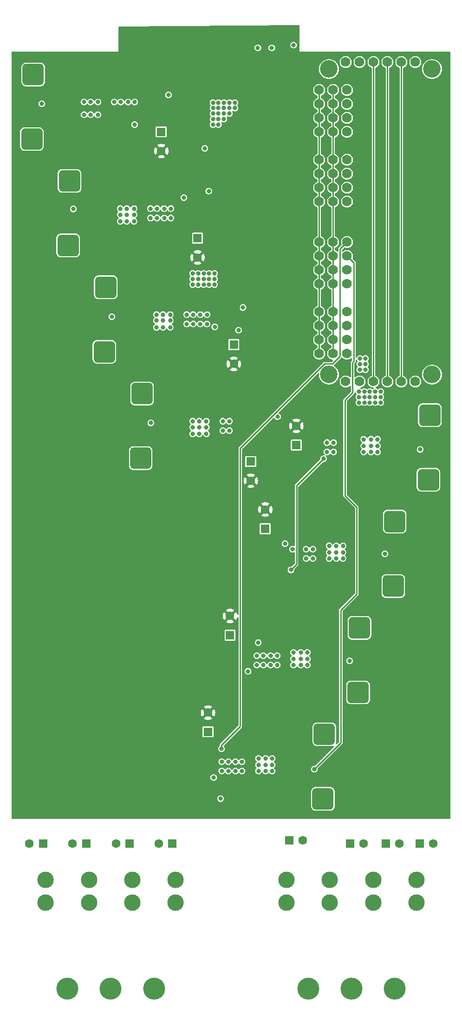
<source format=gbr>
%TF.GenerationSoftware,KiCad,Pcbnew,7.0.8*%
%TF.CreationDate,2023-10-09T09:06:24+01:00*%
%TF.ProjectId,CCC_rig_driver,4343435f-7269-4675-9f64-72697665722e,rev?*%
%TF.SameCoordinates,Original*%
%TF.FileFunction,Copper,L3,Inr*%
%TF.FilePolarity,Positive*%
%FSLAX46Y46*%
G04 Gerber Fmt 4.6, Leading zero omitted, Abs format (unit mm)*
G04 Created by KiCad (PCBNEW 7.0.8) date 2023-10-09 09:06:24*
%MOMM*%
%LPD*%
G01*
G04 APERTURE LIST*
G04 Aperture macros list*
%AMRoundRect*
0 Rectangle with rounded corners*
0 $1 Rounding radius*
0 $2 $3 $4 $5 $6 $7 $8 $9 X,Y pos of 4 corners*
0 Add a 4 corners polygon primitive as box body*
4,1,4,$2,$3,$4,$5,$6,$7,$8,$9,$2,$3,0*
0 Add four circle primitives for the rounded corners*
1,1,$1+$1,$2,$3*
1,1,$1+$1,$4,$5*
1,1,$1+$1,$6,$7*
1,1,$1+$1,$8,$9*
0 Add four rect primitives between the rounded corners*
20,1,$1+$1,$2,$3,$4,$5,0*
20,1,$1+$1,$4,$5,$6,$7,0*
20,1,$1+$1,$6,$7,$8,$9,0*
20,1,$1+$1,$8,$9,$2,$3,0*%
G04 Aperture macros list end*
%TA.AperFunction,ComponentPad*%
%ADD10C,4.000000*%
%TD*%
%TA.AperFunction,ComponentPad*%
%ADD11C,3.000000*%
%TD*%
%TA.AperFunction,ComponentPad*%
%ADD12RoundRect,0.639769X-1.310231X-1.310231X1.310231X-1.310231X1.310231X1.310231X-1.310231X1.310231X0*%
%TD*%
%TA.AperFunction,ComponentPad*%
%ADD13R,1.600000X1.600000*%
%TD*%
%TA.AperFunction,ComponentPad*%
%ADD14C,1.600000*%
%TD*%
%TA.AperFunction,ComponentPad*%
%ADD15RoundRect,0.639769X1.310231X1.310231X-1.310231X1.310231X-1.310231X-1.310231X1.310231X-1.310231X0*%
%TD*%
%TA.AperFunction,ComponentPad*%
%ADD16C,1.778000*%
%TD*%
%TA.AperFunction,ComponentPad*%
%ADD17C,3.200000*%
%TD*%
%TA.AperFunction,ViaPad*%
%ADD18C,0.800000*%
%TD*%
%TA.AperFunction,Conductor*%
%ADD19C,0.250000*%
%TD*%
G04 APERTURE END LIST*
D10*
%TO.N,*%
%TO.C,J12*%
X66049700Y-190614000D03*
X73949700Y-190614000D03*
X81849700Y-190614000D03*
D11*
%TO.N,P_OUT_4_-*%
X62099700Y-170814000D03*
%TO.N,P_OUT_4_+*%
X62099700Y-174914000D03*
%TO.N,P_OUT_5_-*%
X69999700Y-170814000D03*
%TO.N,P_OUT_5_+*%
X69999700Y-174914000D03*
%TO.N,P_OUT_6_-*%
X77899700Y-170814000D03*
%TO.N,P_OUT_6_+*%
X77899700Y-174914000D03*
%TO.N,P_OUT_7_-*%
X85799700Y-170814000D03*
%TO.N,P_OUT_7_+*%
X85799700Y-174914000D03*
%TD*%
D10*
%TO.N,*%
%TO.C,J7*%
X22145700Y-190614000D03*
X30045700Y-190614000D03*
X37945700Y-190614000D03*
D11*
%TO.N,P_OUT_0_-*%
X18195700Y-170814000D03*
%TO.N,P_OUT_0_+*%
X18195700Y-174914000D03*
%TO.N,P_OUT_1_-*%
X26095700Y-170814000D03*
%TO.N,P_OUT_1_+*%
X26095700Y-174914000D03*
%TO.N,P_OUT_2_-*%
X33995700Y-170814000D03*
%TO.N,P_OUT_2_+*%
X33995700Y-174914000D03*
%TO.N,P_OUT_3_-*%
X41895700Y-170814000D03*
%TO.N,P_OUT_3_+*%
X41895700Y-174914000D03*
%TD*%
D12*
%TO.N,P_OUT_6_-*%
%TO.C,IC10*%
X81831000Y-105576500D03*
%TO.N,P_OUT_6_+*%
X81581000Y-117326500D03*
%TD*%
D13*
%TO.N,VCC*%
%TO.C,C24*%
X52504700Y-73355500D03*
D14*
%TO.N,GNDPWR*%
X52504700Y-76855500D03*
%TD*%
D13*
%TO.N,P_OUT_4_-*%
%TO.C,C9*%
X62594888Y-163600000D03*
D14*
%TO.N,P_OUT_4_+*%
X65094888Y-163600000D03*
%TD*%
D13*
%TO.N,P_OUT_5_-*%
%TO.C,C10*%
X73694888Y-164200000D03*
D14*
%TO.N,P_OUT_5_+*%
X76194888Y-164200000D03*
%TD*%
D15*
%TO.N,P_OUT_2_-*%
%TO.C,IC6*%
X28904700Y-74668000D03*
%TO.N,P_OUT_2_+*%
X29154700Y-62918000D03*
%TD*%
D13*
%TO.N,VCC*%
%TO.C,C29*%
X63900000Y-91652700D03*
D14*
%TO.N,GNDPWR*%
X63900000Y-88152700D03*
%TD*%
D13*
%TO.N,VCC*%
%TO.C,C25*%
X55600000Y-94647300D03*
D14*
%TO.N,GNDPWR*%
X55600000Y-98147300D03*
%TD*%
D12*
%TO.N,P_OUT_5_-*%
%TO.C,IC9*%
X75414400Y-124941700D03*
%TO.N,P_OUT_5_+*%
X75164400Y-136691700D03*
%TD*%
D15*
%TO.N,P_OUT_1_-*%
%TO.C,IC5*%
X22286100Y-55302800D03*
%TO.N,P_OUT_1_+*%
X22536100Y-43552800D03*
%TD*%
D12*
%TO.N,P_OUT_7_-*%
%TO.C,IC11*%
X88247700Y-86211300D03*
%TO.N,P_OUT_7_+*%
X87997700Y-97961300D03*
%TD*%
D13*
%TO.N,P_OUT_0_-*%
%TO.C,C1*%
X17705100Y-164200000D03*
D14*
%TO.N,P_OUT_0_+*%
X15205100Y-164200000D03*
%TD*%
D13*
%TO.N,P_OUT_3_-*%
%TO.C,C4*%
X41305113Y-164200000D03*
D14*
%TO.N,P_OUT_3_+*%
X38805113Y-164200000D03*
%TD*%
D15*
%TO.N,P_OUT_3_-*%
%TO.C,IC7*%
X35523300Y-94033200D03*
%TO.N,P_OUT_3_+*%
X35773300Y-82283200D03*
%TD*%
%TO.N,P_OUT_0_-*%
%TO.C,IC4*%
X15667500Y-35937600D03*
%TO.N,P_OUT_0_+*%
X15917500Y-24187600D03*
%TD*%
D13*
%TO.N,VCC*%
%TO.C,C26*%
X47800000Y-143852700D03*
D14*
%TO.N,GNDPWR*%
X47800000Y-140352700D03*
%TD*%
D13*
%TO.N,P_OUT_1_-*%
%TO.C,C2*%
X25605100Y-164200000D03*
D14*
%TO.N,P_OUT_1_+*%
X23105100Y-164200000D03*
%TD*%
D13*
%TO.N,VCC*%
%TO.C,C27*%
X51814400Y-126254200D03*
D14*
%TO.N,GNDPWR*%
X51814400Y-122754200D03*
%TD*%
D13*
%TO.N,VCC*%
%TO.C,C22*%
X39267500Y-34625100D03*
D14*
%TO.N,GNDPWR*%
X39267500Y-38125100D03*
%TD*%
D13*
%TO.N,P_OUT_6_-*%
%TO.C,C11*%
X80194888Y-164200000D03*
D14*
%TO.N,P_OUT_6_+*%
X82694888Y-164200000D03*
%TD*%
D13*
%TO.N,P_OUT_2_-*%
%TO.C,C3*%
X33505100Y-164200000D03*
D14*
%TO.N,P_OUT_2_+*%
X31005100Y-164200000D03*
%TD*%
D13*
%TO.N,P_OUT_7_-*%
%TO.C,C12*%
X86394900Y-164200000D03*
D14*
%TO.N,P_OUT_7_+*%
X88894900Y-164200000D03*
%TD*%
D12*
%TO.N,P_OUT_4_-*%
%TO.C,IC8*%
X68997700Y-144306900D03*
%TO.N,P_OUT_4_+*%
X68747700Y-156056900D03*
%TD*%
D16*
%TO.N,PWM_00*%
%TO.C,U2*%
X73151700Y-26991000D03*
%TO.N,PWM_01*%
X73151700Y-29531000D03*
%TO.N,PWM_02*%
X73151700Y-32071000D03*
%TO.N,PWM_03*%
X73151700Y-34611000D03*
%TO.N,PWM_04*%
X73151700Y-39691000D03*
%TO.N,PWM_05*%
X73151700Y-42231000D03*
%TO.N,PWM_06*%
X73151700Y-44771000D03*
%TO.N,PWM_07*%
X73151700Y-47311000D03*
%TO.N,PWM_08*%
X73151700Y-54677000D03*
%TO.N,PWM_09*%
X73151700Y-57217000D03*
%TO.N,PWM_10*%
X73151700Y-59757000D03*
%TO.N,PWM_11*%
X73151700Y-62297000D03*
%TO.N,PWM_12*%
X73151700Y-67377000D03*
%TO.N,PWM_13*%
X73151700Y-69917000D03*
%TO.N,PWM_14*%
X73151700Y-72457000D03*
%TO.N,PWM_15*%
X73151700Y-74997000D03*
%TO.N,GNDD*%
X85597700Y-21911000D03*
X85597700Y-80077000D03*
X68071700Y-26991000D03*
X68071700Y-29531000D03*
X68071700Y-32071000D03*
X68071700Y-34611000D03*
X68071700Y-39691000D03*
X68071700Y-42231000D03*
X68071700Y-44771000D03*
X68071700Y-47311000D03*
X68071700Y-54677000D03*
X68071700Y-57217000D03*
X68071700Y-59757000D03*
X68071700Y-62297000D03*
X68071700Y-67377000D03*
X68071700Y-69917000D03*
X68071700Y-72457000D03*
X68071700Y-74997000D03*
%TO.N,PWM_OE*%
X83057700Y-21911000D03*
X83057700Y-80077000D03*
D17*
%TO.N,N/C*%
X88645700Y-23181000D03*
X88645700Y-78807000D03*
X69849700Y-23181000D03*
X69849700Y-78807000D03*
D16*
%TO.N,I2C_SCL*%
X80517700Y-21911000D03*
X80517700Y-80077000D03*
%TO.N,I2C_SDA*%
X77977700Y-21911000D03*
X77977700Y-80077000D03*
%TO.N,+3.3V*%
X72897700Y-21911000D03*
X72897700Y-80077000D03*
X70611700Y-26991000D03*
X70611700Y-29531000D03*
X70611700Y-32071000D03*
X70611700Y-34611000D03*
X70611700Y-39691000D03*
X70611700Y-42231000D03*
X70611700Y-44771000D03*
X70611700Y-47311000D03*
X70611700Y-54677000D03*
X70611700Y-57217000D03*
X70611700Y-59757000D03*
X70611700Y-62297000D03*
X70611700Y-67377000D03*
X70611700Y-69917000D03*
X70611700Y-72457000D03*
X70611700Y-74997000D03*
X75437700Y-21911000D03*
X75437700Y-80077000D03*
%TD*%
D13*
%TO.N,VCC*%
%TO.C,C23*%
X45886100Y-53990300D03*
D14*
%TO.N,GNDPWR*%
X45886100Y-57490300D03*
%TD*%
D13*
%TO.N,VCC*%
%TO.C,C28*%
X58231000Y-106889000D03*
D14*
%TO.N,GNDPWR*%
X58231000Y-103389000D03*
%TD*%
D18*
%TO.N,+3.3V*%
X53352800Y-70751100D03*
X43376900Y-46582700D03*
X68849300Y-94135000D03*
X48847000Y-152181700D03*
X59430000Y-19337900D03*
X55105800Y-132837600D03*
X62910600Y-114374400D03*
%TO.N,GNDD*%
X56890000Y-19317800D03*
X47223600Y-37638400D03*
%TO.N,PWM_OE*%
X63413100Y-18851100D03*
%TO.N,PWM_00*%
X40573000Y-27904100D03*
X34417500Y-33303400D03*
%TO.N,PWM_01*%
X17505000Y-29516900D03*
%TO.N,PWM_02*%
X47928600Y-45423400D03*
%TO.N,PWM_03*%
X23264500Y-48661900D03*
%TO.N,PWM_04*%
X54184400Y-66615900D03*
X49027200Y-70117000D03*
%TO.N,PWM_05*%
X30256300Y-68252700D03*
%TO.N,PWM_06*%
X60466800Y-86482800D03*
%TO.N,PWM_07*%
X37360800Y-87614800D03*
%TO.N,PWM_08*%
X50077100Y-156026600D03*
X50247700Y-146947000D03*
%TO.N,PWM_09*%
X67160200Y-150672700D03*
%TO.N,PWM_10*%
X56951500Y-127600300D03*
%TO.N,PWM_11*%
X73618200Y-130934500D03*
%TO.N,PWM_12*%
X61823400Y-109609100D03*
%TO.N,PWM_13*%
X80036300Y-111445500D03*
%TO.N,PWM_15*%
X86469700Y-92442900D03*
%TO.N,GNDPWR*%
X30247700Y-24244000D03*
X62797700Y-124886000D03*
X61797700Y-123886000D03*
X58400000Y-156000000D03*
X79597700Y-98886300D03*
X72097700Y-105486000D03*
X49097700Y-93994000D03*
X25297700Y-36994000D03*
X72197700Y-117286000D03*
X68197700Y-117286000D03*
X30897700Y-43694000D03*
X23297700Y-35994000D03*
X66797700Y-137686000D03*
X42497700Y-61994000D03*
X61797700Y-124886000D03*
X34897700Y-55394000D03*
X31897700Y-42694000D03*
X26297700Y-35994000D03*
X73097700Y-104486000D03*
X27247700Y-24244000D03*
X78597700Y-98886300D03*
X65797700Y-123886000D03*
X63797700Y-124886000D03*
X77597700Y-97886300D03*
X29247700Y-24244000D03*
X33897700Y-56394000D03*
X28297700Y-35994000D03*
X30297700Y-36994000D03*
X36897700Y-56394000D03*
X25247700Y-24244000D03*
X26247700Y-24244000D03*
X61400000Y-156000000D03*
X66797700Y-136686000D03*
X59397700Y-144286000D03*
X36897700Y-42694000D03*
X38497700Y-75694000D03*
X60397700Y-144286000D03*
X74597700Y-98886300D03*
X67797700Y-124886000D03*
X59397700Y-143286000D03*
X64797700Y-123886000D03*
X48097700Y-93994000D03*
X32897700Y-42694000D03*
X62797700Y-123886000D03*
X67097700Y-104486000D03*
X56400000Y-156000000D03*
X80597700Y-86186300D03*
X55397700Y-144286000D03*
X38497700Y-61994000D03*
X74097700Y-105486000D03*
X29297700Y-36994000D03*
X80597700Y-98886300D03*
X36897700Y-43694000D03*
X35897700Y-43694000D03*
X36497700Y-74694000D03*
X34897700Y-43694000D03*
X40497700Y-61994000D03*
X72097700Y-104486000D03*
X41497700Y-75694000D03*
X66797700Y-123886000D03*
X36497700Y-62994000D03*
X69197700Y-118286000D03*
X76597700Y-97886300D03*
X50197700Y-82394000D03*
X73597700Y-86186300D03*
X30897700Y-56394000D03*
X48097700Y-94994000D03*
X39497700Y-61994000D03*
X30297700Y-35994000D03*
X27247700Y-23244000D03*
X67797700Y-123886000D03*
X40497700Y-75694000D03*
X57397700Y-143286000D03*
X43497700Y-75694000D03*
X50097700Y-93994000D03*
X75597700Y-98886300D03*
X71197700Y-118286000D03*
X74597700Y-97886300D03*
X64797700Y-136686000D03*
X61797700Y-136686000D03*
X69097700Y-104486000D03*
X29897700Y-43694000D03*
X55397700Y-143286000D03*
X34897700Y-56394000D03*
X64797700Y-124886000D03*
X76597700Y-86186300D03*
X28297700Y-36994000D03*
X73197700Y-117286000D03*
X23297700Y-36994000D03*
X68097700Y-105486000D03*
X70197700Y-117286000D03*
X44097700Y-94994000D03*
X78597700Y-86186300D03*
X71097700Y-105486000D03*
X29897700Y-42694000D03*
X37497700Y-61994000D03*
X42497700Y-74694000D03*
X76597700Y-98886300D03*
X56397700Y-143286000D03*
X42497700Y-75694000D03*
X26297700Y-36994000D03*
X61397700Y-143286000D03*
X72197700Y-118286000D03*
X30897700Y-42694000D03*
X43197700Y-81394000D03*
X31897700Y-55394000D03*
X58400000Y-157000000D03*
X49197700Y-81394000D03*
X65797700Y-124886000D03*
X38497700Y-74694000D03*
X68097700Y-104486000D03*
X50097700Y-94994000D03*
X44197700Y-82394000D03*
X46097700Y-93994000D03*
X49097700Y-94994000D03*
X75597700Y-86186300D03*
X60397700Y-143286000D03*
X69197700Y-117286000D03*
X47097700Y-94994000D03*
X24247700Y-24244000D03*
X43097700Y-93994000D03*
X32897700Y-56394000D03*
X41497700Y-62994000D03*
X48197700Y-82394000D03*
X78597700Y-97886300D03*
X61397700Y-144286000D03*
X47197700Y-82394000D03*
X45197700Y-82394000D03*
X49197700Y-82394000D03*
X77597700Y-86186300D03*
X69097700Y-105486000D03*
X74097700Y-104486000D03*
X36497700Y-75694000D03*
X41497700Y-74694000D03*
X67797700Y-137686000D03*
X38497700Y-62994000D03*
X75597700Y-97886300D03*
X73097700Y-105486000D03*
X67197700Y-118286000D03*
X43497700Y-74694000D03*
X46197700Y-81394000D03*
X79597700Y-97886300D03*
X60400000Y-157000000D03*
X47197700Y-81394000D03*
X31897700Y-56394000D03*
X66797700Y-124886000D03*
X31897700Y-43694000D03*
X48197700Y-81394000D03*
X56397700Y-144286000D03*
X29297700Y-35994000D03*
X73597700Y-98886300D03*
X23247700Y-24244000D03*
X59400000Y-157000000D03*
X40497700Y-62994000D03*
X24247700Y-23244000D03*
X71197700Y-117286000D03*
X39497700Y-74694000D03*
X50197700Y-81394000D03*
X42497700Y-62994000D03*
X43497700Y-62994000D03*
X24297700Y-36994000D03*
X45097700Y-93994000D03*
X54400000Y-157000000D03*
X67797700Y-136686000D03*
X64797700Y-137686000D03*
X28247700Y-23244000D03*
X28247700Y-24244000D03*
X63797700Y-137686000D03*
X35897700Y-56394000D03*
X37497700Y-62994000D03*
X60797700Y-136686000D03*
X59400000Y-156000000D03*
X33897700Y-42694000D03*
X57400000Y-157000000D03*
X34897700Y-42694000D03*
X30897700Y-55394000D03*
X29897700Y-56394000D03*
X32897700Y-55394000D03*
X60797700Y-137686000D03*
X46097700Y-94994000D03*
X41497700Y-61994000D03*
X39497700Y-62994000D03*
X56400000Y-157000000D03*
X45197700Y-81394000D03*
X36897700Y-55394000D03*
X73197700Y-118286000D03*
X25297700Y-35994000D03*
X60797700Y-124886000D03*
X74197700Y-118286000D03*
X26247700Y-23244000D03*
X63797700Y-136686000D03*
X55400000Y-156000000D03*
X65797700Y-137686000D03*
X58397700Y-144286000D03*
X25247700Y-23244000D03*
X33897700Y-43694000D03*
X27297700Y-35994000D03*
X55400000Y-157000000D03*
X43197700Y-82394000D03*
X61400000Y-157000000D03*
X60400000Y-156000000D03*
X73597700Y-97886300D03*
X74597700Y-86186300D03*
X54397700Y-144286000D03*
X33897700Y-55394000D03*
X65797700Y-136686000D03*
X57400000Y-156000000D03*
X30247700Y-23244000D03*
X68197700Y-118286000D03*
X44097700Y-93994000D03*
X23247700Y-23244000D03*
X77597700Y-98886300D03*
X43497700Y-61994000D03*
X29897700Y-55394000D03*
X57397700Y-144286000D03*
X35897700Y-55394000D03*
X44197700Y-81394000D03*
X67197700Y-117286000D03*
X47097700Y-93994000D03*
X35897700Y-42694000D03*
X27297700Y-36994000D03*
X62797700Y-136686000D03*
X32897700Y-43694000D03*
X70097700Y-105486000D03*
X79597700Y-86186300D03*
X40497700Y-74694000D03*
X54397700Y-143286000D03*
X67097700Y-105486000D03*
X45097700Y-94994000D03*
X39497700Y-75694000D03*
X71097700Y-104486000D03*
X70097700Y-104486000D03*
X46197700Y-82394000D03*
X36497700Y-61994000D03*
X62797700Y-137686000D03*
X37497700Y-75694000D03*
X54400000Y-156000000D03*
X43097700Y-94994000D03*
X58397700Y-143286000D03*
X80597700Y-97886300D03*
X70197700Y-118286000D03*
X74197700Y-117286000D03*
X37497700Y-74694000D03*
X61797700Y-137686000D03*
X63797700Y-123886000D03*
X24297700Y-35994000D03*
X29247700Y-23244000D03*
X60797700Y-123886000D03*
%TO.N,VCC*%
X76197700Y-91786300D03*
X77497700Y-92886300D03*
X50700000Y-31300000D03*
X45000000Y-60400000D03*
X40997700Y-50294000D03*
X26397700Y-31494000D03*
X34297700Y-48594000D03*
X76197700Y-90586300D03*
X30697700Y-29194000D03*
X77300000Y-83900000D03*
X49000000Y-60400000D03*
X78697700Y-90586300D03*
X76300000Y-81900000D03*
X49700000Y-33300000D03*
X72397700Y-112286000D03*
X52797700Y-149286000D03*
X50700000Y-30300000D03*
X47000000Y-62400000D03*
X46197700Y-87294000D03*
X64697700Y-130586000D03*
X31897700Y-29194000D03*
X48700000Y-30300000D03*
X40897700Y-70194000D03*
X75300000Y-81900000D03*
X51697700Y-87294000D03*
X25197700Y-31494000D03*
X50297700Y-149286000D03*
X43897700Y-67894000D03*
X48000000Y-62400000D03*
X78300000Y-83900000D03*
X31797700Y-48594000D03*
X47497700Y-88394000D03*
X77497700Y-90586300D03*
X53997700Y-150986000D03*
X78697700Y-91786300D03*
X50497700Y-87294000D03*
X52700000Y-30300000D03*
X39597700Y-68994000D03*
X48000000Y-60400000D03*
X76300000Y-82900000D03*
X47497700Y-89594000D03*
X40897700Y-68994000D03*
X75300000Y-83900000D03*
X45097700Y-67894000D03*
X40997700Y-48594000D03*
X65897700Y-130586000D03*
X71197700Y-111186000D03*
X46000000Y-60400000D03*
X63197700Y-110586000D03*
X52797700Y-150986000D03*
X77497700Y-91786300D03*
X59197700Y-131686000D03*
X56997700Y-150986000D03*
X45000000Y-61400000D03*
X58297700Y-148686000D03*
X56997700Y-149886000D03*
X63397700Y-129386000D03*
X48700000Y-31300000D03*
X65697700Y-110586000D03*
X34297700Y-50894000D03*
X57897700Y-129986000D03*
X51700000Y-30300000D03*
X75500000Y-77900000D03*
X63397700Y-131686000D03*
X46197700Y-88394000D03*
X76500000Y-75900000D03*
X58297700Y-150986000D03*
X51497700Y-150986000D03*
X66897700Y-112286000D03*
X72397700Y-111186000D03*
X57897700Y-131686000D03*
X49700000Y-30300000D03*
X79300000Y-83900000D03*
X78300000Y-82900000D03*
X39797700Y-48594000D03*
X44997700Y-87294000D03*
X33197700Y-29194000D03*
X64697700Y-129386000D03*
X51700000Y-31300000D03*
X50297700Y-150986000D03*
X48000000Y-61400000D03*
X58297700Y-149886000D03*
X45000000Y-62400000D03*
X59197700Y-129986000D03*
X27697700Y-29194000D03*
X75300000Y-82900000D03*
X44997700Y-89594000D03*
X79300000Y-82900000D03*
X69897700Y-111186000D03*
X39797700Y-50294000D03*
X52700000Y-29300000D03*
X49000000Y-61400000D03*
X46397700Y-69594000D03*
X50700000Y-29300000D03*
X64697700Y-131686000D03*
X34297700Y-49694000D03*
X50497700Y-88994000D03*
X43897700Y-69594000D03*
X76500000Y-76900000D03*
X38497700Y-48594000D03*
X37297700Y-50294000D03*
X59497700Y-148686000D03*
X48700000Y-29300000D03*
X51700000Y-29300000D03*
X60397700Y-129986000D03*
X46000000Y-62400000D03*
X49700000Y-29300000D03*
X63397700Y-130586000D03*
X59497700Y-149886000D03*
X47497700Y-87294000D03*
X56997700Y-148686000D03*
X66897700Y-110586000D03*
X47597700Y-69594000D03*
X39597700Y-70194000D03*
X50700000Y-32300000D03*
X38397700Y-67894000D03*
X65897700Y-131686000D03*
X69497700Y-92886300D03*
X45097700Y-69594000D03*
X69897700Y-112286000D03*
X53997700Y-149286000D03*
X78300000Y-81900000D03*
X49700000Y-31300000D03*
X47597700Y-67894000D03*
X32997700Y-50894000D03*
X38397700Y-68994000D03*
X37297700Y-48594000D03*
X49000000Y-62400000D03*
X76197700Y-92886300D03*
X31797700Y-50894000D03*
X34397700Y-29194000D03*
X70697700Y-91186300D03*
X75500000Y-76900000D03*
X31797700Y-49694000D03*
X48700000Y-33300000D03*
X70697700Y-92886300D03*
X44997700Y-88394000D03*
X49700000Y-32300000D03*
X51697700Y-88994000D03*
X56697700Y-131686000D03*
X47000000Y-60400000D03*
X46000000Y-61400000D03*
X46197700Y-89594000D03*
X77300000Y-81900000D03*
X38397700Y-70194000D03*
X27697700Y-31494000D03*
X65697700Y-112286000D03*
X69497700Y-91186300D03*
X56697700Y-129986000D03*
X26397700Y-29194000D03*
X76300000Y-83900000D03*
X47000000Y-61400000D03*
X71197700Y-112286000D03*
X77300000Y-82900000D03*
X39597700Y-67894000D03*
X59497700Y-150986000D03*
X40897700Y-67894000D03*
X75500000Y-75900000D03*
X76500000Y-77900000D03*
X78697700Y-92886300D03*
X65897700Y-129386000D03*
X51497700Y-149286000D03*
X79300000Y-81900000D03*
X32997700Y-49694000D03*
X60397700Y-131686000D03*
X69897700Y-109986000D03*
X32997700Y-48594000D03*
X46397700Y-67894000D03*
X72397700Y-109986000D03*
X48700000Y-32300000D03*
X25197700Y-29194000D03*
X71197700Y-109986000D03*
X38497700Y-50294000D03*
%TD*%
D19*
%TO.N,+3.3V*%
X68849300Y-94135000D02*
X63936300Y-99048000D01*
X70611700Y-62297000D02*
X70611700Y-59757000D01*
X70611700Y-74997000D02*
X70611700Y-72457000D01*
X70611700Y-72457000D02*
X70611700Y-69917000D01*
X70611700Y-34611000D02*
X70611700Y-32071000D01*
X70611700Y-42231000D02*
X70611700Y-39691000D01*
X70611700Y-67377000D02*
X70611700Y-62297000D01*
X70611700Y-47311000D02*
X70611700Y-44771000D01*
X70611700Y-59757000D02*
X70611700Y-57217000D01*
X70611700Y-69917000D02*
X70611700Y-67377000D01*
X63936300Y-113348700D02*
X62910600Y-114374400D01*
X70611700Y-39691000D02*
X70611700Y-34611000D01*
X70611700Y-32071000D02*
X70611700Y-29531000D01*
X70611700Y-29531000D02*
X70611700Y-26991000D01*
X70611700Y-57217000D02*
X70611700Y-54677000D01*
X63936300Y-99048000D02*
X63936300Y-113348700D01*
X70611700Y-54677000D02*
X70611700Y-47311000D01*
X70611700Y-44771000D02*
X70611700Y-42231000D01*
%TO.N,GNDD*%
X68071700Y-34611000D02*
X68071700Y-32071000D01*
X68071700Y-67377000D02*
X68071700Y-62297000D01*
X68071700Y-44771000D02*
X68071700Y-42231000D01*
X68071700Y-32071000D02*
X68071700Y-29531000D01*
X68071700Y-59757000D02*
X68071700Y-57217000D01*
X68071700Y-74997000D02*
X68071700Y-72457000D01*
X68071700Y-29531000D02*
X68071700Y-26991000D01*
X68071700Y-54677000D02*
X68071700Y-47311000D01*
X68071700Y-62297000D02*
X68071700Y-59757000D01*
X68071700Y-42231000D02*
X68071700Y-39691000D01*
X68071700Y-39691000D02*
X68071700Y-34611000D01*
X68071700Y-72457000D02*
X68071700Y-69917000D01*
X68071700Y-47311000D02*
X68071700Y-44771000D01*
X68071700Y-69917000D02*
X68071700Y-67377000D01*
X68071700Y-57217000D02*
X68071700Y-54677000D01*
%TO.N,I2C_SDA*%
X77977700Y-80077000D02*
X77977700Y-21911000D01*
%TO.N,I2C_SCL*%
X80517700Y-80077000D02*
X80517700Y-21911000D01*
%TO.N,PWM_OE*%
X83057700Y-80077000D02*
X83057700Y-21911000D01*
%TO.N,PWM_08*%
X71881700Y-75449200D02*
X70463400Y-76867500D01*
X53672300Y-142852600D02*
X50247700Y-146277200D01*
X73151700Y-54677000D02*
X71881700Y-55947000D01*
X70463400Y-76867500D02*
X69048400Y-76867500D01*
X71881700Y-55947000D02*
X71881700Y-75449200D01*
X50247700Y-146277200D02*
X50247700Y-146947000D01*
X53672300Y-92243600D02*
X53672300Y-142852600D01*
X69048400Y-76867500D02*
X53672300Y-92243600D01*
%TO.N,PWM_09*%
X72014800Y-145818100D02*
X67160200Y-150672700D01*
X74387200Y-58452500D02*
X74387200Y-76421100D01*
X74162100Y-82110800D02*
X72799200Y-83473700D01*
X72799200Y-100855200D02*
X74930800Y-102986800D01*
X72014800Y-121694800D02*
X72014800Y-145818100D01*
X72799200Y-83473700D02*
X72799200Y-100855200D01*
X74387200Y-76421100D02*
X74162100Y-76646200D01*
X74930800Y-102986800D02*
X74930800Y-118778800D01*
X74162100Y-76646200D02*
X74162100Y-82110800D01*
X74930800Y-118778800D02*
X72014800Y-121694800D01*
X73151700Y-57217000D02*
X74387200Y-58452500D01*
%TD*%
%TA.AperFunction,Conductor*%
%TO.N,GNDPWR*%
G36*
X64450883Y-15224760D02*
G01*
X64497747Y-15278091D01*
X64509500Y-15331228D01*
X64509500Y-19969672D01*
X64509415Y-19970100D01*
X64509458Y-19994598D01*
X64509459Y-19994600D01*
X64509500Y-19994699D01*
X64509617Y-19994983D01*
X64509997Y-19995140D01*
X64509997Y-19995139D01*
X64510000Y-19995141D01*
X64510002Y-19995139D01*
X64518211Y-19995098D01*
X91871242Y-19994518D01*
X91939361Y-20014519D01*
X91985856Y-20068173D01*
X91997243Y-20120518D01*
X91997243Y-159618016D01*
X91977241Y-159686137D01*
X91923585Y-159732630D01*
X91871243Y-159744016D01*
X12124243Y-159744016D01*
X12056122Y-159724014D01*
X12009629Y-159670358D01*
X11998243Y-159618016D01*
X11998243Y-157440204D01*
X66597200Y-157440204D01*
X66599982Y-157481230D01*
X66599982Y-157481235D01*
X66644093Y-157658606D01*
X66725295Y-157822338D01*
X66725298Y-157822343D01*
X66839804Y-157964795D01*
X66982256Y-158079301D01*
X66982261Y-158079304D01*
X67140970Y-158158014D01*
X67145997Y-158160508D01*
X67323364Y-158204617D01*
X67337043Y-158205544D01*
X67364396Y-158207400D01*
X67364402Y-158207400D01*
X70131004Y-158207400D01*
X70151517Y-158206008D01*
X70172036Y-158204617D01*
X70349403Y-158160508D01*
X70513142Y-158079302D01*
X70655595Y-157964795D01*
X70770102Y-157822342D01*
X70851308Y-157658603D01*
X70895417Y-157481236D01*
X70898200Y-157440198D01*
X70898200Y-154673602D01*
X70895417Y-154632564D01*
X70851308Y-154455197D01*
X70848814Y-154450170D01*
X70770104Y-154291461D01*
X70770101Y-154291456D01*
X70655595Y-154149004D01*
X70513143Y-154034498D01*
X70513138Y-154034495D01*
X70349406Y-153953293D01*
X70349404Y-153953292D01*
X70349403Y-153953292D01*
X70172036Y-153909183D01*
X70172032Y-153909182D01*
X70131004Y-153906400D01*
X70130998Y-153906400D01*
X67364402Y-153906400D01*
X67364396Y-153906400D01*
X67323369Y-153909182D01*
X67323364Y-153909182D01*
X67145993Y-153953293D01*
X66982261Y-154034495D01*
X66982256Y-154034498D01*
X66839804Y-154149004D01*
X66725298Y-154291456D01*
X66725295Y-154291461D01*
X66644093Y-154455193D01*
X66599982Y-154632564D01*
X66599982Y-154632569D01*
X66597200Y-154673596D01*
X66597200Y-157440204D01*
X11998243Y-157440204D01*
X11998243Y-156026600D01*
X49471418Y-156026600D01*
X49492055Y-156183360D01*
X49492056Y-156183362D01*
X49552564Y-156329441D01*
X49648818Y-156454882D01*
X49774259Y-156551136D01*
X49920338Y-156611644D01*
X50077100Y-156632282D01*
X50233862Y-156611644D01*
X50379941Y-156551136D01*
X50505382Y-156454882D01*
X50601636Y-156329441D01*
X50662144Y-156183362D01*
X50682782Y-156026600D01*
X50662144Y-155869838D01*
X50601636Y-155723759D01*
X50505382Y-155598318D01*
X50379941Y-155502064D01*
X50233862Y-155441556D01*
X50233860Y-155441555D01*
X50077100Y-155420918D01*
X49920339Y-155441555D01*
X49774260Y-155502063D01*
X49774257Y-155502065D01*
X49648818Y-155598318D01*
X49552565Y-155723757D01*
X49552563Y-155723760D01*
X49492055Y-155869839D01*
X49471418Y-156026599D01*
X49471418Y-156026600D01*
X11998243Y-156026600D01*
X11998243Y-152181700D01*
X48241318Y-152181700D01*
X48261955Y-152338460D01*
X48261956Y-152338462D01*
X48322464Y-152484541D01*
X48418718Y-152609982D01*
X48544159Y-152706236D01*
X48690238Y-152766744D01*
X48847000Y-152787382D01*
X49003762Y-152766744D01*
X49149841Y-152706236D01*
X49275282Y-152609982D01*
X49371536Y-152484541D01*
X49432044Y-152338462D01*
X49452682Y-152181700D01*
X49432044Y-152024938D01*
X49371536Y-151878859D01*
X49275282Y-151753418D01*
X49149841Y-151657164D01*
X49003762Y-151596656D01*
X49003760Y-151596655D01*
X48847000Y-151576018D01*
X48690239Y-151596655D01*
X48544160Y-151657163D01*
X48544157Y-151657165D01*
X48418718Y-151753418D01*
X48322465Y-151878857D01*
X48322463Y-151878860D01*
X48261955Y-152024939D01*
X48241318Y-152181699D01*
X48241318Y-152181700D01*
X11998243Y-152181700D01*
X11998243Y-150986000D01*
X49692018Y-150986000D01*
X49712655Y-151142760D01*
X49712656Y-151142762D01*
X49773164Y-151288841D01*
X49869418Y-151414282D01*
X49994859Y-151510536D01*
X50140938Y-151571044D01*
X50297700Y-151591682D01*
X50454462Y-151571044D01*
X50600541Y-151510536D01*
X50725982Y-151414282D01*
X50797738Y-151320766D01*
X50855075Y-151278901D01*
X50925946Y-151274679D01*
X50987849Y-151309443D01*
X50997657Y-151320761D01*
X51069418Y-151414282D01*
X51194859Y-151510536D01*
X51340938Y-151571044D01*
X51497700Y-151591682D01*
X51654462Y-151571044D01*
X51800541Y-151510536D01*
X51925982Y-151414282D01*
X52022236Y-151288841D01*
X52031292Y-151266977D01*
X52075839Y-151211698D01*
X52143203Y-151189277D01*
X52211994Y-151206835D01*
X52260372Y-151258797D01*
X52264103Y-151266966D01*
X52273164Y-151288841D01*
X52369418Y-151414282D01*
X52494859Y-151510536D01*
X52640938Y-151571044D01*
X52797700Y-151591682D01*
X52954462Y-151571044D01*
X53100541Y-151510536D01*
X53225982Y-151414282D01*
X53297738Y-151320766D01*
X53355075Y-151278901D01*
X53425946Y-151274679D01*
X53487849Y-151309443D01*
X53497657Y-151320761D01*
X53569418Y-151414282D01*
X53694859Y-151510536D01*
X53840938Y-151571044D01*
X53997700Y-151591682D01*
X54154462Y-151571044D01*
X54300541Y-151510536D01*
X54425982Y-151414282D01*
X54522236Y-151288841D01*
X54582744Y-151142762D01*
X54603382Y-150986000D01*
X56392018Y-150986000D01*
X56412655Y-151142760D01*
X56412656Y-151142762D01*
X56473164Y-151288841D01*
X56569418Y-151414282D01*
X56694859Y-151510536D01*
X56840938Y-151571044D01*
X56997700Y-151591682D01*
X57154462Y-151571044D01*
X57300541Y-151510536D01*
X57425982Y-151414282D01*
X57522236Y-151288841D01*
X57531292Y-151266977D01*
X57575839Y-151211698D01*
X57643203Y-151189277D01*
X57711994Y-151206835D01*
X57760372Y-151258797D01*
X57764103Y-151266966D01*
X57773164Y-151288841D01*
X57869418Y-151414282D01*
X57994859Y-151510536D01*
X58140938Y-151571044D01*
X58297700Y-151591682D01*
X58454462Y-151571044D01*
X58600541Y-151510536D01*
X58725982Y-151414282D01*
X58797738Y-151320766D01*
X58855075Y-151278901D01*
X58925946Y-151274679D01*
X58987849Y-151309443D01*
X58997657Y-151320761D01*
X59069418Y-151414282D01*
X59194859Y-151510536D01*
X59340938Y-151571044D01*
X59497700Y-151591682D01*
X59654462Y-151571044D01*
X59800541Y-151510536D01*
X59925982Y-151414282D01*
X60022236Y-151288841D01*
X60082744Y-151142762D01*
X60103382Y-150986000D01*
X60082744Y-150829238D01*
X60022236Y-150683159D01*
X59925982Y-150557718D01*
X59925980Y-150557717D01*
X59925980Y-150557716D01*
X59897630Y-150535963D01*
X59855762Y-150478626D01*
X59851540Y-150407755D01*
X59886303Y-150345852D01*
X59897630Y-150336037D01*
X59925979Y-150314284D01*
X59925982Y-150314282D01*
X60022236Y-150188841D01*
X60082744Y-150042762D01*
X60103382Y-149886000D01*
X60082744Y-149729238D01*
X60022236Y-149583159D01*
X59925982Y-149457718D01*
X59832466Y-149385961D01*
X59790601Y-149328625D01*
X59786379Y-149257754D01*
X59821143Y-149195851D01*
X59832461Y-149186042D01*
X59925982Y-149114282D01*
X60022236Y-148988841D01*
X60082744Y-148842762D01*
X60103382Y-148686000D01*
X60082744Y-148529238D01*
X60022236Y-148383159D01*
X59925982Y-148257718D01*
X59800541Y-148161464D01*
X59654462Y-148100956D01*
X59654460Y-148100955D01*
X59497700Y-148080318D01*
X59340939Y-148100955D01*
X59194860Y-148161463D01*
X59194857Y-148161465D01*
X59069415Y-148257720D01*
X58997662Y-148351231D01*
X58940324Y-148393098D01*
X58869453Y-148397320D01*
X58807550Y-148362556D01*
X58797738Y-148351231D01*
X58725984Y-148257720D01*
X58725982Y-148257719D01*
X58725982Y-148257718D01*
X58600541Y-148161464D01*
X58454462Y-148100956D01*
X58454460Y-148100955D01*
X58297700Y-148080318D01*
X58140939Y-148100955D01*
X57994860Y-148161463D01*
X57994857Y-148161465D01*
X57869418Y-148257718D01*
X57773165Y-148383157D01*
X57773162Y-148383162D01*
X57764108Y-148405022D01*
X57719559Y-148460302D01*
X57652196Y-148482722D01*
X57583405Y-148465163D01*
X57535027Y-148413200D01*
X57531292Y-148405022D01*
X57522237Y-148383162D01*
X57522236Y-148383160D01*
X57522236Y-148383159D01*
X57425982Y-148257718D01*
X57300541Y-148161464D01*
X57154462Y-148100956D01*
X57154460Y-148100955D01*
X56997700Y-148080318D01*
X56840939Y-148100955D01*
X56694860Y-148161463D01*
X56694857Y-148161465D01*
X56569418Y-148257718D01*
X56473165Y-148383157D01*
X56473163Y-148383160D01*
X56412655Y-148529239D01*
X56392018Y-148685999D01*
X56392018Y-148686000D01*
X56412655Y-148842760D01*
X56470810Y-148983157D01*
X56473164Y-148988841D01*
X56569417Y-149114281D01*
X56569420Y-149114284D01*
X56662931Y-149186038D01*
X56704798Y-149243376D01*
X56709020Y-149314247D01*
X56674256Y-149376150D01*
X56662931Y-149385962D01*
X56569420Y-149457715D01*
X56473165Y-149583157D01*
X56473163Y-149583160D01*
X56412655Y-149729239D01*
X56392018Y-149885999D01*
X56392018Y-149886000D01*
X56412655Y-150042760D01*
X56456315Y-150148163D01*
X56473164Y-150188841D01*
X56497662Y-150220768D01*
X56569420Y-150314284D01*
X56597770Y-150336038D01*
X56639637Y-150393376D01*
X56643859Y-150464247D01*
X56609095Y-150526150D01*
X56597770Y-150535962D01*
X56569420Y-150557715D01*
X56473165Y-150683157D01*
X56473163Y-150683160D01*
X56412655Y-150829239D01*
X56392018Y-150985999D01*
X56392018Y-150986000D01*
X54603382Y-150986000D01*
X54582744Y-150829238D01*
X54522236Y-150683159D01*
X54425982Y-150557718D01*
X54300541Y-150461464D01*
X54177591Y-150410536D01*
X54154460Y-150400955D01*
X53997700Y-150380318D01*
X53840939Y-150400955D01*
X53694860Y-150461463D01*
X53694857Y-150461465D01*
X53569415Y-150557720D01*
X53497662Y-150651231D01*
X53440324Y-150693098D01*
X53369453Y-150697320D01*
X53307550Y-150662556D01*
X53297738Y-150651231D01*
X53225984Y-150557720D01*
X53225982Y-150557719D01*
X53225982Y-150557718D01*
X53100541Y-150461464D01*
X52977591Y-150410536D01*
X52954460Y-150400955D01*
X52797700Y-150380318D01*
X52640939Y-150400955D01*
X52494860Y-150461463D01*
X52494857Y-150461465D01*
X52369418Y-150557718D01*
X52273165Y-150683157D01*
X52273162Y-150683162D01*
X52264108Y-150705022D01*
X52219559Y-150760302D01*
X52152196Y-150782722D01*
X52083405Y-150765163D01*
X52035027Y-150713200D01*
X52031292Y-150705022D01*
X52022237Y-150683162D01*
X52022236Y-150683160D01*
X52022236Y-150683159D01*
X51925982Y-150557718D01*
X51800541Y-150461464D01*
X51677591Y-150410536D01*
X51654460Y-150400955D01*
X51497700Y-150380318D01*
X51340939Y-150400955D01*
X51194860Y-150461463D01*
X51194857Y-150461465D01*
X51069415Y-150557720D01*
X50997662Y-150651231D01*
X50940324Y-150693098D01*
X50869453Y-150697320D01*
X50807550Y-150662556D01*
X50797738Y-150651231D01*
X50725984Y-150557720D01*
X50725982Y-150557719D01*
X50725982Y-150557718D01*
X50600541Y-150461464D01*
X50477591Y-150410536D01*
X50454460Y-150400955D01*
X50297700Y-150380318D01*
X50140939Y-150400955D01*
X49994860Y-150461463D01*
X49994857Y-150461465D01*
X49869418Y-150557718D01*
X49773165Y-150683157D01*
X49773163Y-150683160D01*
X49712655Y-150829239D01*
X49692018Y-150985999D01*
X49692018Y-150986000D01*
X11998243Y-150986000D01*
X11998243Y-149286000D01*
X49692018Y-149286000D01*
X49712655Y-149442760D01*
X49770810Y-149583157D01*
X49773164Y-149588841D01*
X49869418Y-149714282D01*
X49994859Y-149810536D01*
X50140938Y-149871044D01*
X50297700Y-149891682D01*
X50454462Y-149871044D01*
X50600541Y-149810536D01*
X50725982Y-149714282D01*
X50797738Y-149620766D01*
X50855075Y-149578901D01*
X50925946Y-149574679D01*
X50987849Y-149609443D01*
X50997657Y-149620761D01*
X51069418Y-149714282D01*
X51194859Y-149810536D01*
X51340938Y-149871044D01*
X51497700Y-149891682D01*
X51654462Y-149871044D01*
X51800541Y-149810536D01*
X51925982Y-149714282D01*
X52022236Y-149588841D01*
X52031292Y-149566977D01*
X52075839Y-149511698D01*
X52143203Y-149489277D01*
X52211994Y-149506835D01*
X52260372Y-149558797D01*
X52264103Y-149566966D01*
X52273164Y-149588841D01*
X52369418Y-149714282D01*
X52494859Y-149810536D01*
X52640938Y-149871044D01*
X52797700Y-149891682D01*
X52954462Y-149871044D01*
X53100541Y-149810536D01*
X53225982Y-149714282D01*
X53297738Y-149620766D01*
X53355075Y-149578901D01*
X53425946Y-149574679D01*
X53487849Y-149609443D01*
X53497657Y-149620761D01*
X53569418Y-149714282D01*
X53694859Y-149810536D01*
X53840938Y-149871044D01*
X53997700Y-149891682D01*
X54154462Y-149871044D01*
X54300541Y-149810536D01*
X54425982Y-149714282D01*
X54522236Y-149588841D01*
X54582744Y-149442762D01*
X54603382Y-149286000D01*
X54597770Y-149243376D01*
X54582744Y-149129239D01*
X54576550Y-149114284D01*
X54522236Y-148983159D01*
X54425982Y-148857718D01*
X54300541Y-148761464D01*
X54154462Y-148700956D01*
X54154460Y-148700955D01*
X53997700Y-148680318D01*
X53840939Y-148700955D01*
X53694860Y-148761463D01*
X53694857Y-148761465D01*
X53569415Y-148857720D01*
X53497662Y-148951231D01*
X53440324Y-148993098D01*
X53369453Y-148997320D01*
X53307550Y-148962556D01*
X53297738Y-148951231D01*
X53225984Y-148857720D01*
X53225982Y-148857719D01*
X53225982Y-148857718D01*
X53100541Y-148761464D01*
X52954462Y-148700956D01*
X52954460Y-148700955D01*
X52797700Y-148680318D01*
X52640939Y-148700955D01*
X52494860Y-148761463D01*
X52494857Y-148761465D01*
X52369418Y-148857718D01*
X52273165Y-148983157D01*
X52273162Y-148983162D01*
X52264108Y-149005022D01*
X52219559Y-149060302D01*
X52152196Y-149082722D01*
X52083405Y-149065163D01*
X52035027Y-149013200D01*
X52031292Y-149005022D01*
X52024590Y-148988842D01*
X52022236Y-148983159D01*
X51925982Y-148857718D01*
X51800541Y-148761464D01*
X51654462Y-148700956D01*
X51654460Y-148700955D01*
X51497700Y-148680318D01*
X51340939Y-148700955D01*
X51194860Y-148761463D01*
X51194857Y-148761465D01*
X51069415Y-148857720D01*
X50997662Y-148951231D01*
X50940324Y-148993098D01*
X50869453Y-148997320D01*
X50807550Y-148962556D01*
X50797738Y-148951231D01*
X50725984Y-148857720D01*
X50725982Y-148857719D01*
X50725982Y-148857718D01*
X50600541Y-148761464D01*
X50454462Y-148700956D01*
X50454460Y-148700955D01*
X50297700Y-148680318D01*
X50140939Y-148700955D01*
X49994860Y-148761463D01*
X49994857Y-148761465D01*
X49869418Y-148857718D01*
X49773165Y-148983157D01*
X49773163Y-148983160D01*
X49712655Y-149129239D01*
X49692018Y-149285999D01*
X49692018Y-149286000D01*
X11998243Y-149286000D01*
X11998243Y-146947000D01*
X49642018Y-146947000D01*
X49662655Y-147103760D01*
X49662656Y-147103762D01*
X49723164Y-147249841D01*
X49819418Y-147375282D01*
X49944859Y-147471536D01*
X50090938Y-147532044D01*
X50247700Y-147552682D01*
X50404462Y-147532044D01*
X50550541Y-147471536D01*
X50675982Y-147375282D01*
X50772236Y-147249841D01*
X50832744Y-147103762D01*
X50853382Y-146947000D01*
X50832744Y-146790238D01*
X50772236Y-146644159D01*
X50675982Y-146518718D01*
X50671442Y-146515234D01*
X50629574Y-146457900D01*
X50625350Y-146387030D01*
X50659047Y-146326178D01*
X53890486Y-143094738D01*
X53894504Y-143091056D01*
X53925494Y-143065055D01*
X53945715Y-143030028D01*
X53948652Y-143025417D01*
X53971854Y-142992284D01*
X53971855Y-142992281D01*
X53974457Y-142986701D01*
X53980779Y-142971438D01*
X53982887Y-142965646D01*
X53982888Y-142965645D01*
X53989907Y-142925831D01*
X53991098Y-142920463D01*
X54001564Y-142881408D01*
X53998040Y-142841118D01*
X53997800Y-142835626D01*
X53997800Y-132837600D01*
X54500118Y-132837600D01*
X54520755Y-132994360D01*
X54520756Y-132994362D01*
X54581264Y-133140441D01*
X54677518Y-133265882D01*
X54802959Y-133362136D01*
X54949038Y-133422644D01*
X55105800Y-133443282D01*
X55262562Y-133422644D01*
X55408641Y-133362136D01*
X55534082Y-133265882D01*
X55630336Y-133140441D01*
X55690844Y-132994362D01*
X55711482Y-132837600D01*
X55690844Y-132680838D01*
X55630336Y-132534759D01*
X55534082Y-132409318D01*
X55408641Y-132313064D01*
X55357021Y-132291682D01*
X55262560Y-132252555D01*
X55105800Y-132231918D01*
X54949039Y-132252555D01*
X54802960Y-132313063D01*
X54802957Y-132313065D01*
X54677518Y-132409318D01*
X54581265Y-132534757D01*
X54581263Y-132534760D01*
X54520755Y-132680839D01*
X54500118Y-132837599D01*
X54500118Y-132837600D01*
X53997800Y-132837600D01*
X53997800Y-131686000D01*
X56092018Y-131686000D01*
X56112655Y-131842760D01*
X56112656Y-131842762D01*
X56173164Y-131988841D01*
X56269418Y-132114282D01*
X56394859Y-132210536D01*
X56540938Y-132271044D01*
X56697700Y-132291682D01*
X56854462Y-132271044D01*
X57000541Y-132210536D01*
X57125982Y-132114282D01*
X57197738Y-132020766D01*
X57255075Y-131978901D01*
X57325946Y-131974679D01*
X57387849Y-132009443D01*
X57397657Y-132020761D01*
X57469418Y-132114282D01*
X57594859Y-132210536D01*
X57740938Y-132271044D01*
X57897700Y-132291682D01*
X58054462Y-132271044D01*
X58200541Y-132210536D01*
X58325982Y-132114282D01*
X58422236Y-131988841D01*
X58431292Y-131966977D01*
X58475839Y-131911698D01*
X58543203Y-131889277D01*
X58611994Y-131906835D01*
X58660372Y-131958797D01*
X58664103Y-131966966D01*
X58673164Y-131988841D01*
X58769418Y-132114282D01*
X58894859Y-132210536D01*
X59040938Y-132271044D01*
X59197700Y-132291682D01*
X59354462Y-132271044D01*
X59500541Y-132210536D01*
X59625982Y-132114282D01*
X59697738Y-132020766D01*
X59755075Y-131978901D01*
X59825946Y-131974679D01*
X59887849Y-132009443D01*
X59897657Y-132020761D01*
X59969418Y-132114282D01*
X60094859Y-132210536D01*
X60240938Y-132271044D01*
X60397700Y-132291682D01*
X60554462Y-132271044D01*
X60700541Y-132210536D01*
X60825982Y-132114282D01*
X60922236Y-131988841D01*
X60982744Y-131842762D01*
X61003382Y-131686000D01*
X62792018Y-131686000D01*
X62812655Y-131842760D01*
X62812656Y-131842762D01*
X62873164Y-131988841D01*
X62969418Y-132114282D01*
X63094859Y-132210536D01*
X63240938Y-132271044D01*
X63397700Y-132291682D01*
X63554462Y-132271044D01*
X63700541Y-132210536D01*
X63825982Y-132114282D01*
X63922236Y-131988841D01*
X63931292Y-131966977D01*
X63975839Y-131911698D01*
X64043203Y-131889277D01*
X64111994Y-131906835D01*
X64160372Y-131958797D01*
X64164103Y-131966966D01*
X64173164Y-131988841D01*
X64269418Y-132114282D01*
X64394859Y-132210536D01*
X64540938Y-132271044D01*
X64697700Y-132291682D01*
X64854462Y-132271044D01*
X65000541Y-132210536D01*
X65125982Y-132114282D01*
X65197738Y-132020766D01*
X65255075Y-131978901D01*
X65325946Y-131974679D01*
X65387849Y-132009443D01*
X65397657Y-132020761D01*
X65469418Y-132114282D01*
X65594859Y-132210536D01*
X65740938Y-132271044D01*
X65897700Y-132291682D01*
X66054462Y-132271044D01*
X66200541Y-132210536D01*
X66325982Y-132114282D01*
X66422236Y-131988841D01*
X66482744Y-131842762D01*
X66503382Y-131686000D01*
X66482744Y-131529238D01*
X66422236Y-131383159D01*
X66325982Y-131257718D01*
X66325980Y-131257717D01*
X66325980Y-131257716D01*
X66297630Y-131235963D01*
X66255762Y-131178626D01*
X66251540Y-131107755D01*
X66286303Y-131045852D01*
X66297630Y-131036037D01*
X66325979Y-131014284D01*
X66325982Y-131014282D01*
X66422236Y-130888841D01*
X66482744Y-130742762D01*
X66503382Y-130586000D01*
X66482744Y-130429238D01*
X66422236Y-130283159D01*
X66325982Y-130157718D01*
X66232466Y-130085961D01*
X66190601Y-130028625D01*
X66186379Y-129957754D01*
X66221143Y-129895851D01*
X66232461Y-129886042D01*
X66325982Y-129814282D01*
X66422236Y-129688841D01*
X66482744Y-129542762D01*
X66503382Y-129386000D01*
X66482744Y-129229238D01*
X66422236Y-129083159D01*
X66325982Y-128957718D01*
X66200541Y-128861464D01*
X66054462Y-128800956D01*
X66054460Y-128800955D01*
X65897700Y-128780318D01*
X65740939Y-128800955D01*
X65594860Y-128861463D01*
X65594857Y-128861465D01*
X65469415Y-128957720D01*
X65397662Y-129051231D01*
X65340324Y-129093098D01*
X65269453Y-129097320D01*
X65207550Y-129062556D01*
X65197738Y-129051231D01*
X65125984Y-128957720D01*
X65125982Y-128957719D01*
X65125982Y-128957718D01*
X65000541Y-128861464D01*
X64854462Y-128800956D01*
X64854460Y-128800955D01*
X64697700Y-128780318D01*
X64540939Y-128800955D01*
X64394860Y-128861463D01*
X64394857Y-128861465D01*
X64269418Y-128957718D01*
X64173165Y-129083157D01*
X64173162Y-129083162D01*
X64164108Y-129105022D01*
X64119559Y-129160302D01*
X64052196Y-129182722D01*
X63983405Y-129165163D01*
X63935027Y-129113200D01*
X63931292Y-129105022D01*
X63922237Y-129083162D01*
X63922236Y-129083160D01*
X63922236Y-129083159D01*
X63825982Y-128957718D01*
X63700541Y-128861464D01*
X63554462Y-128800956D01*
X63554460Y-128800955D01*
X63397700Y-128780318D01*
X63240939Y-128800955D01*
X63094860Y-128861463D01*
X63094857Y-128861465D01*
X62969418Y-128957718D01*
X62873165Y-129083157D01*
X62873163Y-129083160D01*
X62812655Y-129229239D01*
X62792018Y-129385999D01*
X62792018Y-129386000D01*
X62812655Y-129542760D01*
X62870810Y-129683157D01*
X62873164Y-129688841D01*
X62969417Y-129814281D01*
X62969420Y-129814284D01*
X63062931Y-129886038D01*
X63104798Y-129943376D01*
X63109020Y-130014247D01*
X63074256Y-130076150D01*
X63062931Y-130085962D01*
X62969420Y-130157715D01*
X62873165Y-130283157D01*
X62873163Y-130283160D01*
X62812655Y-130429239D01*
X62792018Y-130585999D01*
X62792018Y-130586000D01*
X62812655Y-130742760D01*
X62827144Y-130777738D01*
X62873164Y-130888841D01*
X62908199Y-130934500D01*
X62969420Y-131014284D01*
X62997770Y-131036038D01*
X63039637Y-131093376D01*
X63043859Y-131164247D01*
X63009095Y-131226150D01*
X62997770Y-131235962D01*
X62969420Y-131257715D01*
X62873165Y-131383157D01*
X62873163Y-131383160D01*
X62812655Y-131529239D01*
X62792018Y-131685999D01*
X62792018Y-131686000D01*
X61003382Y-131686000D01*
X60982744Y-131529238D01*
X60922236Y-131383159D01*
X60825982Y-131257718D01*
X60700541Y-131161464D01*
X60577591Y-131110536D01*
X60554460Y-131100955D01*
X60397700Y-131080318D01*
X60240939Y-131100955D01*
X60094860Y-131161463D01*
X60094857Y-131161465D01*
X59969415Y-131257720D01*
X59897662Y-131351231D01*
X59840324Y-131393098D01*
X59769453Y-131397320D01*
X59707550Y-131362556D01*
X59697738Y-131351231D01*
X59625984Y-131257720D01*
X59625982Y-131257719D01*
X59625982Y-131257718D01*
X59500541Y-131161464D01*
X59377591Y-131110536D01*
X59354460Y-131100955D01*
X59197700Y-131080318D01*
X59040939Y-131100955D01*
X58894860Y-131161463D01*
X58894857Y-131161465D01*
X58769418Y-131257718D01*
X58673165Y-131383157D01*
X58673162Y-131383162D01*
X58664108Y-131405022D01*
X58619559Y-131460302D01*
X58552196Y-131482722D01*
X58483405Y-131465163D01*
X58435027Y-131413200D01*
X58431292Y-131405022D01*
X58422237Y-131383162D01*
X58422236Y-131383160D01*
X58422236Y-131383159D01*
X58325982Y-131257718D01*
X58200541Y-131161464D01*
X58077591Y-131110536D01*
X58054460Y-131100955D01*
X57897700Y-131080318D01*
X57740939Y-131100955D01*
X57594860Y-131161463D01*
X57594857Y-131161465D01*
X57469415Y-131257720D01*
X57397662Y-131351231D01*
X57340324Y-131393098D01*
X57269453Y-131397320D01*
X57207550Y-131362556D01*
X57197738Y-131351231D01*
X57125984Y-131257720D01*
X57125982Y-131257719D01*
X57125982Y-131257718D01*
X57000541Y-131161464D01*
X56877591Y-131110536D01*
X56854460Y-131100955D01*
X56697700Y-131080318D01*
X56540939Y-131100955D01*
X56394860Y-131161463D01*
X56394857Y-131161465D01*
X56269418Y-131257718D01*
X56173165Y-131383157D01*
X56173163Y-131383160D01*
X56112655Y-131529239D01*
X56092018Y-131685999D01*
X56092018Y-131686000D01*
X53997800Y-131686000D01*
X53997800Y-129986000D01*
X56092018Y-129986000D01*
X56112655Y-130142760D01*
X56170810Y-130283157D01*
X56173164Y-130288841D01*
X56269418Y-130414282D01*
X56394859Y-130510536D01*
X56540938Y-130571044D01*
X56697700Y-130591682D01*
X56854462Y-130571044D01*
X57000541Y-130510536D01*
X57125982Y-130414282D01*
X57197738Y-130320766D01*
X57255075Y-130278901D01*
X57325946Y-130274679D01*
X57387849Y-130309443D01*
X57397657Y-130320761D01*
X57469418Y-130414282D01*
X57594859Y-130510536D01*
X57740938Y-130571044D01*
X57897700Y-130591682D01*
X58054462Y-130571044D01*
X58200541Y-130510536D01*
X58325982Y-130414282D01*
X58422236Y-130288841D01*
X58431292Y-130266977D01*
X58475839Y-130211698D01*
X58543203Y-130189277D01*
X58611994Y-130206835D01*
X58660372Y-130258797D01*
X58664103Y-130266966D01*
X58673164Y-130288841D01*
X58769418Y-130414282D01*
X58894859Y-130510536D01*
X59040938Y-130571044D01*
X59197700Y-130591682D01*
X59354462Y-130571044D01*
X59500541Y-130510536D01*
X59625982Y-130414282D01*
X59697738Y-130320766D01*
X59755075Y-130278901D01*
X59825946Y-130274679D01*
X59887849Y-130309443D01*
X59897657Y-130320761D01*
X59969418Y-130414282D01*
X60094859Y-130510536D01*
X60240938Y-130571044D01*
X60397700Y-130591682D01*
X60554462Y-130571044D01*
X60700541Y-130510536D01*
X60825982Y-130414282D01*
X60922236Y-130288841D01*
X60982744Y-130142762D01*
X61003382Y-129986000D01*
X60997770Y-129943376D01*
X60982744Y-129829239D01*
X60976550Y-129814284D01*
X60922236Y-129683159D01*
X60825982Y-129557718D01*
X60700541Y-129461464D01*
X60554462Y-129400956D01*
X60554460Y-129400955D01*
X60397700Y-129380318D01*
X60240939Y-129400955D01*
X60094860Y-129461463D01*
X60094857Y-129461465D01*
X59969415Y-129557720D01*
X59897662Y-129651231D01*
X59840324Y-129693098D01*
X59769453Y-129697320D01*
X59707550Y-129662556D01*
X59697738Y-129651231D01*
X59625984Y-129557720D01*
X59625982Y-129557719D01*
X59625982Y-129557718D01*
X59500541Y-129461464D01*
X59354462Y-129400956D01*
X59354460Y-129400955D01*
X59197700Y-129380318D01*
X59040939Y-129400955D01*
X58894860Y-129461463D01*
X58894857Y-129461465D01*
X58769418Y-129557718D01*
X58673165Y-129683157D01*
X58673162Y-129683162D01*
X58664108Y-129705022D01*
X58619559Y-129760302D01*
X58552196Y-129782722D01*
X58483405Y-129765163D01*
X58435027Y-129713200D01*
X58431292Y-129705022D01*
X58424590Y-129688842D01*
X58422236Y-129683159D01*
X58325982Y-129557718D01*
X58200541Y-129461464D01*
X58054462Y-129400956D01*
X58054460Y-129400955D01*
X57897700Y-129380318D01*
X57740939Y-129400955D01*
X57594860Y-129461463D01*
X57594857Y-129461465D01*
X57469415Y-129557720D01*
X57397662Y-129651231D01*
X57340324Y-129693098D01*
X57269453Y-129697320D01*
X57207550Y-129662556D01*
X57197738Y-129651231D01*
X57125984Y-129557720D01*
X57125982Y-129557719D01*
X57125982Y-129557718D01*
X57000541Y-129461464D01*
X56854462Y-129400956D01*
X56854460Y-129400955D01*
X56697700Y-129380318D01*
X56540939Y-129400955D01*
X56394860Y-129461463D01*
X56394857Y-129461465D01*
X56269418Y-129557718D01*
X56173165Y-129683157D01*
X56173163Y-129683160D01*
X56112655Y-129829239D01*
X56092018Y-129985999D01*
X56092018Y-129986000D01*
X53997800Y-129986000D01*
X53997800Y-127600300D01*
X56345818Y-127600300D01*
X56366455Y-127757060D01*
X56366456Y-127757062D01*
X56426964Y-127903141D01*
X56523218Y-128028582D01*
X56648659Y-128124836D01*
X56794738Y-128185344D01*
X56951500Y-128205982D01*
X57108262Y-128185344D01*
X57254341Y-128124836D01*
X57379782Y-128028582D01*
X57476036Y-127903141D01*
X57536544Y-127757062D01*
X57557182Y-127600300D01*
X57536544Y-127443538D01*
X57476036Y-127297459D01*
X57379782Y-127172018D01*
X57254341Y-127075764D01*
X57249955Y-127073947D01*
X57108260Y-127015255D01*
X56951500Y-126994618D01*
X56794739Y-127015255D01*
X56648660Y-127075763D01*
X56648657Y-127075765D01*
X56523218Y-127172018D01*
X56426965Y-127297457D01*
X56426963Y-127297460D01*
X56366455Y-127443539D01*
X56345818Y-127600299D01*
X56345818Y-127600300D01*
X53997800Y-127600300D01*
X53997800Y-114374400D01*
X62304918Y-114374400D01*
X62325555Y-114531160D01*
X62325556Y-114531162D01*
X62386064Y-114677241D01*
X62482318Y-114802682D01*
X62607759Y-114898936D01*
X62753838Y-114959444D01*
X62910600Y-114980082D01*
X63067362Y-114959444D01*
X63213441Y-114898936D01*
X63338882Y-114802682D01*
X63435136Y-114677241D01*
X63495644Y-114531162D01*
X63516282Y-114374400D01*
X63507481Y-114307556D01*
X63518420Y-114237410D01*
X63543305Y-114202019D01*
X64154486Y-113590838D01*
X64158504Y-113587156D01*
X64189494Y-113561155D01*
X64209715Y-113526128D01*
X64212652Y-113521517D01*
X64235854Y-113488384D01*
X64235855Y-113488381D01*
X64238457Y-113482801D01*
X64244779Y-113467538D01*
X64246887Y-113461746D01*
X64246888Y-113461745D01*
X64253907Y-113421931D01*
X64255098Y-113416563D01*
X64265564Y-113377508D01*
X64262040Y-113337218D01*
X64261800Y-113331726D01*
X64261800Y-112286000D01*
X65092018Y-112286000D01*
X65112655Y-112442760D01*
X65112656Y-112442762D01*
X65173164Y-112588841D01*
X65269418Y-112714282D01*
X65394859Y-112810536D01*
X65540938Y-112871044D01*
X65697700Y-112891682D01*
X65854462Y-112871044D01*
X66000541Y-112810536D01*
X66125982Y-112714282D01*
X66197738Y-112620766D01*
X66255075Y-112578901D01*
X66325946Y-112574679D01*
X66387849Y-112609443D01*
X66397657Y-112620761D01*
X66469418Y-112714282D01*
X66594859Y-112810536D01*
X66740938Y-112871044D01*
X66897700Y-112891682D01*
X67054462Y-112871044D01*
X67200541Y-112810536D01*
X67325982Y-112714282D01*
X67422236Y-112588841D01*
X67482744Y-112442762D01*
X67503382Y-112286000D01*
X69292018Y-112286000D01*
X69312655Y-112442760D01*
X69312656Y-112442762D01*
X69373164Y-112588841D01*
X69469418Y-112714282D01*
X69594859Y-112810536D01*
X69740938Y-112871044D01*
X69897700Y-112891682D01*
X70054462Y-112871044D01*
X70200541Y-112810536D01*
X70325982Y-112714282D01*
X70422236Y-112588841D01*
X70431292Y-112566977D01*
X70475839Y-112511698D01*
X70543203Y-112489277D01*
X70611994Y-112506835D01*
X70660372Y-112558797D01*
X70664103Y-112566966D01*
X70673164Y-112588841D01*
X70769418Y-112714282D01*
X70894859Y-112810536D01*
X71040938Y-112871044D01*
X71197700Y-112891682D01*
X71354462Y-112871044D01*
X71500541Y-112810536D01*
X71625982Y-112714282D01*
X71697738Y-112620766D01*
X71755075Y-112578901D01*
X71825946Y-112574679D01*
X71887849Y-112609443D01*
X71897657Y-112620761D01*
X71969418Y-112714282D01*
X72094859Y-112810536D01*
X72240938Y-112871044D01*
X72397700Y-112891682D01*
X72554462Y-112871044D01*
X72700541Y-112810536D01*
X72825982Y-112714282D01*
X72922236Y-112588841D01*
X72982744Y-112442762D01*
X73003382Y-112286000D01*
X72982744Y-112129238D01*
X72922236Y-111983159D01*
X72825982Y-111857718D01*
X72825980Y-111857717D01*
X72825980Y-111857716D01*
X72797630Y-111835963D01*
X72755762Y-111778626D01*
X72751540Y-111707755D01*
X72786303Y-111645852D01*
X72797630Y-111636037D01*
X72825979Y-111614284D01*
X72825982Y-111614282D01*
X72922236Y-111488841D01*
X72982744Y-111342762D01*
X73003382Y-111186000D01*
X72982744Y-111029238D01*
X72922236Y-110883159D01*
X72825982Y-110757718D01*
X72732466Y-110685961D01*
X72690601Y-110628625D01*
X72686379Y-110557754D01*
X72721143Y-110495851D01*
X72732461Y-110486042D01*
X72825982Y-110414282D01*
X72922236Y-110288841D01*
X72982744Y-110142762D01*
X73003382Y-109986000D01*
X72982744Y-109829238D01*
X72922236Y-109683159D01*
X72825982Y-109557718D01*
X72700541Y-109461464D01*
X72678512Y-109452339D01*
X72554460Y-109400955D01*
X72397700Y-109380318D01*
X72240939Y-109400955D01*
X72094860Y-109461463D01*
X72094857Y-109461465D01*
X71969415Y-109557720D01*
X71897662Y-109651231D01*
X71840324Y-109693098D01*
X71769453Y-109697320D01*
X71707550Y-109662556D01*
X71697738Y-109651231D01*
X71625984Y-109557720D01*
X71625982Y-109557719D01*
X71625982Y-109557718D01*
X71500541Y-109461464D01*
X71478512Y-109452339D01*
X71354460Y-109400955D01*
X71197700Y-109380318D01*
X71040939Y-109400955D01*
X70894860Y-109461463D01*
X70894857Y-109461465D01*
X70769418Y-109557718D01*
X70673165Y-109683157D01*
X70673162Y-109683162D01*
X70664108Y-109705022D01*
X70619559Y-109760302D01*
X70552196Y-109782722D01*
X70483405Y-109765163D01*
X70435027Y-109713200D01*
X70431292Y-109705022D01*
X70422237Y-109683162D01*
X70422236Y-109683160D01*
X70422236Y-109683159D01*
X70325982Y-109557718D01*
X70200541Y-109461464D01*
X70178512Y-109452339D01*
X70054460Y-109400955D01*
X69897700Y-109380318D01*
X69740939Y-109400955D01*
X69594860Y-109461463D01*
X69594857Y-109461465D01*
X69469418Y-109557718D01*
X69373165Y-109683157D01*
X69373163Y-109683160D01*
X69312655Y-109829239D01*
X69292018Y-109985999D01*
X69292018Y-109986000D01*
X69312655Y-110142760D01*
X69370810Y-110283157D01*
X69373164Y-110288841D01*
X69469417Y-110414281D01*
X69469420Y-110414284D01*
X69562931Y-110486038D01*
X69604798Y-110543376D01*
X69609020Y-110614247D01*
X69574256Y-110676150D01*
X69562931Y-110685962D01*
X69469420Y-110757715D01*
X69373165Y-110883157D01*
X69373163Y-110883160D01*
X69312655Y-111029239D01*
X69292018Y-111185999D01*
X69292018Y-111186000D01*
X69312655Y-111342760D01*
X69355212Y-111445500D01*
X69373164Y-111488841D01*
X69460193Y-111602260D01*
X69469420Y-111614284D01*
X69497770Y-111636038D01*
X69539637Y-111693376D01*
X69543859Y-111764247D01*
X69509095Y-111826150D01*
X69497770Y-111835962D01*
X69469420Y-111857715D01*
X69373165Y-111983157D01*
X69373163Y-111983160D01*
X69312655Y-112129239D01*
X69292018Y-112285999D01*
X69292018Y-112286000D01*
X67503382Y-112286000D01*
X67482744Y-112129238D01*
X67422236Y-111983159D01*
X67325982Y-111857718D01*
X67200541Y-111761464D01*
X67168860Y-111748341D01*
X67054460Y-111700955D01*
X66897700Y-111680318D01*
X66740939Y-111700955D01*
X66594860Y-111761463D01*
X66594857Y-111761465D01*
X66469415Y-111857720D01*
X66397662Y-111951231D01*
X66340324Y-111993098D01*
X66269453Y-111997320D01*
X66207550Y-111962556D01*
X66197738Y-111951231D01*
X66125984Y-111857720D01*
X66125982Y-111857719D01*
X66125982Y-111857718D01*
X66000541Y-111761464D01*
X65968860Y-111748341D01*
X65854460Y-111700955D01*
X65697700Y-111680318D01*
X65540939Y-111700955D01*
X65394860Y-111761463D01*
X65394857Y-111761465D01*
X65269418Y-111857718D01*
X65173165Y-111983157D01*
X65173163Y-111983160D01*
X65112655Y-112129239D01*
X65092018Y-112285999D01*
X65092018Y-112286000D01*
X64261800Y-112286000D01*
X64261800Y-110586000D01*
X65092018Y-110586000D01*
X65112655Y-110742760D01*
X65170810Y-110883157D01*
X65173164Y-110888841D01*
X65269418Y-111014282D01*
X65394859Y-111110536D01*
X65540938Y-111171044D01*
X65697700Y-111191682D01*
X65854462Y-111171044D01*
X66000541Y-111110536D01*
X66125982Y-111014282D01*
X66197738Y-110920766D01*
X66255075Y-110878901D01*
X66325946Y-110874679D01*
X66387849Y-110909443D01*
X66397657Y-110920761D01*
X66469418Y-111014282D01*
X66594859Y-111110536D01*
X66740938Y-111171044D01*
X66897700Y-111191682D01*
X67054462Y-111171044D01*
X67200541Y-111110536D01*
X67325982Y-111014282D01*
X67422236Y-110888841D01*
X67482744Y-110742762D01*
X67503382Y-110586000D01*
X67497770Y-110543376D01*
X67482744Y-110429239D01*
X67476550Y-110414284D01*
X67422236Y-110283159D01*
X67325982Y-110157718D01*
X67200541Y-110061464D01*
X67136582Y-110034971D01*
X67054460Y-110000955D01*
X66897700Y-109980318D01*
X66740939Y-110000955D01*
X66594860Y-110061463D01*
X66594857Y-110061465D01*
X66469415Y-110157720D01*
X66397662Y-110251231D01*
X66340324Y-110293098D01*
X66269453Y-110297320D01*
X66207550Y-110262556D01*
X66197738Y-110251231D01*
X66125984Y-110157720D01*
X66125982Y-110157719D01*
X66125982Y-110157718D01*
X66000541Y-110061464D01*
X65936582Y-110034971D01*
X65854460Y-110000955D01*
X65697700Y-109980318D01*
X65540939Y-110000955D01*
X65394860Y-110061463D01*
X65394857Y-110061465D01*
X65269418Y-110157718D01*
X65173165Y-110283157D01*
X65173163Y-110283160D01*
X65112655Y-110429239D01*
X65092018Y-110585999D01*
X65092018Y-110586000D01*
X64261800Y-110586000D01*
X64261800Y-99235015D01*
X64281802Y-99166894D01*
X64298700Y-99145925D01*
X68676918Y-94767706D01*
X68739228Y-94733682D01*
X68782454Y-94731881D01*
X68849300Y-94740682D01*
X69006062Y-94720044D01*
X69152141Y-94659536D01*
X69277582Y-94563282D01*
X69373836Y-94437841D01*
X69434344Y-94291762D01*
X69454982Y-94135000D01*
X69434344Y-93978238D01*
X69373836Y-93832159D01*
X69277582Y-93706718D01*
X69267249Y-93698789D01*
X69225383Y-93641452D01*
X69221162Y-93570581D01*
X69255927Y-93508678D01*
X69318640Y-93475397D01*
X69360399Y-93473906D01*
X69497700Y-93491982D01*
X69654462Y-93471344D01*
X69800541Y-93410836D01*
X69925982Y-93314582D01*
X69997738Y-93221066D01*
X70055075Y-93179201D01*
X70125946Y-93174979D01*
X70187849Y-93209743D01*
X70197657Y-93221061D01*
X70269418Y-93314582D01*
X70394859Y-93410836D01*
X70540938Y-93471344D01*
X70697700Y-93491982D01*
X70854462Y-93471344D01*
X71000541Y-93410836D01*
X71125982Y-93314582D01*
X71222236Y-93189141D01*
X71282744Y-93043062D01*
X71303382Y-92886300D01*
X71282744Y-92729538D01*
X71222236Y-92583459D01*
X71125982Y-92458018D01*
X71000541Y-92361764D01*
X70877591Y-92310836D01*
X70854460Y-92301255D01*
X70697700Y-92280618D01*
X70540939Y-92301255D01*
X70394860Y-92361763D01*
X70394857Y-92361765D01*
X70269415Y-92458020D01*
X70197662Y-92551531D01*
X70140324Y-92593398D01*
X70069453Y-92597620D01*
X70007550Y-92562856D01*
X69997738Y-92551531D01*
X69925984Y-92458020D01*
X69925982Y-92458019D01*
X69925982Y-92458018D01*
X69800541Y-92361764D01*
X69677591Y-92310836D01*
X69654460Y-92301255D01*
X69497700Y-92280618D01*
X69340939Y-92301255D01*
X69194860Y-92361763D01*
X69194857Y-92361765D01*
X69069418Y-92458018D01*
X68973165Y-92583457D01*
X68973163Y-92583460D01*
X68912655Y-92729539D01*
X68892018Y-92886299D01*
X68892018Y-92886300D01*
X68912655Y-93043060D01*
X68912656Y-93043062D01*
X68973164Y-93189141D01*
X69069418Y-93314582D01*
X69079748Y-93322509D01*
X69121615Y-93379846D01*
X69125837Y-93450717D01*
X69091073Y-93512620D01*
X69028360Y-93545901D01*
X68986598Y-93547393D01*
X68849300Y-93529318D01*
X68692539Y-93549955D01*
X68546460Y-93610463D01*
X68546457Y-93610465D01*
X68421018Y-93706718D01*
X68324765Y-93832157D01*
X68324763Y-93832160D01*
X68264255Y-93978239D01*
X68243618Y-94134999D01*
X68243618Y-94135001D01*
X68252417Y-94201842D01*
X68241477Y-94271991D01*
X68216590Y-94307382D01*
X63718143Y-98805829D01*
X63714092Y-98809542D01*
X63683106Y-98835544D01*
X63683104Y-98835547D01*
X63662889Y-98870558D01*
X63659938Y-98875191D01*
X63636745Y-98908316D01*
X63634173Y-98913832D01*
X63627793Y-98929235D01*
X63625712Y-98934952D01*
X63618692Y-98974761D01*
X63617503Y-98980126D01*
X63607036Y-99019192D01*
X63607036Y-99019194D01*
X63610560Y-99059465D01*
X63610800Y-99064959D01*
X63610800Y-109918562D01*
X63590798Y-109986683D01*
X63537142Y-110033176D01*
X63466868Y-110043280D01*
X63436583Y-110034971D01*
X63354462Y-110000956D01*
X63197700Y-109980318D01*
X63040939Y-110000955D01*
X62894860Y-110061463D01*
X62894857Y-110061465D01*
X62769418Y-110157718D01*
X62673165Y-110283157D01*
X62673163Y-110283160D01*
X62612655Y-110429239D01*
X62592018Y-110585999D01*
X62592018Y-110586000D01*
X62612655Y-110742760D01*
X62670810Y-110883157D01*
X62673164Y-110888841D01*
X62769418Y-111014282D01*
X62894859Y-111110536D01*
X63040938Y-111171044D01*
X63197700Y-111191682D01*
X63354462Y-111171044D01*
X63436584Y-111137027D01*
X63507171Y-111129439D01*
X63570658Y-111161218D01*
X63606886Y-111222276D01*
X63610800Y-111253437D01*
X63610800Y-113161682D01*
X63590798Y-113229803D01*
X63573895Y-113250778D01*
X63082981Y-113741691D01*
X63020669Y-113775716D01*
X62977441Y-113777517D01*
X62910602Y-113768718D01*
X62910600Y-113768718D01*
X62753839Y-113789355D01*
X62607760Y-113849863D01*
X62607757Y-113849865D01*
X62482318Y-113946118D01*
X62386065Y-114071557D01*
X62386063Y-114071560D01*
X62325555Y-114217639D01*
X62304918Y-114374399D01*
X62304918Y-114374400D01*
X53997800Y-114374400D01*
X53997800Y-109609100D01*
X61217718Y-109609100D01*
X61238355Y-109765860D01*
X61264608Y-109829239D01*
X61298864Y-109911941D01*
X61395118Y-110037382D01*
X61520559Y-110133636D01*
X61666638Y-110194144D01*
X61823400Y-110214782D01*
X61980162Y-110194144D01*
X62126241Y-110133636D01*
X62251682Y-110037382D01*
X62347936Y-109911941D01*
X62408444Y-109765862D01*
X62429082Y-109609100D01*
X62422317Y-109557718D01*
X62418763Y-109530719D01*
X62408444Y-109452338D01*
X62347936Y-109306259D01*
X62251682Y-109180818D01*
X62126241Y-109084564D01*
X61980162Y-109024056D01*
X61980160Y-109024055D01*
X61823400Y-109003418D01*
X61666639Y-109024055D01*
X61520560Y-109084563D01*
X61520557Y-109084565D01*
X61395118Y-109180818D01*
X61298865Y-109306257D01*
X61298863Y-109306260D01*
X61238355Y-109452339D01*
X61217718Y-109609099D01*
X61217718Y-109609100D01*
X53997800Y-109609100D01*
X53997800Y-107708748D01*
X57230500Y-107708748D01*
X57242133Y-107767231D01*
X57286448Y-107833552D01*
X57352769Y-107877867D01*
X57411252Y-107889500D01*
X57411253Y-107889500D01*
X59050747Y-107889500D01*
X59050748Y-107889500D01*
X59109231Y-107877867D01*
X59175552Y-107833552D01*
X59219867Y-107767231D01*
X59231500Y-107708748D01*
X59231500Y-106069252D01*
X59219867Y-106010769D01*
X59175552Y-105944448D01*
X59109231Y-105900133D01*
X59109228Y-105900132D01*
X59050750Y-105888500D01*
X59050748Y-105888500D01*
X57411252Y-105888500D01*
X57411249Y-105888500D01*
X57352771Y-105900132D01*
X57352768Y-105900133D01*
X57286448Y-105944448D01*
X57242133Y-106010768D01*
X57242132Y-106010771D01*
X57230500Y-106069249D01*
X57230500Y-106069252D01*
X57230500Y-107708748D01*
X53997800Y-107708748D01*
X53997800Y-103389000D01*
X56918004Y-103389000D01*
X56937951Y-103617002D01*
X56997186Y-103838068D01*
X56997188Y-103838073D01*
X57093913Y-104045501D01*
X57143899Y-104116888D01*
X57832272Y-103428516D01*
X57845835Y-103514148D01*
X57903359Y-103627045D01*
X57992955Y-103716641D01*
X58105852Y-103774165D01*
X58191482Y-103787727D01*
X57503110Y-104476098D01*
X57503110Y-104476100D01*
X57574498Y-104526086D01*
X57781926Y-104622811D01*
X57781931Y-104622813D01*
X58002999Y-104682048D01*
X58002995Y-104682048D01*
X58231000Y-104701995D01*
X58459002Y-104682048D01*
X58680068Y-104622813D01*
X58680073Y-104622811D01*
X58887497Y-104526088D01*
X58958888Y-104476099D01*
X58958888Y-104476097D01*
X58270518Y-103787727D01*
X58356148Y-103774165D01*
X58469045Y-103716641D01*
X58558641Y-103627045D01*
X58616165Y-103514148D01*
X58629727Y-103428518D01*
X59318097Y-104116888D01*
X59318099Y-104116888D01*
X59368088Y-104045497D01*
X59464811Y-103838073D01*
X59464813Y-103838068D01*
X59524048Y-103617002D01*
X59543995Y-103389000D01*
X59524048Y-103160997D01*
X59464813Y-102939931D01*
X59464811Y-102939926D01*
X59368086Y-102732498D01*
X59318100Y-102661110D01*
X59318098Y-102661110D01*
X58629727Y-103349481D01*
X58616165Y-103263852D01*
X58558641Y-103150955D01*
X58469045Y-103061359D01*
X58356148Y-103003835D01*
X58270517Y-102990272D01*
X58958888Y-102301899D01*
X58958888Y-102301898D01*
X58887501Y-102251913D01*
X58680073Y-102155188D01*
X58680068Y-102155186D01*
X58459000Y-102095951D01*
X58459004Y-102095951D01*
X58231000Y-102076004D01*
X58002997Y-102095951D01*
X57781931Y-102155186D01*
X57781926Y-102155188D01*
X57574500Y-102251913D01*
X57503109Y-102301900D01*
X58191481Y-102990272D01*
X58105852Y-103003835D01*
X57992955Y-103061359D01*
X57903359Y-103150955D01*
X57845835Y-103263852D01*
X57832272Y-103349481D01*
X57143900Y-102661109D01*
X57093913Y-102732500D01*
X56997188Y-102939926D01*
X56997186Y-102939931D01*
X56937951Y-103160997D01*
X56918004Y-103389000D01*
X53997800Y-103389000D01*
X53997800Y-98147300D01*
X54287004Y-98147300D01*
X54306951Y-98375302D01*
X54366186Y-98596368D01*
X54366188Y-98596373D01*
X54462913Y-98803801D01*
X54512899Y-98875188D01*
X55201272Y-98186816D01*
X55214835Y-98272448D01*
X55272359Y-98385345D01*
X55361955Y-98474941D01*
X55474852Y-98532465D01*
X55560482Y-98546027D01*
X54872110Y-99234398D01*
X54872110Y-99234400D01*
X54943498Y-99284386D01*
X55150926Y-99381111D01*
X55150931Y-99381113D01*
X55371999Y-99440348D01*
X55371995Y-99440348D01*
X55600000Y-99460295D01*
X55828002Y-99440348D01*
X56049068Y-99381113D01*
X56049073Y-99381111D01*
X56256497Y-99284388D01*
X56327888Y-99234399D01*
X56327888Y-99234397D01*
X55639518Y-98546027D01*
X55725148Y-98532465D01*
X55838045Y-98474941D01*
X55927641Y-98385345D01*
X55985165Y-98272448D01*
X55998727Y-98186818D01*
X56687097Y-98875188D01*
X56687099Y-98875188D01*
X56737088Y-98803797D01*
X56833811Y-98596373D01*
X56833813Y-98596368D01*
X56893048Y-98375302D01*
X56912995Y-98147300D01*
X56893048Y-97919297D01*
X56833813Y-97698231D01*
X56833811Y-97698226D01*
X56737086Y-97490798D01*
X56687100Y-97419410D01*
X56687098Y-97419410D01*
X55998727Y-98107781D01*
X55985165Y-98022152D01*
X55927641Y-97909255D01*
X55838045Y-97819659D01*
X55725148Y-97762135D01*
X55639517Y-97748572D01*
X56327888Y-97060199D01*
X56327888Y-97060198D01*
X56256501Y-97010213D01*
X56049073Y-96913488D01*
X56049068Y-96913486D01*
X55828000Y-96854251D01*
X55828004Y-96854251D01*
X55600000Y-96834304D01*
X55371997Y-96854251D01*
X55150931Y-96913486D01*
X55150926Y-96913488D01*
X54943500Y-97010213D01*
X54872109Y-97060200D01*
X55560481Y-97748572D01*
X55474852Y-97762135D01*
X55361955Y-97819659D01*
X55272359Y-97909255D01*
X55214835Y-98022152D01*
X55201272Y-98107781D01*
X54512900Y-97419409D01*
X54462913Y-97490800D01*
X54366188Y-97698226D01*
X54366186Y-97698231D01*
X54306951Y-97919297D01*
X54287004Y-98147300D01*
X53997800Y-98147300D01*
X53997800Y-95467048D01*
X54599500Y-95467048D01*
X54611133Y-95525531D01*
X54655448Y-95591852D01*
X54721769Y-95636167D01*
X54780252Y-95647800D01*
X54780253Y-95647800D01*
X56419747Y-95647800D01*
X56419748Y-95647800D01*
X56478231Y-95636167D01*
X56544552Y-95591852D01*
X56588867Y-95525531D01*
X56600500Y-95467048D01*
X56600500Y-93827552D01*
X56588867Y-93769069D01*
X56544552Y-93702748D01*
X56478231Y-93658433D01*
X56478228Y-93658432D01*
X56419750Y-93646800D01*
X56419748Y-93646800D01*
X54780252Y-93646800D01*
X54780249Y-93646800D01*
X54721771Y-93658432D01*
X54721768Y-93658433D01*
X54655448Y-93702748D01*
X54611133Y-93769068D01*
X54611132Y-93769071D01*
X54599500Y-93827549D01*
X54599500Y-93827552D01*
X54599500Y-95467048D01*
X53997800Y-95467048D01*
X53997800Y-92472448D01*
X62899500Y-92472448D01*
X62911133Y-92530931D01*
X62955448Y-92597252D01*
X63021769Y-92641567D01*
X63080252Y-92653200D01*
X63080253Y-92653200D01*
X64719747Y-92653200D01*
X64719748Y-92653200D01*
X64778231Y-92641567D01*
X64844552Y-92597252D01*
X64888867Y-92530931D01*
X64900500Y-92472448D01*
X64900500Y-91186300D01*
X68892018Y-91186300D01*
X68912655Y-91343060D01*
X68970810Y-91483457D01*
X68973164Y-91489141D01*
X69069418Y-91614582D01*
X69194859Y-91710836D01*
X69340938Y-91771344D01*
X69497700Y-91791982D01*
X69654462Y-91771344D01*
X69800541Y-91710836D01*
X69925982Y-91614582D01*
X69997738Y-91521066D01*
X70055075Y-91479201D01*
X70125946Y-91474979D01*
X70187849Y-91509743D01*
X70197657Y-91521061D01*
X70269418Y-91614582D01*
X70394859Y-91710836D01*
X70540938Y-91771344D01*
X70697700Y-91791982D01*
X70854462Y-91771344D01*
X71000541Y-91710836D01*
X71125982Y-91614582D01*
X71222236Y-91489141D01*
X71282744Y-91343062D01*
X71303382Y-91186300D01*
X71297770Y-91143676D01*
X71282744Y-91029539D01*
X71276550Y-91014584D01*
X71222236Y-90883459D01*
X71125982Y-90758018D01*
X71000541Y-90661764D01*
X70977452Y-90652200D01*
X70854460Y-90601255D01*
X70697700Y-90580618D01*
X70540939Y-90601255D01*
X70394860Y-90661763D01*
X70394857Y-90661765D01*
X70269415Y-90758020D01*
X70197662Y-90851531D01*
X70140324Y-90893398D01*
X70069453Y-90897620D01*
X70007550Y-90862856D01*
X69997738Y-90851531D01*
X69925984Y-90758020D01*
X69925982Y-90758019D01*
X69925982Y-90758018D01*
X69800541Y-90661764D01*
X69777452Y-90652200D01*
X69654460Y-90601255D01*
X69497700Y-90580618D01*
X69340939Y-90601255D01*
X69194860Y-90661763D01*
X69194857Y-90661765D01*
X69069418Y-90758018D01*
X68973165Y-90883457D01*
X68973163Y-90883460D01*
X68912655Y-91029539D01*
X68892018Y-91186299D01*
X68892018Y-91186300D01*
X64900500Y-91186300D01*
X64900500Y-90832952D01*
X64888867Y-90774469D01*
X64844552Y-90708148D01*
X64778231Y-90663833D01*
X64778228Y-90663832D01*
X64719750Y-90652200D01*
X64719748Y-90652200D01*
X63080252Y-90652200D01*
X63080249Y-90652200D01*
X63021771Y-90663832D01*
X63021768Y-90663833D01*
X62955448Y-90708148D01*
X62911133Y-90774468D01*
X62911132Y-90774471D01*
X62899500Y-90832949D01*
X62899500Y-90832952D01*
X62899500Y-92472448D01*
X53997800Y-92472448D01*
X53997800Y-92430615D01*
X54017802Y-92362494D01*
X54034700Y-92341525D01*
X58223524Y-88152700D01*
X62587004Y-88152700D01*
X62606951Y-88380702D01*
X62666186Y-88601768D01*
X62666188Y-88601773D01*
X62762913Y-88809201D01*
X62812899Y-88880588D01*
X63501272Y-88192216D01*
X63514835Y-88277848D01*
X63572359Y-88390745D01*
X63661955Y-88480341D01*
X63774852Y-88537865D01*
X63860482Y-88551427D01*
X63172110Y-89239798D01*
X63172110Y-89239800D01*
X63243498Y-89289786D01*
X63450926Y-89386511D01*
X63450931Y-89386513D01*
X63671999Y-89445748D01*
X63671995Y-89445748D01*
X63900000Y-89465695D01*
X64128002Y-89445748D01*
X64349068Y-89386513D01*
X64349073Y-89386511D01*
X64556497Y-89289788D01*
X64627888Y-89239799D01*
X64627888Y-89239797D01*
X63939518Y-88551427D01*
X64025148Y-88537865D01*
X64138045Y-88480341D01*
X64227641Y-88390745D01*
X64285165Y-88277848D01*
X64298727Y-88192218D01*
X64987097Y-88880588D01*
X64987099Y-88880588D01*
X65037088Y-88809197D01*
X65133811Y-88601773D01*
X65133813Y-88601768D01*
X65193048Y-88380702D01*
X65212995Y-88152700D01*
X65193048Y-87924697D01*
X65133813Y-87703631D01*
X65133811Y-87703626D01*
X65037086Y-87496198D01*
X64987100Y-87424810D01*
X64987098Y-87424810D01*
X64298727Y-88113181D01*
X64285165Y-88027552D01*
X64227641Y-87914655D01*
X64138045Y-87825059D01*
X64025148Y-87767535D01*
X63939517Y-87753972D01*
X64627888Y-87065599D01*
X64627888Y-87065598D01*
X64556501Y-87015613D01*
X64349073Y-86918888D01*
X64349068Y-86918886D01*
X64128000Y-86859651D01*
X64128004Y-86859651D01*
X63900000Y-86839704D01*
X63671997Y-86859651D01*
X63450931Y-86918886D01*
X63450926Y-86918888D01*
X63243500Y-87015613D01*
X63172109Y-87065600D01*
X63860481Y-87753972D01*
X63774852Y-87767535D01*
X63661955Y-87825059D01*
X63572359Y-87914655D01*
X63514835Y-88027552D01*
X63501272Y-88113181D01*
X62812900Y-87424809D01*
X62762913Y-87496200D01*
X62666188Y-87703626D01*
X62666186Y-87703631D01*
X62606951Y-87924697D01*
X62587004Y-88152700D01*
X58223524Y-88152700D01*
X59705920Y-86670304D01*
X59768230Y-86636280D01*
X59839045Y-86641345D01*
X59895881Y-86683892D01*
X59911421Y-86711182D01*
X59942261Y-86785635D01*
X59942262Y-86785638D01*
X59942264Y-86785641D01*
X60038518Y-86911082D01*
X60163959Y-87007336D01*
X60310038Y-87067844D01*
X60466800Y-87088482D01*
X60623562Y-87067844D01*
X60769641Y-87007336D01*
X60895082Y-86911082D01*
X60991336Y-86785641D01*
X61051844Y-86639562D01*
X61072482Y-86482800D01*
X61051844Y-86326038D01*
X60991336Y-86179959D01*
X60895082Y-86054518D01*
X60769641Y-85958264D01*
X60769638Y-85958262D01*
X60769635Y-85958261D01*
X60695182Y-85927421D01*
X60639901Y-85882873D01*
X60617481Y-85815509D01*
X60635040Y-85746718D01*
X60654302Y-85721922D01*
X67842507Y-78533718D01*
X67904817Y-78499694D01*
X67975632Y-78504759D01*
X68032468Y-78547306D01*
X68057279Y-78613826D01*
X68057248Y-78632231D01*
X68044151Y-78806999D01*
X68064317Y-79076106D01*
X68124365Y-79339193D01*
X68222955Y-79590394D01*
X68222958Y-79590402D01*
X68357882Y-79824098D01*
X68357884Y-79824101D01*
X68357885Y-79824102D01*
X68526139Y-80035085D01*
X68723959Y-80218635D01*
X68723965Y-80218639D01*
X68946916Y-80370645D01*
X68946923Y-80370649D01*
X68946926Y-80370651D01*
X69190059Y-80487738D01*
X69190062Y-80487738D01*
X69190067Y-80487741D01*
X69447917Y-80567277D01*
X69447919Y-80567277D01*
X69447928Y-80567280D01*
X69714771Y-80607500D01*
X69714775Y-80607500D01*
X69984625Y-80607500D01*
X69984629Y-80607500D01*
X70251472Y-80567280D01*
X70412009Y-80517761D01*
X70509332Y-80487741D01*
X70509334Y-80487739D01*
X70509341Y-80487738D01*
X70509346Y-80487735D01*
X70509350Y-80487734D01*
X70752469Y-80370654D01*
X70752469Y-80370653D01*
X70752475Y-80370651D01*
X70975441Y-80218635D01*
X71173261Y-80035085D01*
X71341515Y-79824102D01*
X71476443Y-79590398D01*
X71575034Y-79339195D01*
X71635083Y-79076103D01*
X71655249Y-78807000D01*
X71635083Y-78537897D01*
X71575034Y-78274805D01*
X71476443Y-78023602D01*
X71476442Y-78023601D01*
X71476441Y-78023597D01*
X71341517Y-77789901D01*
X71304305Y-77743239D01*
X71173261Y-77578915D01*
X70975441Y-77395365D01*
X70869735Y-77323296D01*
X70756469Y-77246072D01*
X70711453Y-77191172D01*
X70703264Y-77120649D01*
X70734503Y-77056894D01*
X70738330Y-77052894D01*
X72099886Y-75691338D01*
X72103904Y-75687656D01*
X72127234Y-75668081D01*
X72192276Y-75639621D01*
X72262380Y-75650842D01*
X72308770Y-75688676D01*
X72335447Y-75724003D01*
X72343100Y-75734136D01*
X72380685Y-75768399D01*
X72492316Y-75870165D01*
X72492317Y-75870166D01*
X72663975Y-75976452D01*
X72663978Y-75976453D01*
X72663987Y-75976459D01*
X72852262Y-76049397D01*
X72852267Y-76049399D01*
X73050743Y-76086500D01*
X73050745Y-76086500D01*
X73252655Y-76086500D01*
X73252657Y-76086500D01*
X73451133Y-76049399D01*
X73639413Y-75976459D01*
X73811084Y-75870165D01*
X73850813Y-75833946D01*
X73914630Y-75802835D01*
X73985137Y-75811164D01*
X74039947Y-75856290D01*
X74061660Y-75923885D01*
X74061700Y-75927061D01*
X74061700Y-76234081D01*
X74041698Y-76302202D01*
X74024795Y-76323177D01*
X73943929Y-76404042D01*
X73939877Y-76407755D01*
X73908903Y-76433747D01*
X73888690Y-76468757D01*
X73885738Y-76473390D01*
X73862545Y-76506515D01*
X73859973Y-76512032D01*
X73853593Y-76527435D01*
X73851512Y-76533152D01*
X73844492Y-76572961D01*
X73843303Y-76578326D01*
X73832836Y-76617392D01*
X73832836Y-76617394D01*
X73836360Y-76657665D01*
X73836600Y-76663159D01*
X73836600Y-79173284D01*
X73816598Y-79241405D01*
X73762942Y-79287898D01*
X73692668Y-79298002D01*
X73628088Y-79268508D01*
X73625714Y-79266399D01*
X73557083Y-79203834D01*
X73557082Y-79203833D01*
X73385424Y-79097547D01*
X73385417Y-79097543D01*
X73385413Y-79097541D01*
X73330075Y-79076103D01*
X73197136Y-79024602D01*
X73197138Y-79024602D01*
X73186530Y-79022619D01*
X72998657Y-78987500D01*
X72796743Y-78987500D01*
X72608870Y-79022619D01*
X72598262Y-79024602D01*
X72409991Y-79097539D01*
X72409975Y-79097547D01*
X72238317Y-79203833D01*
X72238316Y-79203834D01*
X72089098Y-79339865D01*
X71967421Y-79500993D01*
X71877419Y-79681740D01*
X71877417Y-79681745D01*
X71822162Y-79875945D01*
X71803532Y-80077000D01*
X71822162Y-80278054D01*
X71877417Y-80472254D01*
X71877419Y-80472259D01*
X71967420Y-80653005D01*
X72089100Y-80814136D01*
X72158486Y-80877390D01*
X72238316Y-80950165D01*
X72238317Y-80950166D01*
X72409975Y-81056452D01*
X72409978Y-81056453D01*
X72409987Y-81056459D01*
X72598262Y-81129397D01*
X72598267Y-81129399D01*
X72796743Y-81166500D01*
X72796745Y-81166500D01*
X72998655Y-81166500D01*
X72998657Y-81166500D01*
X73197133Y-81129399D01*
X73385413Y-81056459D01*
X73557082Y-80950166D01*
X73557083Y-80950166D01*
X73609498Y-80902383D01*
X73625714Y-80887599D01*
X73689531Y-80856489D01*
X73760037Y-80864819D01*
X73814847Y-80909944D01*
X73836560Y-80977539D01*
X73836600Y-80980715D01*
X73836600Y-81923783D01*
X73816598Y-81991904D01*
X73799695Y-82012878D01*
X72581043Y-83231530D01*
X72576992Y-83235242D01*
X72546006Y-83261244D01*
X72546004Y-83261247D01*
X72525789Y-83296258D01*
X72522838Y-83300891D01*
X72499645Y-83334016D01*
X72497073Y-83339532D01*
X72490693Y-83354935D01*
X72488612Y-83360652D01*
X72481592Y-83400461D01*
X72480403Y-83405826D01*
X72469936Y-83444893D01*
X72472719Y-83476704D01*
X72473460Y-83485165D01*
X72473700Y-83490659D01*
X72473700Y-100838239D01*
X72473460Y-100843732D01*
X72469936Y-100884004D01*
X72469936Y-100884006D01*
X72480403Y-100923072D01*
X72481593Y-100928440D01*
X72488612Y-100968247D01*
X72490705Y-100973996D01*
X72497066Y-100989352D01*
X72499645Y-100994883D01*
X72522834Y-101028000D01*
X72525787Y-101032636D01*
X72546006Y-101067655D01*
X72576987Y-101093651D01*
X72581029Y-101097355D01*
X73579625Y-102095951D01*
X74568395Y-103084721D01*
X74602421Y-103147033D01*
X74605300Y-103173816D01*
X74605300Y-118591783D01*
X74585298Y-118659904D01*
X74568395Y-118680878D01*
X71796643Y-121452629D01*
X71792592Y-121456342D01*
X71761606Y-121482344D01*
X71761604Y-121482347D01*
X71741389Y-121517358D01*
X71738438Y-121521991D01*
X71715245Y-121555116D01*
X71712673Y-121560632D01*
X71706293Y-121576035D01*
X71704212Y-121581752D01*
X71697192Y-121621561D01*
X71696003Y-121626926D01*
X71685536Y-121665992D01*
X71685536Y-121665994D01*
X71689060Y-121706265D01*
X71689300Y-121711759D01*
X71689300Y-145631083D01*
X71669298Y-145699204D01*
X71652399Y-145720173D01*
X71463970Y-145908603D01*
X71287924Y-146084649D01*
X71225612Y-146118674D01*
X71154796Y-146113609D01*
X71097961Y-146071062D01*
X71073150Y-146004542D01*
X71085949Y-145939571D01*
X71101308Y-145908603D01*
X71145417Y-145731236D01*
X71148200Y-145690198D01*
X71148200Y-142923602D01*
X71145417Y-142882564D01*
X71101308Y-142705197D01*
X71081662Y-142665583D01*
X71020104Y-142541461D01*
X71020101Y-142541456D01*
X70905595Y-142399004D01*
X70763143Y-142284498D01*
X70763138Y-142284495D01*
X70599406Y-142203293D01*
X70599404Y-142203292D01*
X70599403Y-142203292D01*
X70422036Y-142159183D01*
X70422032Y-142159182D01*
X70381004Y-142156400D01*
X70380998Y-142156400D01*
X67614402Y-142156400D01*
X67614396Y-142156400D01*
X67573369Y-142159182D01*
X67573364Y-142159182D01*
X67395993Y-142203293D01*
X67232261Y-142284495D01*
X67232256Y-142284498D01*
X67089804Y-142399004D01*
X66975298Y-142541456D01*
X66975295Y-142541461D01*
X66894093Y-142705193D01*
X66849982Y-142882564D01*
X66849982Y-142882569D01*
X66847200Y-142923596D01*
X66847200Y-145690204D01*
X66849982Y-145731230D01*
X66849982Y-145731235D01*
X66894093Y-145908606D01*
X66975295Y-146072338D01*
X66975298Y-146072343D01*
X67089804Y-146214795D01*
X67232256Y-146329301D01*
X67232261Y-146329304D01*
X67329873Y-146377714D01*
X67395997Y-146410508D01*
X67573364Y-146454617D01*
X67587043Y-146455544D01*
X67614396Y-146457400D01*
X67614402Y-146457400D01*
X70381004Y-146457400D01*
X70401517Y-146456008D01*
X70422036Y-146454617D01*
X70599403Y-146410508D01*
X70630371Y-146395149D01*
X70700283Y-146382801D01*
X70765775Y-146410212D01*
X70806051Y-146468679D01*
X70808324Y-146539639D01*
X70775448Y-146597124D01*
X67332582Y-150039990D01*
X67270270Y-150074016D01*
X67227042Y-150075817D01*
X67160202Y-150067018D01*
X67160200Y-150067018D01*
X67003439Y-150087655D01*
X66857360Y-150148163D01*
X66857357Y-150148165D01*
X66731918Y-150244418D01*
X66635665Y-150369857D01*
X66635663Y-150369860D01*
X66575155Y-150515939D01*
X66554518Y-150672699D01*
X66554518Y-150672700D01*
X66575155Y-150829460D01*
X66575156Y-150829462D01*
X66635664Y-150975541D01*
X66731918Y-151100982D01*
X66857359Y-151197236D01*
X67003438Y-151257744D01*
X67160200Y-151278382D01*
X67316962Y-151257744D01*
X67463041Y-151197236D01*
X67588482Y-151100982D01*
X67684736Y-150975541D01*
X67745244Y-150829462D01*
X67765882Y-150672700D01*
X67757081Y-150605856D01*
X67768020Y-150535710D01*
X67792905Y-150500319D01*
X72232992Y-146060233D01*
X72237010Y-146056551D01*
X72267994Y-146030555D01*
X72288221Y-145995518D01*
X72291152Y-145990917D01*
X72314354Y-145957784D01*
X72314355Y-145957781D01*
X72316947Y-145952222D01*
X72323280Y-145936933D01*
X72325385Y-145931149D01*
X72325388Y-145931145D01*
X72332411Y-145891306D01*
X72333591Y-145885984D01*
X72344063Y-145846907D01*
X72343642Y-145842104D01*
X72340540Y-145806629D01*
X72340300Y-145801137D01*
X72340300Y-138075004D01*
X73013900Y-138075004D01*
X73016682Y-138116030D01*
X73016682Y-138116035D01*
X73060793Y-138293406D01*
X73141995Y-138457138D01*
X73141998Y-138457143D01*
X73256504Y-138599595D01*
X73398956Y-138714101D01*
X73398961Y-138714104D01*
X73557670Y-138792814D01*
X73562697Y-138795308D01*
X73740064Y-138839417D01*
X73753743Y-138840344D01*
X73781096Y-138842200D01*
X73781102Y-138842200D01*
X76547704Y-138842200D01*
X76568217Y-138840808D01*
X76588736Y-138839417D01*
X76766103Y-138795308D01*
X76929842Y-138714102D01*
X77072295Y-138599595D01*
X77186802Y-138457142D01*
X77268008Y-138293403D01*
X77312117Y-138116036D01*
X77314900Y-138074998D01*
X77314900Y-135308402D01*
X77312117Y-135267364D01*
X77268008Y-135089997D01*
X77265514Y-135084970D01*
X77186804Y-134926261D01*
X77186801Y-134926256D01*
X77072295Y-134783804D01*
X76929843Y-134669298D01*
X76929838Y-134669295D01*
X76766106Y-134588093D01*
X76766104Y-134588092D01*
X76766103Y-134588092D01*
X76588736Y-134543983D01*
X76588732Y-134543982D01*
X76547704Y-134541200D01*
X76547698Y-134541200D01*
X73781102Y-134541200D01*
X73781096Y-134541200D01*
X73740069Y-134543982D01*
X73740064Y-134543982D01*
X73562693Y-134588093D01*
X73398961Y-134669295D01*
X73398956Y-134669298D01*
X73256504Y-134783804D01*
X73141998Y-134926256D01*
X73141995Y-134926261D01*
X73060793Y-135089993D01*
X73016682Y-135267364D01*
X73016682Y-135267369D01*
X73013900Y-135308396D01*
X73013900Y-138075004D01*
X72340300Y-138075004D01*
X72340300Y-130934500D01*
X73012518Y-130934500D01*
X73033155Y-131091260D01*
X73089029Y-131226150D01*
X73093664Y-131237341D01*
X73189918Y-131362782D01*
X73315359Y-131459036D01*
X73461438Y-131519544D01*
X73618200Y-131540182D01*
X73774962Y-131519544D01*
X73921041Y-131459036D01*
X74046482Y-131362782D01*
X74142736Y-131237341D01*
X74203244Y-131091262D01*
X74223882Y-130934500D01*
X74203244Y-130777738D01*
X74142736Y-130631659D01*
X74046482Y-130506218D01*
X73921041Y-130409964D01*
X73855274Y-130382722D01*
X73774960Y-130349455D01*
X73618200Y-130328818D01*
X73461439Y-130349455D01*
X73315360Y-130409963D01*
X73315357Y-130409965D01*
X73189918Y-130506218D01*
X73093665Y-130631657D01*
X73093663Y-130631660D01*
X73033155Y-130777739D01*
X73012518Y-130934499D01*
X73012518Y-130934500D01*
X72340300Y-130934500D01*
X72340300Y-126325004D01*
X73263900Y-126325004D01*
X73266682Y-126366030D01*
X73266682Y-126366035D01*
X73310793Y-126543406D01*
X73391995Y-126707138D01*
X73391998Y-126707143D01*
X73506504Y-126849595D01*
X73648956Y-126964101D01*
X73648961Y-126964104D01*
X73752100Y-127015255D01*
X73812697Y-127045308D01*
X73990064Y-127089417D01*
X74003743Y-127090344D01*
X74031096Y-127092200D01*
X74031102Y-127092200D01*
X76797704Y-127092200D01*
X76818217Y-127090808D01*
X76838736Y-127089417D01*
X77016103Y-127045308D01*
X77179842Y-126964102D01*
X77322295Y-126849595D01*
X77436802Y-126707142D01*
X77518008Y-126543403D01*
X77562117Y-126366036D01*
X77564900Y-126324998D01*
X77564900Y-123558402D01*
X77562117Y-123517364D01*
X77518008Y-123339997D01*
X77450198Y-123203268D01*
X77436804Y-123176261D01*
X77436801Y-123176256D01*
X77322295Y-123033804D01*
X77179843Y-122919298D01*
X77179838Y-122919295D01*
X77016106Y-122838093D01*
X77016104Y-122838092D01*
X77016103Y-122838092D01*
X76838736Y-122793983D01*
X76838732Y-122793982D01*
X76797704Y-122791200D01*
X76797698Y-122791200D01*
X74031102Y-122791200D01*
X74031096Y-122791200D01*
X73990069Y-122793982D01*
X73990064Y-122793982D01*
X73812693Y-122838093D01*
X73648961Y-122919295D01*
X73648956Y-122919298D01*
X73506504Y-123033804D01*
X73391998Y-123176256D01*
X73391995Y-123176261D01*
X73310793Y-123339993D01*
X73266682Y-123517364D01*
X73266682Y-123517369D01*
X73263900Y-123558396D01*
X73263900Y-126325004D01*
X72340300Y-126325004D01*
X72340300Y-121881815D01*
X72360302Y-121813694D01*
X72377200Y-121792725D01*
X75148986Y-119020938D01*
X75153004Y-119017256D01*
X75183994Y-118991255D01*
X75204215Y-118956228D01*
X75207152Y-118951617D01*
X75230354Y-118918484D01*
X75230355Y-118918481D01*
X75232957Y-118912901D01*
X75239279Y-118897638D01*
X75241387Y-118891846D01*
X75241388Y-118891845D01*
X75248407Y-118852031D01*
X75249598Y-118846663D01*
X75260064Y-118807608D01*
X75256540Y-118767318D01*
X75256300Y-118761826D01*
X75256300Y-118709804D01*
X79430500Y-118709804D01*
X79433282Y-118750830D01*
X79433282Y-118750835D01*
X79457114Y-118846663D01*
X79468350Y-118891846D01*
X79477393Y-118928206D01*
X79558595Y-119091938D01*
X79558598Y-119091943D01*
X79673104Y-119234395D01*
X79815556Y-119348901D01*
X79815561Y-119348904D01*
X79974270Y-119427614D01*
X79979297Y-119430108D01*
X80156664Y-119474217D01*
X80170343Y-119475144D01*
X80197696Y-119477000D01*
X80197702Y-119477000D01*
X82964304Y-119477000D01*
X82984817Y-119475608D01*
X83005336Y-119474217D01*
X83182703Y-119430108D01*
X83346442Y-119348902D01*
X83488895Y-119234395D01*
X83603402Y-119091942D01*
X83684608Y-118928203D01*
X83728717Y-118750836D01*
X83731500Y-118709798D01*
X83731500Y-115943202D01*
X83728717Y-115902164D01*
X83684608Y-115724797D01*
X83682114Y-115719770D01*
X83603404Y-115561061D01*
X83603401Y-115561056D01*
X83488895Y-115418604D01*
X83346443Y-115304098D01*
X83346438Y-115304095D01*
X83182706Y-115222893D01*
X83182704Y-115222892D01*
X83182703Y-115222892D01*
X83005336Y-115178783D01*
X83005332Y-115178782D01*
X82964304Y-115176000D01*
X82964298Y-115176000D01*
X80197702Y-115176000D01*
X80197696Y-115176000D01*
X80156669Y-115178782D01*
X80156664Y-115178782D01*
X79979293Y-115222893D01*
X79815561Y-115304095D01*
X79815556Y-115304098D01*
X79673104Y-115418604D01*
X79558598Y-115561056D01*
X79558595Y-115561061D01*
X79477393Y-115724793D01*
X79433282Y-115902164D01*
X79433282Y-115902169D01*
X79430500Y-115943196D01*
X79430500Y-118709804D01*
X75256300Y-118709804D01*
X75256300Y-111445500D01*
X79430618Y-111445500D01*
X79451255Y-111602260D01*
X79496105Y-111710536D01*
X79511764Y-111748341D01*
X79608018Y-111873782D01*
X79733459Y-111970036D01*
X79879538Y-112030544D01*
X80036300Y-112051182D01*
X80193062Y-112030544D01*
X80339141Y-111970036D01*
X80464582Y-111873782D01*
X80560836Y-111748341D01*
X80621344Y-111602262D01*
X80641982Y-111445500D01*
X80621344Y-111288738D01*
X80560836Y-111142659D01*
X80464582Y-111017218D01*
X80339141Y-110920964D01*
X80282060Y-110897320D01*
X80193060Y-110860455D01*
X80036300Y-110839818D01*
X79879539Y-110860455D01*
X79733460Y-110920963D01*
X79733457Y-110920965D01*
X79608018Y-111017218D01*
X79511765Y-111142657D01*
X79511763Y-111142660D01*
X79451255Y-111288739D01*
X79430618Y-111445499D01*
X79430618Y-111445500D01*
X75256300Y-111445500D01*
X75256300Y-106959804D01*
X79680500Y-106959804D01*
X79683282Y-107000830D01*
X79683282Y-107000835D01*
X79727393Y-107178206D01*
X79808595Y-107341938D01*
X79808598Y-107341943D01*
X79923104Y-107484395D01*
X80065556Y-107598901D01*
X80065561Y-107598904D01*
X80224270Y-107677614D01*
X80229297Y-107680108D01*
X80406664Y-107724217D01*
X80420343Y-107725144D01*
X80447696Y-107727000D01*
X80447702Y-107727000D01*
X83214304Y-107727000D01*
X83234817Y-107725608D01*
X83255336Y-107724217D01*
X83432703Y-107680108D01*
X83596442Y-107598902D01*
X83738895Y-107484395D01*
X83853402Y-107341942D01*
X83934608Y-107178203D01*
X83978717Y-107000836D01*
X83981500Y-106959798D01*
X83981500Y-104193202D01*
X83978717Y-104152164D01*
X83934608Y-103974797D01*
X83866798Y-103838068D01*
X83853404Y-103811061D01*
X83853401Y-103811056D01*
X83738895Y-103668604D01*
X83596443Y-103554098D01*
X83596438Y-103554095D01*
X83432706Y-103472893D01*
X83432704Y-103472892D01*
X83432703Y-103472892D01*
X83255336Y-103428783D01*
X83255332Y-103428782D01*
X83214304Y-103426000D01*
X83214298Y-103426000D01*
X80447702Y-103426000D01*
X80447696Y-103426000D01*
X80406669Y-103428782D01*
X80406664Y-103428782D01*
X80229293Y-103472893D01*
X80065561Y-103554095D01*
X80065556Y-103554098D01*
X79923104Y-103668604D01*
X79808598Y-103811056D01*
X79808595Y-103811061D01*
X79727393Y-103974793D01*
X79683282Y-104152164D01*
X79683282Y-104152169D01*
X79680500Y-104193196D01*
X79680500Y-106959804D01*
X75256300Y-106959804D01*
X75256300Y-103003759D01*
X75256540Y-102998265D01*
X75257351Y-102989000D01*
X75260064Y-102957993D01*
X75249592Y-102918914D01*
X75248410Y-102913582D01*
X75241388Y-102873755D01*
X75241385Y-102873749D01*
X75239285Y-102867981D01*
X75232944Y-102852670D01*
X75230354Y-102847116D01*
X75207163Y-102813996D01*
X75204209Y-102809358D01*
X75183993Y-102774344D01*
X75153012Y-102748347D01*
X75148969Y-102744643D01*
X73161605Y-100757279D01*
X73127579Y-100694967D01*
X73124700Y-100668184D01*
X73124700Y-99344604D01*
X85847200Y-99344604D01*
X85849982Y-99385630D01*
X85849982Y-99385635D01*
X85894093Y-99563006D01*
X85975295Y-99726738D01*
X85975298Y-99726743D01*
X86089804Y-99869195D01*
X86232256Y-99983701D01*
X86232261Y-99983704D01*
X86390970Y-100062414D01*
X86395997Y-100064908D01*
X86573364Y-100109017D01*
X86587043Y-100109944D01*
X86614396Y-100111800D01*
X86614402Y-100111800D01*
X89381004Y-100111800D01*
X89401517Y-100110408D01*
X89422036Y-100109017D01*
X89599403Y-100064908D01*
X89763142Y-99983702D01*
X89905595Y-99869195D01*
X90020102Y-99726742D01*
X90101308Y-99563003D01*
X90145417Y-99385636D01*
X90148200Y-99344598D01*
X90148200Y-96578002D01*
X90145417Y-96536964D01*
X90101308Y-96359597D01*
X90098814Y-96354570D01*
X90020104Y-96195861D01*
X90020101Y-96195856D01*
X89905595Y-96053404D01*
X89763143Y-95938898D01*
X89763138Y-95938895D01*
X89599406Y-95857693D01*
X89599404Y-95857692D01*
X89599403Y-95857692D01*
X89422036Y-95813583D01*
X89422032Y-95813582D01*
X89381004Y-95810800D01*
X89380998Y-95810800D01*
X86614402Y-95810800D01*
X86614396Y-95810800D01*
X86573369Y-95813582D01*
X86573364Y-95813582D01*
X86395993Y-95857693D01*
X86232261Y-95938895D01*
X86232256Y-95938898D01*
X86089804Y-96053404D01*
X85975298Y-96195856D01*
X85975295Y-96195861D01*
X85894093Y-96359593D01*
X85849982Y-96536964D01*
X85849982Y-96536969D01*
X85847200Y-96577996D01*
X85847200Y-99344604D01*
X73124700Y-99344604D01*
X73124700Y-92886300D01*
X75592018Y-92886300D01*
X75612655Y-93043060D01*
X75612656Y-93043062D01*
X75673164Y-93189141D01*
X75769418Y-93314582D01*
X75894859Y-93410836D01*
X76040938Y-93471344D01*
X76197700Y-93491982D01*
X76354462Y-93471344D01*
X76500541Y-93410836D01*
X76625982Y-93314582D01*
X76722236Y-93189141D01*
X76731292Y-93167277D01*
X76775839Y-93111998D01*
X76843203Y-93089577D01*
X76911994Y-93107135D01*
X76960372Y-93159097D01*
X76964103Y-93167266D01*
X76973164Y-93189141D01*
X77069418Y-93314582D01*
X77194859Y-93410836D01*
X77340938Y-93471344D01*
X77497700Y-93491982D01*
X77654462Y-93471344D01*
X77800541Y-93410836D01*
X77925982Y-93314582D01*
X77997738Y-93221066D01*
X78055075Y-93179201D01*
X78125946Y-93174979D01*
X78187849Y-93209743D01*
X78197657Y-93221061D01*
X78269418Y-93314582D01*
X78394859Y-93410836D01*
X78540938Y-93471344D01*
X78697700Y-93491982D01*
X78854462Y-93471344D01*
X79000541Y-93410836D01*
X79125982Y-93314582D01*
X79222236Y-93189141D01*
X79282744Y-93043062D01*
X79303382Y-92886300D01*
X79282744Y-92729538D01*
X79222236Y-92583459D01*
X79125982Y-92458018D01*
X79125980Y-92458017D01*
X79125980Y-92458016D01*
X79106280Y-92442900D01*
X85864018Y-92442900D01*
X85884655Y-92599660D01*
X85905464Y-92649896D01*
X85945164Y-92745741D01*
X86041418Y-92871182D01*
X86166859Y-92967436D01*
X86312938Y-93027944D01*
X86469700Y-93048582D01*
X86626462Y-93027944D01*
X86772541Y-92967436D01*
X86897982Y-92871182D01*
X86994236Y-92745741D01*
X87054744Y-92599662D01*
X87075382Y-92442900D01*
X87054744Y-92286138D01*
X86994236Y-92140059D01*
X86897982Y-92014618D01*
X86772541Y-91918364D01*
X86693160Y-91885483D01*
X86626460Y-91857855D01*
X86469700Y-91837218D01*
X86312939Y-91857855D01*
X86166860Y-91918363D01*
X86166857Y-91918365D01*
X86041418Y-92014618D01*
X85945165Y-92140057D01*
X85945163Y-92140060D01*
X85884655Y-92286139D01*
X85864018Y-92442899D01*
X85864018Y-92442900D01*
X79106280Y-92442900D01*
X79097630Y-92436263D01*
X79055762Y-92378926D01*
X79051540Y-92308055D01*
X79086303Y-92246152D01*
X79097630Y-92236337D01*
X79125982Y-92214582D01*
X79222236Y-92089141D01*
X79282744Y-91943062D01*
X79303382Y-91786300D01*
X79282744Y-91629538D01*
X79222236Y-91483459D01*
X79125982Y-91358018D01*
X79032466Y-91286261D01*
X78990601Y-91228925D01*
X78986379Y-91158054D01*
X79021143Y-91096151D01*
X79032461Y-91086342D01*
X79125982Y-91014582D01*
X79222236Y-90889141D01*
X79282744Y-90743062D01*
X79303382Y-90586300D01*
X79282744Y-90429538D01*
X79222236Y-90283459D01*
X79125982Y-90158018D01*
X79000541Y-90061764D01*
X78905224Y-90022282D01*
X78854460Y-90001255D01*
X78697700Y-89980618D01*
X78540939Y-90001255D01*
X78394860Y-90061763D01*
X78394857Y-90061765D01*
X78269415Y-90158020D01*
X78197662Y-90251531D01*
X78140324Y-90293398D01*
X78069453Y-90297620D01*
X78007550Y-90262856D01*
X77997738Y-90251531D01*
X77925984Y-90158020D01*
X77925982Y-90158019D01*
X77925982Y-90158018D01*
X77800541Y-90061764D01*
X77705224Y-90022282D01*
X77654460Y-90001255D01*
X77497700Y-89980618D01*
X77340939Y-90001255D01*
X77194860Y-90061763D01*
X77194857Y-90061765D01*
X77069418Y-90158018D01*
X76973165Y-90283457D01*
X76973162Y-90283462D01*
X76964108Y-90305322D01*
X76919559Y-90360602D01*
X76852196Y-90383022D01*
X76783405Y-90365463D01*
X76735027Y-90313500D01*
X76731292Y-90305322D01*
X76722237Y-90283462D01*
X76722236Y-90283460D01*
X76722236Y-90283459D01*
X76625982Y-90158018D01*
X76500541Y-90061764D01*
X76405224Y-90022282D01*
X76354460Y-90001255D01*
X76197700Y-89980618D01*
X76040939Y-90001255D01*
X75894860Y-90061763D01*
X75894857Y-90061765D01*
X75769418Y-90158018D01*
X75673165Y-90283457D01*
X75673163Y-90283460D01*
X75612655Y-90429539D01*
X75592018Y-90586299D01*
X75592018Y-90586300D01*
X75612655Y-90743060D01*
X75670810Y-90883457D01*
X75673164Y-90889141D01*
X75769417Y-91014581D01*
X75769420Y-91014584D01*
X75862931Y-91086338D01*
X75904798Y-91143676D01*
X75909020Y-91214547D01*
X75874256Y-91276450D01*
X75862931Y-91286262D01*
X75769420Y-91358015D01*
X75673165Y-91483457D01*
X75673163Y-91483460D01*
X75612655Y-91629539D01*
X75592018Y-91786299D01*
X75592018Y-91786300D01*
X75612655Y-91943060D01*
X75642296Y-92014618D01*
X75673164Y-92089141D01*
X75735486Y-92170361D01*
X75769420Y-92214584D01*
X75797770Y-92236338D01*
X75839637Y-92293676D01*
X75843859Y-92364547D01*
X75809095Y-92426450D01*
X75797770Y-92436262D01*
X75769420Y-92458015D01*
X75673165Y-92583457D01*
X75673163Y-92583460D01*
X75612655Y-92729539D01*
X75592018Y-92886299D01*
X75592018Y-92886300D01*
X73124700Y-92886300D01*
X73124700Y-87594604D01*
X86097200Y-87594604D01*
X86099982Y-87635630D01*
X86099982Y-87635635D01*
X86144093Y-87813006D01*
X86225295Y-87976738D01*
X86225298Y-87976743D01*
X86339804Y-88119195D01*
X86482256Y-88233701D01*
X86482261Y-88233704D01*
X86571271Y-88277848D01*
X86645997Y-88314908D01*
X86823364Y-88359017D01*
X86837043Y-88359944D01*
X86864396Y-88361800D01*
X86864402Y-88361800D01*
X89631004Y-88361800D01*
X89651517Y-88360408D01*
X89672036Y-88359017D01*
X89849403Y-88314908D01*
X90013142Y-88233702D01*
X90155595Y-88119195D01*
X90270102Y-87976742D01*
X90351308Y-87813003D01*
X90395417Y-87635636D01*
X90398200Y-87594598D01*
X90398200Y-84828002D01*
X90395417Y-84786964D01*
X90351308Y-84609597D01*
X90299772Y-84505682D01*
X90270104Y-84445861D01*
X90270101Y-84445856D01*
X90155595Y-84303404D01*
X90013143Y-84188898D01*
X90013138Y-84188895D01*
X89849406Y-84107693D01*
X89849404Y-84107692D01*
X89849403Y-84107692D01*
X89672036Y-84063583D01*
X89672032Y-84063582D01*
X89631004Y-84060800D01*
X89630998Y-84060800D01*
X86864402Y-84060800D01*
X86864396Y-84060800D01*
X86823369Y-84063582D01*
X86823364Y-84063582D01*
X86645993Y-84107693D01*
X86482261Y-84188895D01*
X86482256Y-84188898D01*
X86339804Y-84303404D01*
X86225298Y-84445856D01*
X86225295Y-84445861D01*
X86144093Y-84609593D01*
X86099982Y-84786964D01*
X86099982Y-84786969D01*
X86097200Y-84827996D01*
X86097200Y-87594604D01*
X73124700Y-87594604D01*
X73124700Y-83660715D01*
X73144702Y-83592594D01*
X73161600Y-83571625D01*
X74380274Y-82352950D01*
X74384304Y-82349256D01*
X74415294Y-82323255D01*
X74435515Y-82288228D01*
X74438452Y-82283617D01*
X74461654Y-82250484D01*
X74461655Y-82250481D01*
X74464257Y-82244901D01*
X74470579Y-82229638D01*
X74472687Y-82223846D01*
X74472688Y-82223845D01*
X74479707Y-82184031D01*
X74480898Y-82178663D01*
X74491363Y-82139611D01*
X74491363Y-82139610D01*
X74491364Y-82139607D01*
X74491363Y-82139603D01*
X74491460Y-82138508D01*
X74492092Y-82136890D01*
X74494219Y-82128956D01*
X74495103Y-82129192D01*
X74517319Y-82072388D01*
X74574821Y-82030746D01*
X74645708Y-82026801D01*
X74707474Y-82061808D01*
X74733390Y-82101265D01*
X74775463Y-82202839D01*
X74775468Y-82202846D01*
X74867892Y-82323297D01*
X74893492Y-82389517D01*
X74879227Y-82459066D01*
X74867892Y-82476703D01*
X74775468Y-82597153D01*
X74775463Y-82597160D01*
X74714955Y-82743239D01*
X74694318Y-82899999D01*
X74694318Y-82900000D01*
X74714955Y-83056760D01*
X74775463Y-83202839D01*
X74775468Y-83202846D01*
X74867892Y-83323297D01*
X74893492Y-83389517D01*
X74879227Y-83459066D01*
X74867892Y-83476703D01*
X74775468Y-83597153D01*
X74775463Y-83597160D01*
X74714955Y-83743239D01*
X74694318Y-83899999D01*
X74694318Y-83900000D01*
X74714955Y-84056760D01*
X74770599Y-84191095D01*
X74775464Y-84202841D01*
X74871718Y-84328282D01*
X74997159Y-84424536D01*
X75143238Y-84485044D01*
X75300000Y-84505682D01*
X75456762Y-84485044D01*
X75602841Y-84424536D01*
X75723296Y-84332108D01*
X75789516Y-84306507D01*
X75859065Y-84320772D01*
X75876704Y-84332108D01*
X75947990Y-84386808D01*
X75997159Y-84424536D01*
X76143238Y-84485044D01*
X76300000Y-84505682D01*
X76456762Y-84485044D01*
X76602841Y-84424536D01*
X76723296Y-84332108D01*
X76789516Y-84306507D01*
X76859065Y-84320772D01*
X76876704Y-84332108D01*
X76947990Y-84386808D01*
X76997159Y-84424536D01*
X77143238Y-84485044D01*
X77300000Y-84505682D01*
X77456762Y-84485044D01*
X77602841Y-84424536D01*
X77723296Y-84332108D01*
X77789516Y-84306507D01*
X77859065Y-84320772D01*
X77876704Y-84332108D01*
X77947990Y-84386808D01*
X77997159Y-84424536D01*
X78143238Y-84485044D01*
X78300000Y-84505682D01*
X78456762Y-84485044D01*
X78602841Y-84424536D01*
X78723296Y-84332108D01*
X78789516Y-84306507D01*
X78859065Y-84320772D01*
X78876704Y-84332108D01*
X78947990Y-84386808D01*
X78997159Y-84424536D01*
X79143238Y-84485044D01*
X79300000Y-84505682D01*
X79456762Y-84485044D01*
X79602841Y-84424536D01*
X79728282Y-84328282D01*
X79824536Y-84202841D01*
X79885044Y-84056762D01*
X79905682Y-83900000D01*
X79903694Y-83884903D01*
X79885044Y-83743239D01*
X79870256Y-83707536D01*
X79824536Y-83597159D01*
X79824532Y-83597154D01*
X79824531Y-83597152D01*
X79732108Y-83476704D01*
X79706507Y-83410484D01*
X79720772Y-83340935D01*
X79732108Y-83323296D01*
X79753345Y-83295618D01*
X79824536Y-83202841D01*
X79885044Y-83056762D01*
X79905682Y-82900000D01*
X79885044Y-82743238D01*
X79824536Y-82597159D01*
X79824532Y-82597154D01*
X79824531Y-82597152D01*
X79732108Y-82476704D01*
X79706507Y-82410484D01*
X79720772Y-82340935D01*
X79732108Y-82323296D01*
X79787978Y-82250484D01*
X79824536Y-82202841D01*
X79885044Y-82056762D01*
X79905682Y-81900000D01*
X79885044Y-81743238D01*
X79824536Y-81597159D01*
X79728282Y-81471718D01*
X79602841Y-81375464D01*
X79487015Y-81327487D01*
X79456760Y-81314955D01*
X79300000Y-81294318D01*
X79143239Y-81314955D01*
X78997160Y-81375463D01*
X78997153Y-81375468D01*
X78876703Y-81467892D01*
X78810483Y-81493492D01*
X78740934Y-81479227D01*
X78723297Y-81467892D01*
X78602846Y-81375468D01*
X78602842Y-81375465D01*
X78602841Y-81375464D01*
X78487015Y-81327487D01*
X78456760Y-81314955D01*
X78454270Y-81314627D01*
X78453927Y-81314582D01*
X78451711Y-81313602D01*
X78448784Y-81312818D01*
X78448906Y-81312361D01*
X78389001Y-81285860D01*
X78349910Y-81226595D01*
X78349065Y-81155603D01*
X78386736Y-81095425D01*
X78424855Y-81072170D01*
X78465413Y-81056459D01*
X78637084Y-80950165D01*
X78786300Y-80814136D01*
X78907980Y-80653005D01*
X78997981Y-80472259D01*
X79053238Y-80278053D01*
X79071868Y-80077000D01*
X79423532Y-80077000D01*
X79442162Y-80278054D01*
X79497417Y-80472254D01*
X79497419Y-80472259D01*
X79587420Y-80653005D01*
X79709100Y-80814136D01*
X79778486Y-80877390D01*
X79858316Y-80950165D01*
X79858317Y-80950166D01*
X80029975Y-81056452D01*
X80029978Y-81056453D01*
X80029987Y-81056459D01*
X80218262Y-81129397D01*
X80218267Y-81129399D01*
X80416743Y-81166500D01*
X80416745Y-81166500D01*
X80618655Y-81166500D01*
X80618657Y-81166500D01*
X80817133Y-81129399D01*
X81005413Y-81056459D01*
X81177084Y-80950165D01*
X81326300Y-80814136D01*
X81447980Y-80653005D01*
X81537981Y-80472259D01*
X81593238Y-80278053D01*
X81611868Y-80077000D01*
X81963532Y-80077000D01*
X81982162Y-80278054D01*
X82037417Y-80472254D01*
X82037419Y-80472259D01*
X82127420Y-80653005D01*
X82249100Y-80814136D01*
X82318486Y-80877390D01*
X82398316Y-80950165D01*
X82398317Y-80950166D01*
X82569975Y-81056452D01*
X82569978Y-81056453D01*
X82569987Y-81056459D01*
X82758262Y-81129397D01*
X82758267Y-81129399D01*
X82956743Y-81166500D01*
X82956745Y-81166500D01*
X83158655Y-81166500D01*
X83158657Y-81166500D01*
X83357133Y-81129399D01*
X83545413Y-81056459D01*
X83717084Y-80950165D01*
X83866300Y-80814136D01*
X83987980Y-80653005D01*
X84077981Y-80472259D01*
X84133238Y-80278053D01*
X84151868Y-80077000D01*
X84503532Y-80077000D01*
X84522162Y-80278054D01*
X84577417Y-80472254D01*
X84577419Y-80472259D01*
X84667420Y-80653005D01*
X84789100Y-80814136D01*
X84858486Y-80877390D01*
X84938316Y-80950165D01*
X84938317Y-80950166D01*
X85109975Y-81056452D01*
X85109978Y-81056453D01*
X85109987Y-81056459D01*
X85298262Y-81129397D01*
X85298267Y-81129399D01*
X85496743Y-81166500D01*
X85496745Y-81166500D01*
X85698655Y-81166500D01*
X85698657Y-81166500D01*
X85897133Y-81129399D01*
X86085413Y-81056459D01*
X86257084Y-80950165D01*
X86406300Y-80814136D01*
X86527980Y-80653005D01*
X86617981Y-80472259D01*
X86673238Y-80278053D01*
X86691868Y-80077000D01*
X86673238Y-79875947D01*
X86617981Y-79681741D01*
X86527980Y-79500995D01*
X86406300Y-79339864D01*
X86257084Y-79203835D01*
X86257083Y-79203834D01*
X86257082Y-79203833D01*
X86085424Y-79097547D01*
X86085417Y-79097543D01*
X86085413Y-79097541D01*
X86030075Y-79076103D01*
X85897136Y-79024602D01*
X85897138Y-79024602D01*
X85886530Y-79022619D01*
X85698657Y-78987500D01*
X85496743Y-78987500D01*
X85308870Y-79022619D01*
X85298262Y-79024602D01*
X85109991Y-79097539D01*
X85109975Y-79097547D01*
X84938317Y-79203833D01*
X84938316Y-79203834D01*
X84789098Y-79339865D01*
X84667421Y-79500993D01*
X84577419Y-79681740D01*
X84577417Y-79681745D01*
X84522162Y-79875945D01*
X84503532Y-80077000D01*
X84151868Y-80077000D01*
X84133238Y-79875947D01*
X84077981Y-79681741D01*
X83987980Y-79500995D01*
X83866300Y-79339864D01*
X83717084Y-79203835D01*
X83717083Y-79203834D01*
X83717082Y-79203833D01*
X83545422Y-79097545D01*
X83545407Y-79097538D01*
X83463683Y-79065878D01*
X83407388Y-79022619D01*
X83383418Y-78955791D01*
X83383200Y-78948387D01*
X83383200Y-78807000D01*
X86840151Y-78807000D01*
X86860317Y-79076106D01*
X86920365Y-79339193D01*
X87018955Y-79590394D01*
X87018958Y-79590402D01*
X87153882Y-79824098D01*
X87153884Y-79824101D01*
X87153885Y-79824102D01*
X87322139Y-80035085D01*
X87519959Y-80218635D01*
X87519965Y-80218639D01*
X87742916Y-80370645D01*
X87742923Y-80370649D01*
X87742926Y-80370651D01*
X87986059Y-80487738D01*
X87986062Y-80487738D01*
X87986067Y-80487741D01*
X88243917Y-80567277D01*
X88243919Y-80567277D01*
X88243928Y-80567280D01*
X88510771Y-80607500D01*
X88510775Y-80607500D01*
X88780625Y-80607500D01*
X88780629Y-80607500D01*
X89047472Y-80567280D01*
X89208009Y-80517761D01*
X89305332Y-80487741D01*
X89305334Y-80487739D01*
X89305341Y-80487738D01*
X89305346Y-80487735D01*
X89305350Y-80487734D01*
X89548469Y-80370654D01*
X89548469Y-80370653D01*
X89548475Y-80370651D01*
X89771441Y-80218635D01*
X89969261Y-80035085D01*
X90137515Y-79824102D01*
X90272443Y-79590398D01*
X90371034Y-79339195D01*
X90431083Y-79076103D01*
X90451249Y-78807000D01*
X90431083Y-78537897D01*
X90371034Y-78274805D01*
X90272443Y-78023602D01*
X90272442Y-78023601D01*
X90272441Y-78023597D01*
X90137517Y-77789901D01*
X90100305Y-77743239D01*
X89969261Y-77578915D01*
X89771441Y-77395365D01*
X89665737Y-77323297D01*
X89548477Y-77243350D01*
X89548469Y-77243345D01*
X89305350Y-77126265D01*
X89305332Y-77126258D01*
X89047482Y-77046722D01*
X89047474Y-77046720D01*
X89047472Y-77046720D01*
X88780629Y-77006500D01*
X88510771Y-77006500D01*
X88243928Y-77046720D01*
X88243926Y-77046720D01*
X88243917Y-77046722D01*
X87986067Y-77126258D01*
X87986055Y-77126263D01*
X87742923Y-77243350D01*
X87742916Y-77243354D01*
X87519965Y-77395360D01*
X87519960Y-77395364D01*
X87322139Y-77578914D01*
X87153882Y-77789901D01*
X87018958Y-78023597D01*
X87018955Y-78023605D01*
X86920365Y-78274806D01*
X86860317Y-78537893D01*
X86840151Y-78807000D01*
X83383200Y-78807000D01*
X83383200Y-23181000D01*
X86840151Y-23181000D01*
X86860317Y-23450106D01*
X86920365Y-23713193D01*
X87018955Y-23964394D01*
X87018958Y-23964402D01*
X87153882Y-24198098D01*
X87153884Y-24198101D01*
X87153885Y-24198102D01*
X87322139Y-24409085D01*
X87519959Y-24592635D01*
X87519965Y-24592639D01*
X87742916Y-24744645D01*
X87742923Y-24744649D01*
X87742926Y-24744651D01*
X87986059Y-24861738D01*
X87986062Y-24861738D01*
X87986067Y-24861741D01*
X88243917Y-24941277D01*
X88243919Y-24941277D01*
X88243928Y-24941280D01*
X88510771Y-24981500D01*
X88510775Y-24981500D01*
X88780625Y-24981500D01*
X88780629Y-24981500D01*
X89047472Y-24941280D01*
X89047482Y-24941277D01*
X89305332Y-24861741D01*
X89305334Y-24861739D01*
X89305341Y-24861738D01*
X89305346Y-24861735D01*
X89305350Y-24861734D01*
X89548469Y-24744654D01*
X89548469Y-24744653D01*
X89548475Y-24744651D01*
X89771441Y-24592635D01*
X89969261Y-24409085D01*
X90137515Y-24198102D01*
X90272443Y-23964398D01*
X90371034Y-23713195D01*
X90431083Y-23450103D01*
X90451249Y-23181000D01*
X90431083Y-22911897D01*
X90371034Y-22648805D01*
X90272443Y-22397602D01*
X90272442Y-22397601D01*
X90272441Y-22397597D01*
X90137517Y-22163901D01*
X90096170Y-22112054D01*
X89969261Y-21952915D01*
X89771441Y-21769365D01*
X89684288Y-21709945D01*
X89548477Y-21617350D01*
X89548469Y-21617345D01*
X89305350Y-21500265D01*
X89305332Y-21500258D01*
X89047482Y-21420722D01*
X89047474Y-21420720D01*
X89047472Y-21420720D01*
X88780629Y-21380500D01*
X88510771Y-21380500D01*
X88243928Y-21420720D01*
X88243926Y-21420720D01*
X88243917Y-21420722D01*
X87986067Y-21500258D01*
X87986055Y-21500263D01*
X87742923Y-21617350D01*
X87742916Y-21617354D01*
X87519965Y-21769360D01*
X87519960Y-21769364D01*
X87322139Y-21952914D01*
X87153882Y-22163901D01*
X87018958Y-22397597D01*
X87018955Y-22397605D01*
X86920365Y-22648806D01*
X86860317Y-22911893D01*
X86840151Y-23181000D01*
X83383200Y-23181000D01*
X83383200Y-23039612D01*
X83403202Y-22971491D01*
X83456858Y-22924998D01*
X83463664Y-22922128D01*
X83545413Y-22890459D01*
X83717084Y-22784165D01*
X83866300Y-22648136D01*
X83987980Y-22487005D01*
X84077981Y-22306259D01*
X84133238Y-22112053D01*
X84151868Y-21911000D01*
X84503532Y-21911000D01*
X84522162Y-22112054D01*
X84577417Y-22306254D01*
X84577419Y-22306259D01*
X84667420Y-22487005D01*
X84667421Y-22487006D01*
X84789098Y-22648134D01*
X84938316Y-22784165D01*
X84938317Y-22784166D01*
X85109975Y-22890452D01*
X85109978Y-22890453D01*
X85109987Y-22890459D01*
X85298262Y-22963397D01*
X85298267Y-22963399D01*
X85496743Y-23000500D01*
X85496745Y-23000500D01*
X85698655Y-23000500D01*
X85698657Y-23000500D01*
X85897133Y-22963399D01*
X86085413Y-22890459D01*
X86257084Y-22784165D01*
X86406300Y-22648136D01*
X86527980Y-22487005D01*
X86617981Y-22306259D01*
X86673238Y-22112053D01*
X86691868Y-21911000D01*
X86673238Y-21709947D01*
X86617981Y-21515741D01*
X86527980Y-21334995D01*
X86406300Y-21173864D01*
X86257084Y-21037835D01*
X86257083Y-21037834D01*
X86257082Y-21037833D01*
X86085424Y-20931547D01*
X86085417Y-20931543D01*
X86085413Y-20931541D01*
X85897136Y-20858602D01*
X85897138Y-20858602D01*
X85897133Y-20858601D01*
X85698657Y-20821500D01*
X85496743Y-20821500D01*
X85298267Y-20858601D01*
X85298262Y-20858602D01*
X85109991Y-20931539D01*
X85109975Y-20931547D01*
X84938317Y-21037833D01*
X84938316Y-21037834D01*
X84789098Y-21173865D01*
X84667421Y-21334993D01*
X84577419Y-21515740D01*
X84577417Y-21515745D01*
X84522162Y-21709945D01*
X84503532Y-21911000D01*
X84151868Y-21911000D01*
X84133238Y-21709947D01*
X84077981Y-21515741D01*
X83987980Y-21334995D01*
X83866300Y-21173864D01*
X83717084Y-21037835D01*
X83717083Y-21037834D01*
X83717082Y-21037833D01*
X83545424Y-20931547D01*
X83545417Y-20931543D01*
X83545413Y-20931541D01*
X83357136Y-20858602D01*
X83357138Y-20858602D01*
X83357133Y-20858601D01*
X83158657Y-20821500D01*
X82956743Y-20821500D01*
X82758267Y-20858601D01*
X82758262Y-20858602D01*
X82569991Y-20931539D01*
X82569975Y-20931547D01*
X82398317Y-21037833D01*
X82398316Y-21037834D01*
X82249098Y-21173865D01*
X82127421Y-21334993D01*
X82037419Y-21515740D01*
X82037417Y-21515745D01*
X81982162Y-21709945D01*
X81963532Y-21911000D01*
X81982162Y-22112054D01*
X82037417Y-22306254D01*
X82037419Y-22306259D01*
X82127420Y-22487005D01*
X82127421Y-22487006D01*
X82249098Y-22648134D01*
X82398313Y-22784163D01*
X82398315Y-22784164D01*
X82398316Y-22784165D01*
X82569987Y-22890459D01*
X82651717Y-22922121D01*
X82708011Y-22965380D01*
X82731982Y-23032207D01*
X82732200Y-23039612D01*
X82732200Y-78948387D01*
X82712198Y-79016508D01*
X82658542Y-79063001D01*
X82651717Y-79065878D01*
X82569992Y-79097538D01*
X82569977Y-79097545D01*
X82398317Y-79203833D01*
X82398316Y-79203834D01*
X82249098Y-79339865D01*
X82127421Y-79500993D01*
X82037419Y-79681740D01*
X82037417Y-79681745D01*
X81982162Y-79875945D01*
X81963532Y-80077000D01*
X81611868Y-80077000D01*
X81593238Y-79875947D01*
X81537981Y-79681741D01*
X81447980Y-79500995D01*
X81326300Y-79339864D01*
X81177084Y-79203835D01*
X81177083Y-79203834D01*
X81177082Y-79203833D01*
X81005422Y-79097545D01*
X81005407Y-79097538D01*
X80923683Y-79065878D01*
X80867388Y-79022619D01*
X80843418Y-78955791D01*
X80843200Y-78948387D01*
X80843200Y-23039612D01*
X80863202Y-22971491D01*
X80916858Y-22924998D01*
X80923664Y-22922128D01*
X81005413Y-22890459D01*
X81177084Y-22784165D01*
X81326300Y-22648136D01*
X81447980Y-22487005D01*
X81537981Y-22306259D01*
X81593238Y-22112053D01*
X81611868Y-21911000D01*
X81593238Y-21709947D01*
X81537981Y-21515741D01*
X81447980Y-21334995D01*
X81326300Y-21173864D01*
X81177084Y-21037835D01*
X81177083Y-21037834D01*
X81177082Y-21037833D01*
X81005424Y-20931547D01*
X81005417Y-20931543D01*
X81005413Y-20931541D01*
X80817136Y-20858602D01*
X80817138Y-20858602D01*
X80817133Y-20858601D01*
X80618657Y-20821500D01*
X80416743Y-20821500D01*
X80218267Y-20858601D01*
X80218262Y-20858602D01*
X80029991Y-20931539D01*
X80029975Y-20931547D01*
X79858317Y-21037833D01*
X79858316Y-21037834D01*
X79709098Y-21173865D01*
X79587421Y-21334993D01*
X79497419Y-21515740D01*
X79497417Y-21515745D01*
X79442162Y-21709945D01*
X79423532Y-21911000D01*
X79442162Y-22112054D01*
X79497417Y-22306254D01*
X79497419Y-22306259D01*
X79587420Y-22487005D01*
X79587421Y-22487006D01*
X79709098Y-22648134D01*
X79858313Y-22784163D01*
X79858315Y-22784164D01*
X79858316Y-22784165D01*
X80029987Y-22890459D01*
X80111717Y-22922121D01*
X80168011Y-22965380D01*
X80191982Y-23032207D01*
X80192200Y-23039612D01*
X80192200Y-78948387D01*
X80172198Y-79016508D01*
X80118542Y-79063001D01*
X80111717Y-79065878D01*
X80029992Y-79097538D01*
X80029977Y-79097545D01*
X79858317Y-79203833D01*
X79858316Y-79203834D01*
X79709098Y-79339865D01*
X79587421Y-79500993D01*
X79497419Y-79681740D01*
X79497417Y-79681745D01*
X79442162Y-79875945D01*
X79423532Y-80077000D01*
X79071868Y-80077000D01*
X79053238Y-79875947D01*
X78997981Y-79681741D01*
X78907980Y-79500995D01*
X78786300Y-79339864D01*
X78637084Y-79203835D01*
X78637083Y-79203834D01*
X78637082Y-79203833D01*
X78465422Y-79097545D01*
X78465407Y-79097538D01*
X78383683Y-79065878D01*
X78327388Y-79022619D01*
X78303418Y-78955791D01*
X78303200Y-78948387D01*
X78303200Y-23039612D01*
X78323202Y-22971491D01*
X78376858Y-22924998D01*
X78383664Y-22922128D01*
X78465413Y-22890459D01*
X78637084Y-22784165D01*
X78786300Y-22648136D01*
X78907980Y-22487005D01*
X78997981Y-22306259D01*
X79053238Y-22112053D01*
X79071868Y-21911000D01*
X79053238Y-21709947D01*
X78997981Y-21515741D01*
X78907980Y-21334995D01*
X78786300Y-21173864D01*
X78637084Y-21037835D01*
X78637083Y-21037834D01*
X78637082Y-21037833D01*
X78465424Y-20931547D01*
X78465417Y-20931543D01*
X78465413Y-20931541D01*
X78277136Y-20858602D01*
X78277138Y-20858602D01*
X78277133Y-20858601D01*
X78078657Y-20821500D01*
X77876743Y-20821500D01*
X77678267Y-20858601D01*
X77678262Y-20858602D01*
X77489991Y-20931539D01*
X77489975Y-20931547D01*
X77318317Y-21037833D01*
X77318316Y-21037834D01*
X77169098Y-21173865D01*
X77047421Y-21334993D01*
X76957419Y-21515740D01*
X76957417Y-21515745D01*
X76902162Y-21709945D01*
X76883532Y-21911000D01*
X76902162Y-22112054D01*
X76957417Y-22306254D01*
X76957419Y-22306259D01*
X77047420Y-22487005D01*
X77047421Y-22487006D01*
X77169098Y-22648134D01*
X77318313Y-22784163D01*
X77318315Y-22784164D01*
X77318316Y-22784165D01*
X77489987Y-22890459D01*
X77571717Y-22922121D01*
X77628011Y-22965380D01*
X77651982Y-23032207D01*
X77652200Y-23039612D01*
X77652200Y-78948387D01*
X77632198Y-79016508D01*
X77578542Y-79063001D01*
X77571717Y-79065878D01*
X77489992Y-79097538D01*
X77489977Y-79097545D01*
X77318317Y-79203833D01*
X77318316Y-79203834D01*
X77169098Y-79339865D01*
X77047421Y-79500993D01*
X76957419Y-79681740D01*
X76957417Y-79681745D01*
X76902162Y-79875945D01*
X76883532Y-80077000D01*
X76902162Y-80278054D01*
X76957417Y-80472254D01*
X76957419Y-80472259D01*
X77047420Y-80653005D01*
X77169100Y-80814136D01*
X77238486Y-80877390D01*
X77318316Y-80950165D01*
X77318317Y-80950166D01*
X77489975Y-81056452D01*
X77489978Y-81056453D01*
X77489987Y-81056459D01*
X77678262Y-81129397D01*
X77678267Y-81129399D01*
X77876743Y-81166500D01*
X77876745Y-81166500D01*
X77898302Y-81166500D01*
X77966423Y-81186502D01*
X78012916Y-81240158D01*
X78023020Y-81310432D01*
X77993526Y-81375012D01*
X77975005Y-81392463D01*
X77876703Y-81467892D01*
X77810483Y-81493492D01*
X77740934Y-81479227D01*
X77723297Y-81467892D01*
X77602846Y-81375468D01*
X77602842Y-81375465D01*
X77602841Y-81375464D01*
X77487015Y-81327487D01*
X77456760Y-81314955D01*
X77300000Y-81294318D01*
X77143239Y-81314955D01*
X76997160Y-81375463D01*
X76997153Y-81375468D01*
X76876703Y-81467892D01*
X76810483Y-81493492D01*
X76740934Y-81479227D01*
X76723297Y-81467892D01*
X76602846Y-81375468D01*
X76602842Y-81375465D01*
X76602841Y-81375464D01*
X76487015Y-81327487D01*
X76456760Y-81314955D01*
X76300000Y-81294318D01*
X76143239Y-81314955D01*
X75997160Y-81375463D01*
X75997153Y-81375468D01*
X75876703Y-81467892D01*
X75810483Y-81493492D01*
X75740934Y-81479227D01*
X75723297Y-81467892D01*
X75596290Y-81370437D01*
X75598266Y-81367861D01*
X75559797Y-81327487D01*
X75546386Y-81257768D01*
X75572797Y-81191867D01*
X75630644Y-81150706D01*
X75648644Y-81145940D01*
X75737133Y-81129399D01*
X75925413Y-81056459D01*
X76097084Y-80950165D01*
X76246300Y-80814136D01*
X76367980Y-80653005D01*
X76457981Y-80472259D01*
X76513238Y-80278053D01*
X76531868Y-80077000D01*
X76513238Y-79875947D01*
X76457981Y-79681741D01*
X76367980Y-79500995D01*
X76246300Y-79339864D01*
X76097084Y-79203835D01*
X76097083Y-79203834D01*
X76097082Y-79203833D01*
X75925424Y-79097547D01*
X75925417Y-79097543D01*
X75925413Y-79097541D01*
X75870075Y-79076103D01*
X75737136Y-79024602D01*
X75737138Y-79024602D01*
X75726530Y-79022619D01*
X75538657Y-78987500D01*
X75336743Y-78987500D01*
X75148870Y-79022619D01*
X75138262Y-79024602D01*
X74949991Y-79097539D01*
X74949975Y-79097547D01*
X74778317Y-79203833D01*
X74778316Y-79203834D01*
X74698486Y-79276610D01*
X74634669Y-79307721D01*
X74564163Y-79299391D01*
X74509353Y-79254266D01*
X74487640Y-79186671D01*
X74487600Y-79183495D01*
X74487600Y-76833216D01*
X74507602Y-76765095D01*
X74524499Y-76744126D01*
X74605374Y-76663251D01*
X74609418Y-76659546D01*
X74611660Y-76657665D01*
X74640394Y-76633555D01*
X74660622Y-76598516D01*
X74663556Y-76593910D01*
X74686753Y-76560784D01*
X74686753Y-76560782D01*
X74686755Y-76560780D01*
X74689346Y-76555223D01*
X74695691Y-76539905D01*
X74697786Y-76534148D01*
X74697788Y-76534145D01*
X74704810Y-76494322D01*
X74705997Y-76488963D01*
X74716463Y-76449907D01*
X74714322Y-76425438D01*
X74712940Y-76409629D01*
X74712700Y-76404137D01*
X74712700Y-76201916D01*
X74732702Y-76133795D01*
X74786358Y-76087302D01*
X74856632Y-76077198D01*
X74921212Y-76106692D01*
X74955107Y-76153695D01*
X74965625Y-76179087D01*
X74975463Y-76202839D01*
X74975468Y-76202846D01*
X75067892Y-76323297D01*
X75093492Y-76389517D01*
X75079227Y-76459066D01*
X75067892Y-76476703D01*
X74975468Y-76597153D01*
X74975463Y-76597160D01*
X74914955Y-76743239D01*
X74894318Y-76899999D01*
X74894318Y-76900000D01*
X74914955Y-77056760D01*
X74975463Y-77202839D01*
X74975468Y-77202846D01*
X75067892Y-77323297D01*
X75093492Y-77389517D01*
X75079227Y-77459066D01*
X75067892Y-77476703D01*
X74975468Y-77597153D01*
X74975463Y-77597160D01*
X74914955Y-77743239D01*
X74894318Y-77899999D01*
X74894318Y-77900000D01*
X74914955Y-78056760D01*
X74914956Y-78056762D01*
X74975464Y-78202841D01*
X75071718Y-78328282D01*
X75197159Y-78424536D01*
X75343238Y-78485044D01*
X75500000Y-78505682D01*
X75656762Y-78485044D01*
X75802841Y-78424536D01*
X75923296Y-78332108D01*
X75989516Y-78306507D01*
X76059065Y-78320772D01*
X76076704Y-78332108D01*
X76197159Y-78424536D01*
X76343238Y-78485044D01*
X76500000Y-78505682D01*
X76656762Y-78485044D01*
X76802841Y-78424536D01*
X76928282Y-78328282D01*
X77024536Y-78202841D01*
X77085044Y-78056762D01*
X77105682Y-77900000D01*
X77085044Y-77743238D01*
X77024536Y-77597159D01*
X77024532Y-77597154D01*
X77024531Y-77597152D01*
X76932108Y-77476704D01*
X76906507Y-77410484D01*
X76920772Y-77340935D01*
X76932108Y-77323296D01*
X76993456Y-77243345D01*
X77024536Y-77202841D01*
X77085044Y-77056762D01*
X77105682Y-76900000D01*
X77099823Y-76855500D01*
X77088779Y-76771606D01*
X77085044Y-76743238D01*
X77024536Y-76597159D01*
X77024532Y-76597154D01*
X77024531Y-76597152D01*
X76932108Y-76476704D01*
X76906507Y-76410484D01*
X76920772Y-76340935D01*
X76932108Y-76323296D01*
X76973231Y-76269703D01*
X77024536Y-76202841D01*
X77085044Y-76056762D01*
X77105682Y-75900000D01*
X77099927Y-75856290D01*
X77085044Y-75743239D01*
X77081274Y-75734136D01*
X77024536Y-75597159D01*
X76928282Y-75471718D01*
X76802841Y-75375464D01*
X76656762Y-75314956D01*
X76656760Y-75314955D01*
X76500000Y-75294318D01*
X76343239Y-75314955D01*
X76197160Y-75375463D01*
X76197153Y-75375468D01*
X76076703Y-75467892D01*
X76010483Y-75493492D01*
X75940934Y-75479227D01*
X75923297Y-75467892D01*
X75802846Y-75375468D01*
X75802842Y-75375465D01*
X75802841Y-75375464D01*
X75656762Y-75314956D01*
X75656760Y-75314955D01*
X75500000Y-75294318D01*
X75343239Y-75314955D01*
X75197160Y-75375463D01*
X75197157Y-75375465D01*
X75071718Y-75471718D01*
X74975465Y-75597157D01*
X74975464Y-75597159D01*
X74955107Y-75646303D01*
X74910560Y-75701582D01*
X74843197Y-75724003D01*
X74774406Y-75706445D01*
X74726027Y-75654482D01*
X74712700Y-75598083D01*
X74712700Y-58469459D01*
X74712940Y-58463965D01*
X74716464Y-58423693D01*
X74705992Y-58384614D01*
X74704810Y-58379282D01*
X74697788Y-58339455D01*
X74697785Y-58339449D01*
X74695685Y-58333681D01*
X74689344Y-58318370D01*
X74686754Y-58312816D01*
X74663563Y-58279696D01*
X74660609Y-58275058D01*
X74643682Y-58245740D01*
X74640394Y-58240045D01*
X74640393Y-58240044D01*
X74609412Y-58214047D01*
X74605369Y-58210343D01*
X74181338Y-57786312D01*
X74147312Y-57724000D01*
X74152377Y-57653185D01*
X74157643Y-57641053D01*
X74170393Y-57615448D01*
X74171981Y-57612259D01*
X74227238Y-57418053D01*
X74245868Y-57217000D01*
X74227238Y-57015947D01*
X74171981Y-56821741D01*
X74081980Y-56640995D01*
X73960300Y-56479864D01*
X73811084Y-56343835D01*
X73811083Y-56343834D01*
X73811082Y-56343833D01*
X73639424Y-56237547D01*
X73639417Y-56237543D01*
X73639413Y-56237541D01*
X73639405Y-56237538D01*
X73451136Y-56164602D01*
X73451138Y-56164602D01*
X73440530Y-56162619D01*
X73252657Y-56127500D01*
X73050743Y-56127500D01*
X72862870Y-56162619D01*
X72852262Y-56164602D01*
X72663991Y-56237539D01*
X72663975Y-56237547D01*
X72492317Y-56343833D01*
X72492316Y-56343834D01*
X72418086Y-56411504D01*
X72354268Y-56442615D01*
X72283762Y-56434285D01*
X72228952Y-56389159D01*
X72207240Y-56321564D01*
X72207200Y-56318389D01*
X72207200Y-56134016D01*
X72227202Y-56065895D01*
X72244099Y-56044926D01*
X72583288Y-55705737D01*
X72645597Y-55671715D01*
X72716412Y-55676779D01*
X72717896Y-55677344D01*
X72852259Y-55729396D01*
X72852261Y-55729397D01*
X72852262Y-55729397D01*
X72852267Y-55729399D01*
X73050743Y-55766500D01*
X73050745Y-55766500D01*
X73252655Y-55766500D01*
X73252657Y-55766500D01*
X73451133Y-55729399D01*
X73639413Y-55656459D01*
X73811084Y-55550165D01*
X73960300Y-55414136D01*
X74081980Y-55253005D01*
X74171981Y-55072259D01*
X74227238Y-54878053D01*
X74245868Y-54677000D01*
X74227238Y-54475947D01*
X74171981Y-54281741D01*
X74081980Y-54100995D01*
X73960300Y-53939864D01*
X73811084Y-53803835D01*
X73811083Y-53803834D01*
X73811082Y-53803833D01*
X73639424Y-53697547D01*
X73639417Y-53697543D01*
X73639413Y-53697541D01*
X73639405Y-53697538D01*
X73451136Y-53624602D01*
X73451138Y-53624602D01*
X73440530Y-53622619D01*
X73252657Y-53587500D01*
X73050743Y-53587500D01*
X72862870Y-53622619D01*
X72852262Y-53624602D01*
X72663991Y-53697539D01*
X72663975Y-53697547D01*
X72492317Y-53803833D01*
X72492316Y-53803834D01*
X72343098Y-53939865D01*
X72221421Y-54100993D01*
X72131419Y-54281740D01*
X72131417Y-54281745D01*
X72076162Y-54475945D01*
X72057532Y-54677000D01*
X72076162Y-54878054D01*
X72131418Y-55072256D01*
X72131418Y-55072258D01*
X72145757Y-55101055D01*
X72158214Y-55170950D01*
X72130906Y-55236484D01*
X72122061Y-55246310D01*
X71663536Y-55704835D01*
X71659485Y-55708549D01*
X71628506Y-55734545D01*
X71628504Y-55734547D01*
X71608289Y-55769558D01*
X71605338Y-55774191D01*
X71582145Y-55807316D01*
X71579573Y-55812832D01*
X71573193Y-55828235D01*
X71571112Y-55833952D01*
X71564092Y-55873761D01*
X71562903Y-55879126D01*
X71552436Y-55918192D01*
X71552436Y-55918194D01*
X71555960Y-55958465D01*
X71556200Y-55963959D01*
X71556200Y-56318389D01*
X71536198Y-56386510D01*
X71482542Y-56433003D01*
X71412268Y-56443107D01*
X71347688Y-56413613D01*
X71345314Y-56411504D01*
X71271083Y-56343834D01*
X71271082Y-56343833D01*
X71099422Y-56237545D01*
X71099407Y-56237538D01*
X71017683Y-56205878D01*
X70961388Y-56162619D01*
X70937418Y-56095791D01*
X70937200Y-56088387D01*
X70937200Y-55805612D01*
X70957202Y-55737491D01*
X71010858Y-55690998D01*
X71017664Y-55688128D01*
X71099413Y-55656459D01*
X71271084Y-55550165D01*
X71420300Y-55414136D01*
X71541980Y-55253005D01*
X71631981Y-55072259D01*
X71687238Y-54878053D01*
X71705868Y-54677000D01*
X71687238Y-54475947D01*
X71631981Y-54281741D01*
X71541980Y-54100995D01*
X71420300Y-53939864D01*
X71271084Y-53803835D01*
X71271083Y-53803834D01*
X71271082Y-53803833D01*
X71099422Y-53697545D01*
X71099407Y-53697538D01*
X71017683Y-53665878D01*
X70961388Y-53622619D01*
X70937418Y-53555791D01*
X70937200Y-53548387D01*
X70937200Y-48439612D01*
X70957202Y-48371491D01*
X71010858Y-48324998D01*
X71017664Y-48322128D01*
X71099413Y-48290459D01*
X71271084Y-48184165D01*
X71420300Y-48048136D01*
X71541980Y-47887005D01*
X71631981Y-47706259D01*
X71687238Y-47512053D01*
X71705868Y-47311000D01*
X72057532Y-47311000D01*
X72076162Y-47512054D01*
X72131417Y-47706254D01*
X72131419Y-47706259D01*
X72221420Y-47887005D01*
X72221421Y-47887006D01*
X72313512Y-48008956D01*
X72343100Y-48048136D01*
X72366496Y-48069464D01*
X72492316Y-48184165D01*
X72492317Y-48184166D01*
X72663975Y-48290452D01*
X72663978Y-48290453D01*
X72663987Y-48290459D01*
X72852262Y-48363397D01*
X72852267Y-48363399D01*
X73050743Y-48400500D01*
X73050745Y-48400500D01*
X73252655Y-48400500D01*
X73252657Y-48400500D01*
X73451133Y-48363399D01*
X73639413Y-48290459D01*
X73811084Y-48184165D01*
X73960300Y-48048136D01*
X74081980Y-47887005D01*
X74171981Y-47706259D01*
X74227238Y-47512053D01*
X74245868Y-47311000D01*
X74227238Y-47109947D01*
X74171981Y-46915741D01*
X74081980Y-46734995D01*
X73960300Y-46573864D01*
X73811084Y-46437835D01*
X73811083Y-46437834D01*
X73811082Y-46437833D01*
X73639424Y-46331547D01*
X73639417Y-46331543D01*
X73639413Y-46331541D01*
X73639405Y-46331538D01*
X73451136Y-46258602D01*
X73451138Y-46258602D01*
X73440530Y-46256619D01*
X73252657Y-46221500D01*
X73050743Y-46221500D01*
X72862870Y-46256619D01*
X72852262Y-46258602D01*
X72663991Y-46331539D01*
X72663975Y-46331547D01*
X72492317Y-46437833D01*
X72492316Y-46437834D01*
X72343098Y-46573865D01*
X72221421Y-46734993D01*
X72131419Y-46915740D01*
X72131417Y-46915745D01*
X72076162Y-47109945D01*
X72057532Y-47311000D01*
X71705868Y-47311000D01*
X71687238Y-47109947D01*
X71631981Y-46915741D01*
X71541980Y-46734995D01*
X71420300Y-46573864D01*
X71271084Y-46437835D01*
X71271083Y-46437834D01*
X71271082Y-46437833D01*
X71099422Y-46331545D01*
X71099407Y-46331538D01*
X71017683Y-46299878D01*
X70961388Y-46256619D01*
X70937418Y-46189791D01*
X70937200Y-46182387D01*
X70937200Y-45899612D01*
X70957202Y-45831491D01*
X71010858Y-45784998D01*
X71017664Y-45782128D01*
X71099413Y-45750459D01*
X71271084Y-45644165D01*
X71420300Y-45508136D01*
X71541980Y-45347005D01*
X71631981Y-45166259D01*
X71687238Y-44972053D01*
X71705868Y-44771000D01*
X72057532Y-44771000D01*
X72076162Y-44972054D01*
X72131417Y-45166254D01*
X72131419Y-45166259D01*
X72221420Y-45347005D01*
X72221421Y-45347006D01*
X72279110Y-45423400D01*
X72343100Y-45508136D01*
X72416668Y-45575202D01*
X72492316Y-45644165D01*
X72492317Y-45644166D01*
X72663975Y-45750452D01*
X72663978Y-45750453D01*
X72663987Y-45750459D01*
X72852262Y-45823397D01*
X72852267Y-45823399D01*
X73050743Y-45860500D01*
X73050745Y-45860500D01*
X73252655Y-45860500D01*
X73252657Y-45860500D01*
X73451133Y-45823399D01*
X73639413Y-45750459D01*
X73811084Y-45644165D01*
X73960300Y-45508136D01*
X74081980Y-45347005D01*
X74171981Y-45166259D01*
X74227238Y-44972053D01*
X74245868Y-44771000D01*
X74227238Y-44569947D01*
X74171981Y-44375741D01*
X74081980Y-44194995D01*
X73960300Y-44033864D01*
X73811084Y-43897835D01*
X73811083Y-43897834D01*
X73811082Y-43897833D01*
X73639424Y-43791547D01*
X73639417Y-43791543D01*
X73639413Y-43791541D01*
X73639405Y-43791538D01*
X73451136Y-43718602D01*
X73451138Y-43718602D01*
X73440530Y-43716619D01*
X73252657Y-43681500D01*
X73050743Y-43681500D01*
X72862870Y-43716619D01*
X72852262Y-43718602D01*
X72663991Y-43791539D01*
X72663975Y-43791547D01*
X72492317Y-43897833D01*
X72492316Y-43897834D01*
X72343098Y-44033865D01*
X72221421Y-44194993D01*
X72131419Y-44375740D01*
X72131417Y-44375745D01*
X72076162Y-44569945D01*
X72057532Y-44771000D01*
X71705868Y-44771000D01*
X71687238Y-44569947D01*
X71631981Y-44375741D01*
X71541980Y-44194995D01*
X71420300Y-44033864D01*
X71271084Y-43897835D01*
X71271083Y-43897834D01*
X71271082Y-43897833D01*
X71099422Y-43791545D01*
X71099407Y-43791538D01*
X71017683Y-43759878D01*
X70961388Y-43716619D01*
X70937418Y-43649791D01*
X70937200Y-43642387D01*
X70937200Y-43359612D01*
X70957202Y-43291491D01*
X71010858Y-43244998D01*
X71017664Y-43242128D01*
X71099413Y-43210459D01*
X71271084Y-43104165D01*
X71420300Y-42968136D01*
X71541980Y-42807005D01*
X71631981Y-42626259D01*
X71687238Y-42432053D01*
X71705868Y-42231000D01*
X72057532Y-42231000D01*
X72076162Y-42432054D01*
X72131417Y-42626254D01*
X72131419Y-42626259D01*
X72221420Y-42807005D01*
X72221421Y-42807006D01*
X72343098Y-42968134D01*
X72492316Y-43104165D01*
X72492317Y-43104166D01*
X72663975Y-43210452D01*
X72663978Y-43210453D01*
X72663987Y-43210459D01*
X72852262Y-43283397D01*
X72852267Y-43283399D01*
X73050743Y-43320500D01*
X73050745Y-43320500D01*
X73252655Y-43320500D01*
X73252657Y-43320500D01*
X73451133Y-43283399D01*
X73639413Y-43210459D01*
X73811084Y-43104165D01*
X73960300Y-42968136D01*
X74081980Y-42807005D01*
X74171981Y-42626259D01*
X74227238Y-42432053D01*
X74245868Y-42231000D01*
X74227238Y-42029947D01*
X74171981Y-41835741D01*
X74081980Y-41654995D01*
X73960300Y-41493864D01*
X73811084Y-41357835D01*
X73811083Y-41357834D01*
X73811082Y-41357833D01*
X73639424Y-41251547D01*
X73639417Y-41251543D01*
X73639413Y-41251541D01*
X73639405Y-41251538D01*
X73451136Y-41178602D01*
X73451138Y-41178602D01*
X73440530Y-41176619D01*
X73252657Y-41141500D01*
X73050743Y-41141500D01*
X72862870Y-41176619D01*
X72852262Y-41178602D01*
X72663991Y-41251539D01*
X72663975Y-41251547D01*
X72492317Y-41357833D01*
X72492316Y-41357834D01*
X72343098Y-41493865D01*
X72221421Y-41654993D01*
X72131419Y-41835740D01*
X72131417Y-41835745D01*
X72076162Y-42029945D01*
X72057532Y-42231000D01*
X71705868Y-42231000D01*
X71687238Y-42029947D01*
X71631981Y-41835741D01*
X71541980Y-41654995D01*
X71420300Y-41493864D01*
X71271084Y-41357835D01*
X71271083Y-41357834D01*
X71271082Y-41357833D01*
X71099422Y-41251545D01*
X71099407Y-41251538D01*
X71017683Y-41219878D01*
X70961388Y-41176619D01*
X70937418Y-41109791D01*
X70937200Y-41102387D01*
X70937200Y-40819612D01*
X70957202Y-40751491D01*
X71010858Y-40704998D01*
X71017664Y-40702128D01*
X71099413Y-40670459D01*
X71271084Y-40564165D01*
X71420300Y-40428136D01*
X71541980Y-40267005D01*
X71631981Y-40086259D01*
X71687238Y-39892053D01*
X71705868Y-39691000D01*
X72057532Y-39691000D01*
X72076162Y-39892054D01*
X72131417Y-40086254D01*
X72131419Y-40086259D01*
X72221420Y-40267005D01*
X72221421Y-40267006D01*
X72343098Y-40428134D01*
X72492316Y-40564165D01*
X72492317Y-40564166D01*
X72663975Y-40670452D01*
X72663978Y-40670453D01*
X72663987Y-40670459D01*
X72852262Y-40743397D01*
X72852267Y-40743399D01*
X73050743Y-40780500D01*
X73050745Y-40780500D01*
X73252655Y-40780500D01*
X73252657Y-40780500D01*
X73451133Y-40743399D01*
X73639413Y-40670459D01*
X73811084Y-40564165D01*
X73960300Y-40428136D01*
X74081980Y-40267005D01*
X74171981Y-40086259D01*
X74227238Y-39892053D01*
X74245868Y-39691000D01*
X74227238Y-39489947D01*
X74171981Y-39295741D01*
X74081980Y-39114995D01*
X73960300Y-38953864D01*
X73811084Y-38817835D01*
X73811083Y-38817834D01*
X73811082Y-38817833D01*
X73639424Y-38711547D01*
X73639417Y-38711543D01*
X73639413Y-38711541D01*
X73639405Y-38711538D01*
X73451136Y-38638602D01*
X73451138Y-38638602D01*
X73440530Y-38636619D01*
X73252657Y-38601500D01*
X73050743Y-38601500D01*
X72862870Y-38636619D01*
X72852262Y-38638602D01*
X72663991Y-38711539D01*
X72663975Y-38711547D01*
X72492317Y-38817833D01*
X72492316Y-38817834D01*
X72343098Y-38953865D01*
X72221421Y-39114993D01*
X72131419Y-39295740D01*
X72131417Y-39295745D01*
X72076162Y-39489945D01*
X72057532Y-39691000D01*
X71705868Y-39691000D01*
X71687238Y-39489947D01*
X71631981Y-39295741D01*
X71541980Y-39114995D01*
X71420300Y-38953864D01*
X71271084Y-38817835D01*
X71271083Y-38817834D01*
X71271082Y-38817833D01*
X71099422Y-38711545D01*
X71099407Y-38711538D01*
X71017683Y-38679878D01*
X70961388Y-38636619D01*
X70937418Y-38569791D01*
X70937200Y-38562387D01*
X70937200Y-35739612D01*
X70957202Y-35671491D01*
X71010858Y-35624998D01*
X71017664Y-35622128D01*
X71099413Y-35590459D01*
X71271084Y-35484165D01*
X71420300Y-35348136D01*
X71541980Y-35187005D01*
X71631981Y-35006259D01*
X71687238Y-34812053D01*
X71705868Y-34611000D01*
X72057532Y-34611000D01*
X72076162Y-34812054D01*
X72131417Y-35006254D01*
X72131419Y-35006259D01*
X72221420Y-35187005D01*
X72221421Y-35187006D01*
X72343098Y-35348134D01*
X72492316Y-35484165D01*
X72492317Y-35484166D01*
X72663975Y-35590452D01*
X72663978Y-35590453D01*
X72663987Y-35590459D01*
X72852262Y-35663397D01*
X72852267Y-35663399D01*
X73050743Y-35700500D01*
X73050745Y-35700500D01*
X73252655Y-35700500D01*
X73252657Y-35700500D01*
X73451133Y-35663399D01*
X73639413Y-35590459D01*
X73811084Y-35484165D01*
X73960300Y-35348136D01*
X74081980Y-35187005D01*
X74171981Y-35006259D01*
X74227238Y-34812053D01*
X74245868Y-34611000D01*
X74227238Y-34409947D01*
X74171981Y-34215741D01*
X74081980Y-34034995D01*
X73960300Y-33873864D01*
X73811084Y-33737835D01*
X73811083Y-33737834D01*
X73811082Y-33737833D01*
X73639424Y-33631547D01*
X73639417Y-33631543D01*
X73639413Y-33631541D01*
X73574101Y-33606239D01*
X73451136Y-33558602D01*
X73451138Y-33558602D01*
X73440530Y-33556619D01*
X73252657Y-33521500D01*
X73050743Y-33521500D01*
X72862870Y-33556619D01*
X72852262Y-33558602D01*
X72663991Y-33631539D01*
X72663975Y-33631547D01*
X72492317Y-33737833D01*
X72492316Y-33737834D01*
X72343098Y-33873865D01*
X72221421Y-34034993D01*
X72131419Y-34215740D01*
X72131417Y-34215745D01*
X72076162Y-34409945D01*
X72057532Y-34611000D01*
X71705868Y-34611000D01*
X71687238Y-34409947D01*
X71631981Y-34215741D01*
X71541980Y-34034995D01*
X71420300Y-33873864D01*
X71271084Y-33737835D01*
X71271083Y-33737834D01*
X71271082Y-33737833D01*
X71099422Y-33631545D01*
X71099407Y-33631538D01*
X71017683Y-33599878D01*
X70961388Y-33556619D01*
X70937418Y-33489791D01*
X70937200Y-33482387D01*
X70937200Y-33199612D01*
X70957202Y-33131491D01*
X71010858Y-33084998D01*
X71017664Y-33082128D01*
X71099413Y-33050459D01*
X71271084Y-32944165D01*
X71420300Y-32808136D01*
X71541980Y-32647005D01*
X71631981Y-32466259D01*
X71687238Y-32272053D01*
X71705868Y-32071000D01*
X72057532Y-32071000D01*
X72076162Y-32272054D01*
X72131417Y-32466254D01*
X72131419Y-32466259D01*
X72221420Y-32647005D01*
X72221421Y-32647006D01*
X72329039Y-32789517D01*
X72343100Y-32808136D01*
X72418314Y-32876703D01*
X72492316Y-32944165D01*
X72492317Y-32944166D01*
X72663975Y-33050452D01*
X72663978Y-33050453D01*
X72663987Y-33050459D01*
X72852262Y-33123397D01*
X72852267Y-33123399D01*
X73050743Y-33160500D01*
X73050745Y-33160500D01*
X73252655Y-33160500D01*
X73252657Y-33160500D01*
X73451133Y-33123399D01*
X73639413Y-33050459D01*
X73811084Y-32944165D01*
X73960300Y-32808136D01*
X74081980Y-32647005D01*
X74171981Y-32466259D01*
X74227238Y-32272053D01*
X74245868Y-32071000D01*
X74227238Y-31869947D01*
X74171981Y-31675741D01*
X74081980Y-31494995D01*
X73960300Y-31333864D01*
X73811084Y-31197835D01*
X73811083Y-31197834D01*
X73811082Y-31197833D01*
X73639424Y-31091547D01*
X73639417Y-31091543D01*
X73639413Y-31091541D01*
X73639405Y-31091538D01*
X73451136Y-31018602D01*
X73451138Y-31018602D01*
X73440530Y-31016619D01*
X73252657Y-30981500D01*
X73050743Y-30981500D01*
X72862870Y-31016619D01*
X72852262Y-31018602D01*
X72663991Y-31091539D01*
X72663975Y-31091547D01*
X72492317Y-31197833D01*
X72492316Y-31197834D01*
X72343098Y-31333865D01*
X72221421Y-31494993D01*
X72131419Y-31675740D01*
X72131417Y-31675745D01*
X72076162Y-31869945D01*
X72057532Y-32071000D01*
X71705868Y-32071000D01*
X71687238Y-31869947D01*
X71631981Y-31675741D01*
X71541980Y-31494995D01*
X71420300Y-31333864D01*
X71271084Y-31197835D01*
X71271083Y-31197834D01*
X71271082Y-31197833D01*
X71099422Y-31091545D01*
X71099407Y-31091538D01*
X71017683Y-31059878D01*
X70961388Y-31016619D01*
X70937418Y-30949791D01*
X70937200Y-30942387D01*
X70937200Y-30659612D01*
X70957202Y-30591491D01*
X71010858Y-30544998D01*
X71017664Y-30542128D01*
X71099413Y-30510459D01*
X71271084Y-30404165D01*
X71420300Y-30268136D01*
X71541980Y-30107005D01*
X71631981Y-29926259D01*
X71687238Y-29732053D01*
X71705868Y-29531000D01*
X72057532Y-29531000D01*
X72076162Y-29732054D01*
X72131417Y-29926254D01*
X72131419Y-29926259D01*
X72221420Y-30107005D01*
X72221421Y-30107006D01*
X72343098Y-30268134D01*
X72492316Y-30404165D01*
X72492317Y-30404166D01*
X72663975Y-30510452D01*
X72663978Y-30510453D01*
X72663987Y-30510459D01*
X72852262Y-30583397D01*
X72852267Y-30583399D01*
X73050743Y-30620500D01*
X73050745Y-30620500D01*
X73252655Y-30620500D01*
X73252657Y-30620500D01*
X73451133Y-30583399D01*
X73639413Y-30510459D01*
X73811084Y-30404165D01*
X73960300Y-30268136D01*
X74081980Y-30107005D01*
X74171981Y-29926259D01*
X74227238Y-29732053D01*
X74245868Y-29531000D01*
X74227238Y-29329947D01*
X74171981Y-29135741D01*
X74081980Y-28954995D01*
X73960300Y-28793864D01*
X73851104Y-28694318D01*
X73811083Y-28657834D01*
X73811082Y-28657833D01*
X73639424Y-28551547D01*
X73639417Y-28551543D01*
X73639413Y-28551541D01*
X73639405Y-28551538D01*
X73451136Y-28478602D01*
X73451138Y-28478602D01*
X73440530Y-28476619D01*
X73252657Y-28441500D01*
X73050743Y-28441500D01*
X72862870Y-28476619D01*
X72852262Y-28478602D01*
X72663991Y-28551539D01*
X72663975Y-28551547D01*
X72492317Y-28657833D01*
X72492316Y-28657834D01*
X72343098Y-28793865D01*
X72221421Y-28954993D01*
X72131419Y-29135740D01*
X72131417Y-29135745D01*
X72076162Y-29329945D01*
X72057532Y-29531000D01*
X71705868Y-29531000D01*
X71687238Y-29329947D01*
X71631981Y-29135741D01*
X71541980Y-28954995D01*
X71420300Y-28793864D01*
X71311104Y-28694318D01*
X71271083Y-28657834D01*
X71271082Y-28657833D01*
X71099422Y-28551545D01*
X71099407Y-28551538D01*
X71017683Y-28519878D01*
X70961388Y-28476619D01*
X70937418Y-28409791D01*
X70937200Y-28402387D01*
X70937200Y-28119612D01*
X70957202Y-28051491D01*
X71010858Y-28004998D01*
X71017664Y-28002128D01*
X71099413Y-27970459D01*
X71271084Y-27864165D01*
X71420300Y-27728136D01*
X71541980Y-27567005D01*
X71631981Y-27386259D01*
X71687238Y-27192053D01*
X71705868Y-26991000D01*
X72057532Y-26991000D01*
X72076162Y-27192054D01*
X72131417Y-27386254D01*
X72131419Y-27386259D01*
X72221420Y-27567005D01*
X72343100Y-27728136D01*
X72364165Y-27747339D01*
X72492316Y-27864165D01*
X72492317Y-27864166D01*
X72663975Y-27970452D01*
X72663978Y-27970453D01*
X72663987Y-27970459D01*
X72852262Y-28043397D01*
X72852267Y-28043399D01*
X73050743Y-28080500D01*
X73050745Y-28080500D01*
X73252655Y-28080500D01*
X73252657Y-28080500D01*
X73451133Y-28043399D01*
X73639413Y-27970459D01*
X73811084Y-27864165D01*
X73960300Y-27728136D01*
X74081980Y-27567005D01*
X74171981Y-27386259D01*
X74227238Y-27192053D01*
X74245868Y-26991000D01*
X74227238Y-26789947D01*
X74171981Y-26595741D01*
X74081980Y-26414995D01*
X73960300Y-26253864D01*
X73811084Y-26117835D01*
X73811083Y-26117834D01*
X73811082Y-26117833D01*
X73639424Y-26011547D01*
X73639417Y-26011543D01*
X73639413Y-26011541D01*
X73488410Y-25953042D01*
X73451136Y-25938602D01*
X73451138Y-25938602D01*
X73451133Y-25938601D01*
X73252657Y-25901500D01*
X73050743Y-25901500D01*
X72852267Y-25938601D01*
X72852262Y-25938602D01*
X72663991Y-26011539D01*
X72663975Y-26011547D01*
X72492317Y-26117833D01*
X72492316Y-26117834D01*
X72343098Y-26253865D01*
X72221421Y-26414993D01*
X72131419Y-26595740D01*
X72131417Y-26595745D01*
X72076162Y-26789945D01*
X72057532Y-26991000D01*
X71705868Y-26991000D01*
X71687238Y-26789947D01*
X71631981Y-26595741D01*
X71541980Y-26414995D01*
X71420300Y-26253864D01*
X71271084Y-26117835D01*
X71271083Y-26117834D01*
X71271082Y-26117833D01*
X71099424Y-26011547D01*
X71099417Y-26011543D01*
X71099413Y-26011541D01*
X70948410Y-25953042D01*
X70911136Y-25938602D01*
X70911138Y-25938602D01*
X70911133Y-25938601D01*
X70712657Y-25901500D01*
X70510743Y-25901500D01*
X70312267Y-25938601D01*
X70312262Y-25938602D01*
X70123991Y-26011539D01*
X70123975Y-26011547D01*
X69952317Y-26117833D01*
X69952316Y-26117834D01*
X69803098Y-26253865D01*
X69681421Y-26414993D01*
X69591419Y-26595740D01*
X69591417Y-26595745D01*
X69536162Y-26789945D01*
X69517532Y-26991000D01*
X69536162Y-27192054D01*
X69591417Y-27386254D01*
X69591419Y-27386259D01*
X69681420Y-27567005D01*
X69803100Y-27728136D01*
X69824165Y-27747339D01*
X69952313Y-27864163D01*
X69952315Y-27864164D01*
X69952316Y-27864165D01*
X70123987Y-27970459D01*
X70205717Y-28002121D01*
X70262011Y-28045380D01*
X70285982Y-28112207D01*
X70286200Y-28119612D01*
X70286200Y-28402387D01*
X70266198Y-28470508D01*
X70212542Y-28517001D01*
X70205717Y-28519878D01*
X70123992Y-28551538D01*
X70123977Y-28551545D01*
X69952317Y-28657833D01*
X69952316Y-28657834D01*
X69803098Y-28793865D01*
X69681421Y-28954993D01*
X69591419Y-29135740D01*
X69591417Y-29135745D01*
X69536162Y-29329945D01*
X69517532Y-29531000D01*
X69536162Y-29732054D01*
X69591417Y-29926254D01*
X69591419Y-29926259D01*
X69681420Y-30107005D01*
X69681421Y-30107006D01*
X69803098Y-30268134D01*
X69952313Y-30404163D01*
X69952315Y-30404164D01*
X69952316Y-30404165D01*
X70123987Y-30510459D01*
X70205717Y-30542121D01*
X70262011Y-30585380D01*
X70285982Y-30652207D01*
X70286200Y-30659612D01*
X70286200Y-30942387D01*
X70266198Y-31010508D01*
X70212542Y-31057001D01*
X70205717Y-31059878D01*
X70123992Y-31091538D01*
X70123977Y-31091545D01*
X69952317Y-31197833D01*
X69952316Y-31197834D01*
X69803098Y-31333865D01*
X69681421Y-31494993D01*
X69591419Y-31675740D01*
X69591417Y-31675745D01*
X69536162Y-31869945D01*
X69517532Y-32071000D01*
X69536162Y-32272054D01*
X69591417Y-32466254D01*
X69591419Y-32466259D01*
X69681420Y-32647005D01*
X69681421Y-32647006D01*
X69789039Y-32789517D01*
X69803100Y-32808136D01*
X69817689Y-32821436D01*
X69952313Y-32944163D01*
X69952315Y-32944164D01*
X69952316Y-32944165D01*
X70123987Y-33050459D01*
X70205717Y-33082121D01*
X70262011Y-33125380D01*
X70285982Y-33192207D01*
X70286200Y-33199612D01*
X70286200Y-33482387D01*
X70266198Y-33550508D01*
X70212542Y-33597001D01*
X70205717Y-33599878D01*
X70123992Y-33631538D01*
X70123977Y-33631545D01*
X69952317Y-33737833D01*
X69952316Y-33737834D01*
X69803098Y-33873865D01*
X69681421Y-34034993D01*
X69591419Y-34215740D01*
X69591417Y-34215745D01*
X69536162Y-34409945D01*
X69517532Y-34611000D01*
X69536162Y-34812054D01*
X69591417Y-35006254D01*
X69591419Y-35006259D01*
X69681420Y-35187005D01*
X69681421Y-35187006D01*
X69803098Y-35348134D01*
X69952313Y-35484163D01*
X69952315Y-35484164D01*
X69952316Y-35484165D01*
X70123987Y-35590459D01*
X70205717Y-35622121D01*
X70262011Y-35665380D01*
X70285982Y-35732207D01*
X70286200Y-35739612D01*
X70286200Y-38562387D01*
X70266198Y-38630508D01*
X70212542Y-38677001D01*
X70205717Y-38679878D01*
X70123992Y-38711538D01*
X70123977Y-38711545D01*
X69952317Y-38817833D01*
X69952316Y-38817834D01*
X69803098Y-38953865D01*
X69681421Y-39114993D01*
X69591419Y-39295740D01*
X69591417Y-39295745D01*
X69536162Y-39489945D01*
X69517532Y-39691000D01*
X69536162Y-39892054D01*
X69591417Y-40086254D01*
X69591419Y-40086259D01*
X69681420Y-40267005D01*
X69681421Y-40267006D01*
X69803098Y-40428134D01*
X69952313Y-40564163D01*
X69952315Y-40564164D01*
X69952316Y-40564165D01*
X70123987Y-40670459D01*
X70205717Y-40702121D01*
X70262011Y-40745380D01*
X70285982Y-40812207D01*
X70286200Y-40819612D01*
X70286200Y-41102387D01*
X70266198Y-41170508D01*
X70212542Y-41217001D01*
X70205717Y-41219878D01*
X70123992Y-41251538D01*
X70123977Y-41251545D01*
X69952317Y-41357833D01*
X69952316Y-41357834D01*
X69803098Y-41493865D01*
X69681421Y-41654993D01*
X69591419Y-41835740D01*
X69591417Y-41835745D01*
X69536162Y-42029945D01*
X69517532Y-42231000D01*
X69536162Y-42432054D01*
X69591417Y-42626254D01*
X69591419Y-42626259D01*
X69681420Y-42807005D01*
X69681421Y-42807006D01*
X69803098Y-42968134D01*
X69952313Y-43104163D01*
X69952315Y-43104164D01*
X69952316Y-43104165D01*
X70123987Y-43210459D01*
X70205717Y-43242121D01*
X70262011Y-43285380D01*
X70285982Y-43352207D01*
X70286200Y-43359612D01*
X70286200Y-43642387D01*
X70266198Y-43710508D01*
X70212542Y-43757001D01*
X70205717Y-43759878D01*
X70123992Y-43791538D01*
X70123977Y-43791545D01*
X69952317Y-43897833D01*
X69952316Y-43897834D01*
X69803098Y-44033865D01*
X69681421Y-44194993D01*
X69591419Y-44375740D01*
X69591417Y-44375745D01*
X69536162Y-44569945D01*
X69517532Y-44771000D01*
X69536162Y-44972054D01*
X69591417Y-45166254D01*
X69591419Y-45166259D01*
X69681420Y-45347005D01*
X69681421Y-45347006D01*
X69803098Y-45508134D01*
X69952313Y-45644163D01*
X69952315Y-45644164D01*
X69952316Y-45644165D01*
X70123987Y-45750459D01*
X70205717Y-45782121D01*
X70262011Y-45825380D01*
X70285982Y-45892207D01*
X70286200Y-45899612D01*
X70286200Y-46182387D01*
X70266198Y-46250508D01*
X70212542Y-46297001D01*
X70205717Y-46299878D01*
X70123992Y-46331538D01*
X70123977Y-46331545D01*
X69952317Y-46437833D01*
X69952316Y-46437834D01*
X69803098Y-46573865D01*
X69681421Y-46734993D01*
X69591419Y-46915740D01*
X69591417Y-46915745D01*
X69536162Y-47109945D01*
X69517532Y-47311000D01*
X69536162Y-47512054D01*
X69591417Y-47706254D01*
X69591419Y-47706259D01*
X69681420Y-47887005D01*
X69681421Y-47887006D01*
X69773512Y-48008956D01*
X69803100Y-48048136D01*
X69826496Y-48069464D01*
X69952313Y-48184163D01*
X69952315Y-48184164D01*
X69952316Y-48184165D01*
X70123987Y-48290459D01*
X70205717Y-48322121D01*
X70262011Y-48365380D01*
X70285982Y-48432207D01*
X70286200Y-48439612D01*
X70286200Y-53548387D01*
X70266198Y-53616508D01*
X70212542Y-53663001D01*
X70205717Y-53665878D01*
X70123992Y-53697538D01*
X70123977Y-53697545D01*
X69952317Y-53803833D01*
X69952316Y-53803834D01*
X69803098Y-53939865D01*
X69681421Y-54100993D01*
X69591419Y-54281740D01*
X69591417Y-54281745D01*
X69536162Y-54475945D01*
X69517532Y-54677000D01*
X69536162Y-54878054D01*
X69591417Y-55072254D01*
X69591418Y-55072256D01*
X69591419Y-55072259D01*
X69681420Y-55253005D01*
X69681421Y-55253006D01*
X69803098Y-55414134D01*
X69952313Y-55550163D01*
X69952315Y-55550164D01*
X69952316Y-55550165D01*
X70123987Y-55656459D01*
X70205717Y-55688121D01*
X70262011Y-55731380D01*
X70285982Y-55798207D01*
X70286200Y-55805612D01*
X70286200Y-56088387D01*
X70266198Y-56156508D01*
X70212542Y-56203001D01*
X70205717Y-56205878D01*
X70123992Y-56237538D01*
X70123977Y-56237545D01*
X69952317Y-56343833D01*
X69952316Y-56343834D01*
X69803098Y-56479865D01*
X69681421Y-56640993D01*
X69591419Y-56821740D01*
X69591417Y-56821745D01*
X69536162Y-57015945D01*
X69517532Y-57217000D01*
X69536162Y-57418054D01*
X69591417Y-57612254D01*
X69591419Y-57612259D01*
X69681420Y-57793005D01*
X69681421Y-57793006D01*
X69803098Y-57954134D01*
X69952313Y-58090163D01*
X69952315Y-58090164D01*
X69952316Y-58090165D01*
X70123987Y-58196459D01*
X70205717Y-58228121D01*
X70262011Y-58271380D01*
X70285982Y-58338207D01*
X70286200Y-58345612D01*
X70286200Y-58628387D01*
X70266198Y-58696508D01*
X70212542Y-58743001D01*
X70205717Y-58745878D01*
X70123992Y-58777538D01*
X70123977Y-58777545D01*
X69952317Y-58883833D01*
X69952316Y-58883834D01*
X69803098Y-59019865D01*
X69681421Y-59180993D01*
X69591419Y-59361740D01*
X69591417Y-59361745D01*
X69536162Y-59555945D01*
X69517532Y-59757000D01*
X69536162Y-59958054D01*
X69591417Y-60152254D01*
X69591419Y-60152259D01*
X69681420Y-60333005D01*
X69681421Y-60333006D01*
X69803098Y-60494134D01*
X69952313Y-60630163D01*
X69952315Y-60630164D01*
X69952316Y-60630165D01*
X70123987Y-60736459D01*
X70205717Y-60768121D01*
X70262011Y-60811380D01*
X70285982Y-60878207D01*
X70286200Y-60885612D01*
X70286200Y-61168387D01*
X70266198Y-61236508D01*
X70212542Y-61283001D01*
X70205717Y-61285878D01*
X70123992Y-61317538D01*
X70123977Y-61317545D01*
X69952317Y-61423833D01*
X69952316Y-61423834D01*
X69803098Y-61559865D01*
X69681421Y-61720993D01*
X69591419Y-61901740D01*
X69591417Y-61901745D01*
X69536162Y-62095945D01*
X69517532Y-62297000D01*
X69536162Y-62498054D01*
X69591417Y-62692254D01*
X69591419Y-62692259D01*
X69681420Y-62873005D01*
X69681421Y-62873006D01*
X69803098Y-63034134D01*
X69952313Y-63170163D01*
X69952315Y-63170164D01*
X69952316Y-63170165D01*
X70123987Y-63276459D01*
X70205717Y-63308121D01*
X70262011Y-63351380D01*
X70285982Y-63418207D01*
X70286200Y-63425612D01*
X70286200Y-66248387D01*
X70266198Y-66316508D01*
X70212542Y-66363001D01*
X70205717Y-66365878D01*
X70123992Y-66397538D01*
X70123977Y-66397545D01*
X69952317Y-66503833D01*
X69952316Y-66503834D01*
X69803098Y-66639865D01*
X69681421Y-66800993D01*
X69591419Y-66981740D01*
X69591417Y-66981745D01*
X69536162Y-67175945D01*
X69517532Y-67377000D01*
X69536162Y-67578054D01*
X69591417Y-67772254D01*
X69591419Y-67772259D01*
X69681420Y-67953005D01*
X69681421Y-67953006D01*
X69803098Y-68114134D01*
X69952313Y-68250163D01*
X69952315Y-68250164D01*
X69952316Y-68250165D01*
X70123987Y-68356459D01*
X70205717Y-68388121D01*
X70262011Y-68431380D01*
X70285982Y-68498207D01*
X70286200Y-68505612D01*
X70286200Y-68788387D01*
X70266198Y-68856508D01*
X70212542Y-68903001D01*
X70205717Y-68905878D01*
X70123992Y-68937538D01*
X70123977Y-68937545D01*
X69952317Y-69043833D01*
X69952316Y-69043834D01*
X69803098Y-69179865D01*
X69681421Y-69340993D01*
X69591419Y-69521740D01*
X69591417Y-69521745D01*
X69536162Y-69715945D01*
X69517532Y-69917000D01*
X69536162Y-70118054D01*
X69591417Y-70312254D01*
X69591419Y-70312259D01*
X69681420Y-70493005D01*
X69684317Y-70496841D01*
X69803098Y-70654134D01*
X69952313Y-70790163D01*
X69952315Y-70790164D01*
X69952316Y-70790165D01*
X70123987Y-70896459D01*
X70205717Y-70928121D01*
X70262011Y-70971380D01*
X70285982Y-71038207D01*
X70286200Y-71045612D01*
X70286200Y-71328387D01*
X70266198Y-71396508D01*
X70212542Y-71443001D01*
X70205717Y-71445878D01*
X70123992Y-71477538D01*
X70123977Y-71477545D01*
X69952317Y-71583833D01*
X69952316Y-71583834D01*
X69803098Y-71719865D01*
X69681421Y-71880993D01*
X69591419Y-72061740D01*
X69591417Y-72061745D01*
X69536162Y-72255945D01*
X69517532Y-72457000D01*
X69536162Y-72658054D01*
X69591417Y-72852254D01*
X69591419Y-72852259D01*
X69681420Y-73033005D01*
X69681421Y-73033006D01*
X69803098Y-73194134D01*
X69952313Y-73330163D01*
X69952315Y-73330164D01*
X69952316Y-73330165D01*
X70123987Y-73436459D01*
X70205717Y-73468121D01*
X70262011Y-73511380D01*
X70285982Y-73578207D01*
X70286200Y-73585612D01*
X70286200Y-73868387D01*
X70266198Y-73936508D01*
X70212542Y-73983001D01*
X70205717Y-73985878D01*
X70123992Y-74017538D01*
X70123977Y-74017545D01*
X69952317Y-74123833D01*
X69952316Y-74123834D01*
X69803098Y-74259865D01*
X69681421Y-74420993D01*
X69591419Y-74601740D01*
X69591417Y-74601745D01*
X69536162Y-74795945D01*
X69517532Y-74997000D01*
X69536162Y-75198054D01*
X69591417Y-75392254D01*
X69591419Y-75392259D01*
X69681420Y-75573005D01*
X69699660Y-75597159D01*
X69791226Y-75718413D01*
X69803100Y-75734136D01*
X69840685Y-75768399D01*
X69952316Y-75870165D01*
X69952317Y-75870166D01*
X70123975Y-75976452D01*
X70123978Y-75976453D01*
X70123987Y-75976459D01*
X70312262Y-76049397D01*
X70312267Y-76049399D01*
X70506057Y-76085624D01*
X70569341Y-76117802D01*
X70605183Y-76179087D01*
X70602202Y-76250021D01*
X70571999Y-76298573D01*
X70365479Y-76505095D01*
X70303167Y-76539120D01*
X70276383Y-76542000D01*
X69065363Y-76542000D01*
X69059871Y-76541760D01*
X69019593Y-76538237D01*
X69019590Y-76538237D01*
X68980545Y-76548699D01*
X68975180Y-76549889D01*
X68935352Y-76556912D01*
X68929635Y-76558993D01*
X68914240Y-76565369D01*
X68908714Y-76567946D01*
X68875595Y-76591136D01*
X68870961Y-76594088D01*
X68865654Y-76597153D01*
X68835946Y-76614305D01*
X68835944Y-76614307D01*
X68809953Y-76645280D01*
X68806239Y-76649333D01*
X53454143Y-92001429D01*
X53450092Y-92005142D01*
X53419106Y-92031144D01*
X53419104Y-92031147D01*
X53398889Y-92066158D01*
X53395938Y-92070791D01*
X53372745Y-92103916D01*
X53370173Y-92109432D01*
X53363793Y-92124835D01*
X53361712Y-92130552D01*
X53354692Y-92170361D01*
X53353503Y-92175726D01*
X53343036Y-92214792D01*
X53343036Y-92214794D01*
X53346560Y-92255065D01*
X53346800Y-92260559D01*
X53346800Y-122462404D01*
X53326798Y-122530525D01*
X53273142Y-122577018D01*
X53202868Y-122587122D01*
X53138288Y-122557628D01*
X53099904Y-122497902D01*
X53099093Y-122495015D01*
X53048213Y-122305131D01*
X53048211Y-122305126D01*
X52951486Y-122097698D01*
X52901500Y-122026310D01*
X52901498Y-122026310D01*
X52213127Y-122714681D01*
X52199565Y-122629052D01*
X52142041Y-122516155D01*
X52052445Y-122426559D01*
X51939548Y-122369035D01*
X51853917Y-122355472D01*
X52542288Y-121667099D01*
X52542288Y-121667098D01*
X52470901Y-121617113D01*
X52263473Y-121520388D01*
X52263468Y-121520386D01*
X52042400Y-121461151D01*
X52042404Y-121461151D01*
X51814400Y-121441204D01*
X51586397Y-121461151D01*
X51365331Y-121520386D01*
X51365326Y-121520388D01*
X51157900Y-121617113D01*
X51086509Y-121667100D01*
X51774881Y-122355472D01*
X51689252Y-122369035D01*
X51576355Y-122426559D01*
X51486759Y-122516155D01*
X51429235Y-122629052D01*
X51415672Y-122714681D01*
X50727300Y-122026309D01*
X50677313Y-122097700D01*
X50580588Y-122305126D01*
X50580586Y-122305131D01*
X50521351Y-122526197D01*
X50501404Y-122754200D01*
X50521351Y-122982202D01*
X50580586Y-123203268D01*
X50580588Y-123203273D01*
X50677313Y-123410701D01*
X50727299Y-123482088D01*
X51415672Y-122793716D01*
X51429235Y-122879348D01*
X51486759Y-122992245D01*
X51576355Y-123081841D01*
X51689252Y-123139365D01*
X51774882Y-123152927D01*
X51086510Y-123841298D01*
X51086510Y-123841300D01*
X51157898Y-123891286D01*
X51365326Y-123988011D01*
X51365331Y-123988013D01*
X51586399Y-124047248D01*
X51586395Y-124047248D01*
X51814400Y-124067195D01*
X52042402Y-124047248D01*
X52263468Y-123988013D01*
X52263473Y-123988011D01*
X52470897Y-123891288D01*
X52542288Y-123841299D01*
X52542288Y-123841297D01*
X51853918Y-123152927D01*
X51939548Y-123139365D01*
X52052445Y-123081841D01*
X52142041Y-122992245D01*
X52199565Y-122879348D01*
X52213127Y-122793718D01*
X52901497Y-123482088D01*
X52901499Y-123482088D01*
X52951488Y-123410697D01*
X53048211Y-123203273D01*
X53048213Y-123203268D01*
X53099093Y-123013384D01*
X53136045Y-122952761D01*
X53199905Y-122921740D01*
X53270400Y-122930168D01*
X53325147Y-122975371D01*
X53346764Y-123042997D01*
X53346800Y-123045995D01*
X53346800Y-142665583D01*
X53326798Y-142733704D01*
X53309895Y-142754678D01*
X50029543Y-146035029D01*
X50025492Y-146038742D01*
X49994506Y-146064744D01*
X49994504Y-146064747D01*
X49974289Y-146099758D01*
X49971338Y-146104391D01*
X49948145Y-146137516D01*
X49945573Y-146143032D01*
X49939193Y-146158435D01*
X49937112Y-146164152D01*
X49930092Y-146203961D01*
X49928903Y-146209326D01*
X49918436Y-146248392D01*
X49918436Y-146248394D01*
X49921960Y-146288665D01*
X49922200Y-146294159D01*
X49922200Y-146377714D01*
X49902198Y-146445835D01*
X49872904Y-146477676D01*
X49819420Y-146518715D01*
X49723165Y-146644157D01*
X49723163Y-146644160D01*
X49662655Y-146790239D01*
X49642018Y-146946999D01*
X49642018Y-146947000D01*
X11998243Y-146947000D01*
X11998243Y-144672448D01*
X46799500Y-144672448D01*
X46811133Y-144730931D01*
X46855448Y-144797252D01*
X46921769Y-144841567D01*
X46980252Y-144853200D01*
X46980253Y-144853200D01*
X48619747Y-144853200D01*
X48619748Y-144853200D01*
X48678231Y-144841567D01*
X48744552Y-144797252D01*
X48788867Y-144730931D01*
X48800500Y-144672448D01*
X48800500Y-143032952D01*
X48788867Y-142974469D01*
X48744552Y-142908148D01*
X48678231Y-142863833D01*
X48678228Y-142863832D01*
X48619750Y-142852200D01*
X48619748Y-142852200D01*
X46980252Y-142852200D01*
X46980249Y-142852200D01*
X46921771Y-142863832D01*
X46921768Y-142863833D01*
X46855448Y-142908148D01*
X46811133Y-142974468D01*
X46811132Y-142974471D01*
X46799500Y-143032949D01*
X46799500Y-143032952D01*
X46799500Y-144672448D01*
X11998243Y-144672448D01*
X11998243Y-140352700D01*
X46487004Y-140352700D01*
X46506951Y-140580702D01*
X46566186Y-140801768D01*
X46566188Y-140801773D01*
X46662913Y-141009201D01*
X46712899Y-141080588D01*
X47401272Y-140392216D01*
X47414835Y-140477848D01*
X47472359Y-140590745D01*
X47561955Y-140680341D01*
X47674852Y-140737865D01*
X47760482Y-140751427D01*
X47072110Y-141439798D01*
X47072110Y-141439800D01*
X47143498Y-141489786D01*
X47350926Y-141586511D01*
X47350931Y-141586513D01*
X47571999Y-141645748D01*
X47571995Y-141645748D01*
X47800000Y-141665695D01*
X48028002Y-141645748D01*
X48249068Y-141586513D01*
X48249073Y-141586511D01*
X48456497Y-141489788D01*
X48527888Y-141439799D01*
X48527888Y-141439797D01*
X47839518Y-140751427D01*
X47925148Y-140737865D01*
X48038045Y-140680341D01*
X48127641Y-140590745D01*
X48185165Y-140477848D01*
X48198727Y-140392218D01*
X48887097Y-141080588D01*
X48887099Y-141080588D01*
X48937088Y-141009197D01*
X49033811Y-140801773D01*
X49033813Y-140801768D01*
X49093048Y-140580702D01*
X49112995Y-140352700D01*
X49093048Y-140124697D01*
X49033813Y-139903631D01*
X49033811Y-139903626D01*
X48937086Y-139696198D01*
X48887100Y-139624810D01*
X48887098Y-139624810D01*
X48198727Y-140313181D01*
X48185165Y-140227552D01*
X48127641Y-140114655D01*
X48038045Y-140025059D01*
X47925148Y-139967535D01*
X47839517Y-139953972D01*
X48527888Y-139265599D01*
X48527888Y-139265598D01*
X48456501Y-139215613D01*
X48249073Y-139118888D01*
X48249068Y-139118886D01*
X48028000Y-139059651D01*
X48028004Y-139059651D01*
X47800000Y-139039704D01*
X47571997Y-139059651D01*
X47350931Y-139118886D01*
X47350926Y-139118888D01*
X47143500Y-139215613D01*
X47072109Y-139265600D01*
X47760481Y-139953972D01*
X47674852Y-139967535D01*
X47561955Y-140025059D01*
X47472359Y-140114655D01*
X47414835Y-140227552D01*
X47401272Y-140313181D01*
X46712900Y-139624809D01*
X46662913Y-139696200D01*
X46566188Y-139903626D01*
X46566186Y-139903631D01*
X46506951Y-140124697D01*
X46487004Y-140352700D01*
X11998243Y-140352700D01*
X11998243Y-127073948D01*
X50813900Y-127073948D01*
X50825533Y-127132431D01*
X50869848Y-127198752D01*
X50936169Y-127243067D01*
X50994652Y-127254700D01*
X50994653Y-127254700D01*
X52634147Y-127254700D01*
X52634148Y-127254700D01*
X52692631Y-127243067D01*
X52758952Y-127198752D01*
X52803267Y-127132431D01*
X52814900Y-127073948D01*
X52814900Y-125434452D01*
X52803267Y-125375969D01*
X52758952Y-125309648D01*
X52692631Y-125265333D01*
X52692628Y-125265332D01*
X52634150Y-125253700D01*
X52634148Y-125253700D01*
X50994652Y-125253700D01*
X50994649Y-125253700D01*
X50936171Y-125265332D01*
X50936168Y-125265333D01*
X50869848Y-125309648D01*
X50825533Y-125375968D01*
X50825532Y-125375971D01*
X50813900Y-125434449D01*
X50813900Y-125434452D01*
X50813900Y-127073948D01*
X11998243Y-127073948D01*
X11998243Y-95416504D01*
X33372800Y-95416504D01*
X33375582Y-95457530D01*
X33375582Y-95457535D01*
X33408550Y-95590100D01*
X33408985Y-95591851D01*
X33419693Y-95634906D01*
X33500895Y-95798638D01*
X33500898Y-95798643D01*
X33615404Y-95941095D01*
X33757856Y-96055601D01*
X33757861Y-96055604D01*
X33916570Y-96134314D01*
X33921597Y-96136808D01*
X34098964Y-96180917D01*
X34112643Y-96181844D01*
X34139996Y-96183700D01*
X34140002Y-96183700D01*
X36906604Y-96183700D01*
X36927117Y-96182308D01*
X36947636Y-96180917D01*
X37125003Y-96136808D01*
X37288742Y-96055602D01*
X37431195Y-95941095D01*
X37545702Y-95798642D01*
X37626908Y-95634903D01*
X37671017Y-95457536D01*
X37673800Y-95416498D01*
X37673800Y-92649902D01*
X37671017Y-92608864D01*
X37626908Y-92431497D01*
X37582284Y-92341520D01*
X37545704Y-92267761D01*
X37545701Y-92267756D01*
X37431195Y-92125304D01*
X37288743Y-92010798D01*
X37288738Y-92010795D01*
X37125006Y-91929593D01*
X37125004Y-91929592D01*
X37125003Y-91929592D01*
X36947636Y-91885483D01*
X36947632Y-91885482D01*
X36906604Y-91882700D01*
X36906598Y-91882700D01*
X34140002Y-91882700D01*
X34139996Y-91882700D01*
X34098969Y-91885482D01*
X34098964Y-91885482D01*
X33921593Y-91929593D01*
X33757861Y-92010795D01*
X33757856Y-92010798D01*
X33615404Y-92125304D01*
X33500898Y-92267756D01*
X33500895Y-92267761D01*
X33419693Y-92431493D01*
X33375582Y-92608864D01*
X33375582Y-92608869D01*
X33372800Y-92649896D01*
X33372800Y-95416504D01*
X11998243Y-95416504D01*
X11998243Y-89594000D01*
X44392018Y-89594000D01*
X44412655Y-89750760D01*
X44412656Y-89750762D01*
X44473164Y-89896841D01*
X44569418Y-90022282D01*
X44694859Y-90118536D01*
X44840938Y-90179044D01*
X44997700Y-90199682D01*
X45154462Y-90179044D01*
X45300541Y-90118536D01*
X45425982Y-90022282D01*
X45497738Y-89928766D01*
X45555075Y-89886901D01*
X45625946Y-89882679D01*
X45687849Y-89917443D01*
X45697657Y-89928761D01*
X45769418Y-90022282D01*
X45894859Y-90118536D01*
X46040938Y-90179044D01*
X46197700Y-90199682D01*
X46354462Y-90179044D01*
X46500541Y-90118536D01*
X46625982Y-90022282D01*
X46722236Y-89896841D01*
X46731292Y-89874977D01*
X46775839Y-89819698D01*
X46843203Y-89797277D01*
X46911994Y-89814835D01*
X46960372Y-89866797D01*
X46964103Y-89874966D01*
X46973164Y-89896841D01*
X47069418Y-90022282D01*
X47194859Y-90118536D01*
X47340938Y-90179044D01*
X47497700Y-90199682D01*
X47654462Y-90179044D01*
X47800541Y-90118536D01*
X47925982Y-90022282D01*
X48022236Y-89896841D01*
X48082744Y-89750762D01*
X48103382Y-89594000D01*
X48082744Y-89437238D01*
X48022236Y-89291159D01*
X47925982Y-89165718D01*
X47832466Y-89093961D01*
X47790601Y-89036625D01*
X47788062Y-88994000D01*
X49892018Y-88994000D01*
X49912655Y-89150760D01*
X49970810Y-89291157D01*
X49973164Y-89296841D01*
X50069418Y-89422282D01*
X50194859Y-89518536D01*
X50340938Y-89579044D01*
X50497700Y-89599682D01*
X50654462Y-89579044D01*
X50800541Y-89518536D01*
X50925982Y-89422282D01*
X50997738Y-89328766D01*
X51055075Y-89286901D01*
X51125946Y-89282679D01*
X51187849Y-89317443D01*
X51197657Y-89328761D01*
X51269418Y-89422282D01*
X51394859Y-89518536D01*
X51540938Y-89579044D01*
X51697700Y-89599682D01*
X51854462Y-89579044D01*
X52000541Y-89518536D01*
X52125982Y-89422282D01*
X52222236Y-89296841D01*
X52282744Y-89150762D01*
X52303382Y-88994000D01*
X52297770Y-88951376D01*
X52282744Y-88837239D01*
X52276550Y-88822284D01*
X52222236Y-88691159D01*
X52125982Y-88565718D01*
X52000541Y-88469464D01*
X51854462Y-88408956D01*
X51854460Y-88408955D01*
X51697700Y-88388318D01*
X51540939Y-88408955D01*
X51394860Y-88469463D01*
X51394857Y-88469465D01*
X51269415Y-88565720D01*
X51197662Y-88659231D01*
X51140324Y-88701098D01*
X51069453Y-88705320D01*
X51007550Y-88670556D01*
X50997738Y-88659231D01*
X50925984Y-88565720D01*
X50925982Y-88565719D01*
X50925982Y-88565718D01*
X50800541Y-88469464D01*
X50654462Y-88408956D01*
X50654460Y-88408955D01*
X50497700Y-88388318D01*
X50340939Y-88408955D01*
X50194860Y-88469463D01*
X50194857Y-88469465D01*
X50069418Y-88565718D01*
X49973165Y-88691157D01*
X49973163Y-88691160D01*
X49912655Y-88837239D01*
X49892018Y-88993999D01*
X49892018Y-88994000D01*
X47788062Y-88994000D01*
X47786379Y-88965754D01*
X47821143Y-88903851D01*
X47832461Y-88894042D01*
X47925982Y-88822282D01*
X48022236Y-88696841D01*
X48082744Y-88550762D01*
X48103382Y-88394000D01*
X48102953Y-88390745D01*
X48082744Y-88237239D01*
X48067255Y-88199844D01*
X48022236Y-88091159D01*
X47925982Y-87965718D01*
X47925980Y-87965717D01*
X47925980Y-87965716D01*
X47897630Y-87943963D01*
X47855762Y-87886626D01*
X47851540Y-87815755D01*
X47886303Y-87753852D01*
X47897630Y-87744037D01*
X47925979Y-87722284D01*
X47925982Y-87722282D01*
X48022236Y-87596841D01*
X48082744Y-87450762D01*
X48103382Y-87294000D01*
X49892018Y-87294000D01*
X49912655Y-87450760D01*
X49912656Y-87450762D01*
X49973164Y-87596841D01*
X50069418Y-87722282D01*
X50194859Y-87818536D01*
X50340938Y-87879044D01*
X50497700Y-87899682D01*
X50654462Y-87879044D01*
X50800541Y-87818536D01*
X50925982Y-87722282D01*
X50997738Y-87628766D01*
X51055075Y-87586901D01*
X51125946Y-87582679D01*
X51187849Y-87617443D01*
X51197657Y-87628761D01*
X51269418Y-87722282D01*
X51394859Y-87818536D01*
X51540938Y-87879044D01*
X51697700Y-87899682D01*
X51854462Y-87879044D01*
X52000541Y-87818536D01*
X52125982Y-87722282D01*
X52222236Y-87596841D01*
X52282744Y-87450762D01*
X52303382Y-87294000D01*
X52282744Y-87137238D01*
X52222236Y-86991159D01*
X52125982Y-86865718D01*
X52000541Y-86769464D01*
X51854462Y-86708956D01*
X51854460Y-86708955D01*
X51697700Y-86688318D01*
X51540939Y-86708955D01*
X51394860Y-86769463D01*
X51394857Y-86769465D01*
X51269415Y-86865720D01*
X51197662Y-86959231D01*
X51140324Y-87001098D01*
X51069453Y-87005320D01*
X51007550Y-86970556D01*
X50997738Y-86959231D01*
X50925984Y-86865720D01*
X50925982Y-86865719D01*
X50925982Y-86865718D01*
X50800541Y-86769464D01*
X50654462Y-86708956D01*
X50654460Y-86708955D01*
X50497700Y-86688318D01*
X50340939Y-86708955D01*
X50194860Y-86769463D01*
X50194857Y-86769465D01*
X50069418Y-86865718D01*
X49973165Y-86991157D01*
X49973163Y-86991160D01*
X49912655Y-87137239D01*
X49892018Y-87293999D01*
X49892018Y-87294000D01*
X48103382Y-87294000D01*
X48082744Y-87137238D01*
X48022236Y-86991159D01*
X47925982Y-86865718D01*
X47800541Y-86769464D01*
X47654462Y-86708956D01*
X47654460Y-86708955D01*
X47497700Y-86688318D01*
X47340939Y-86708955D01*
X47194860Y-86769463D01*
X47194857Y-86769465D01*
X47069418Y-86865718D01*
X46973165Y-86991157D01*
X46973162Y-86991162D01*
X46964108Y-87013022D01*
X46919559Y-87068302D01*
X46852196Y-87090722D01*
X46783405Y-87073163D01*
X46735027Y-87021200D01*
X46731292Y-87013022D01*
X46722237Y-86991162D01*
X46722236Y-86991160D01*
X46722236Y-86991159D01*
X46625982Y-86865718D01*
X46500541Y-86769464D01*
X46354462Y-86708956D01*
X46354460Y-86708955D01*
X46197700Y-86688318D01*
X46040939Y-86708955D01*
X45894860Y-86769463D01*
X45894857Y-86769465D01*
X45769415Y-86865720D01*
X45697662Y-86959231D01*
X45640324Y-87001098D01*
X45569453Y-87005320D01*
X45507550Y-86970556D01*
X45497738Y-86959231D01*
X45425984Y-86865720D01*
X45425982Y-86865719D01*
X45425982Y-86865718D01*
X45300541Y-86769464D01*
X45154462Y-86708956D01*
X45154460Y-86708955D01*
X44997700Y-86688318D01*
X44840939Y-86708955D01*
X44694860Y-86769463D01*
X44694857Y-86769465D01*
X44569418Y-86865718D01*
X44473165Y-86991157D01*
X44473163Y-86991160D01*
X44412655Y-87137239D01*
X44392018Y-87293999D01*
X44392018Y-87294000D01*
X44412655Y-87450760D01*
X44412656Y-87450762D01*
X44473164Y-87596841D01*
X44569417Y-87722281D01*
X44569420Y-87722284D01*
X44597770Y-87744038D01*
X44639637Y-87801376D01*
X44643859Y-87872247D01*
X44609095Y-87934150D01*
X44597770Y-87943962D01*
X44569420Y-87965715D01*
X44473165Y-88091157D01*
X44473163Y-88091160D01*
X44412655Y-88237239D01*
X44392018Y-88393999D01*
X44392018Y-88394000D01*
X44412655Y-88550760D01*
X44470810Y-88691157D01*
X44473164Y-88696841D01*
X44569417Y-88822281D01*
X44569420Y-88822284D01*
X44662931Y-88894038D01*
X44704798Y-88951376D01*
X44709020Y-89022247D01*
X44674256Y-89084150D01*
X44662931Y-89093962D01*
X44569420Y-89165715D01*
X44473165Y-89291157D01*
X44473163Y-89291160D01*
X44412655Y-89437239D01*
X44392018Y-89593999D01*
X44392018Y-89594000D01*
X11998243Y-89594000D01*
X11998243Y-87614800D01*
X36755118Y-87614800D01*
X36775755Y-87771560D01*
X36820277Y-87879044D01*
X36836264Y-87917641D01*
X36932518Y-88043082D01*
X37057959Y-88139336D01*
X37204038Y-88199844D01*
X37360800Y-88220482D01*
X37517562Y-88199844D01*
X37663641Y-88139336D01*
X37789082Y-88043082D01*
X37885336Y-87917641D01*
X37945844Y-87771562D01*
X37966482Y-87614800D01*
X37964117Y-87596839D01*
X37945844Y-87458039D01*
X37885336Y-87311960D01*
X37885336Y-87311959D01*
X37789082Y-87186518D01*
X37663641Y-87090264D01*
X37610621Y-87068302D01*
X37517560Y-87029755D01*
X37360800Y-87009118D01*
X37204039Y-87029755D01*
X37057960Y-87090263D01*
X37057957Y-87090265D01*
X36932518Y-87186518D01*
X36836265Y-87311957D01*
X36836263Y-87311960D01*
X36775755Y-87458039D01*
X36755118Y-87614799D01*
X36755118Y-87614800D01*
X11998243Y-87614800D01*
X11998243Y-83666504D01*
X33622800Y-83666504D01*
X33625582Y-83707530D01*
X33625582Y-83707535D01*
X33669693Y-83884906D01*
X33750895Y-84048638D01*
X33750898Y-84048643D01*
X33865404Y-84191095D01*
X34007856Y-84305601D01*
X34007861Y-84305604D01*
X34166570Y-84384314D01*
X34171597Y-84386808D01*
X34348964Y-84430917D01*
X34362643Y-84431844D01*
X34389996Y-84433700D01*
X34390002Y-84433700D01*
X37156604Y-84433700D01*
X37177117Y-84432308D01*
X37197636Y-84430917D01*
X37375003Y-84386808D01*
X37538742Y-84305602D01*
X37681195Y-84191095D01*
X37795702Y-84048642D01*
X37876908Y-83884903D01*
X37921017Y-83707536D01*
X37923800Y-83666498D01*
X37923800Y-80899902D01*
X37921017Y-80858864D01*
X37876908Y-80681497D01*
X37862778Y-80653006D01*
X37795704Y-80517761D01*
X37795701Y-80517756D01*
X37681195Y-80375304D01*
X37538743Y-80260798D01*
X37538738Y-80260795D01*
X37375006Y-80179593D01*
X37375004Y-80179592D01*
X37375003Y-80179592D01*
X37197636Y-80135483D01*
X37197632Y-80135482D01*
X37156604Y-80132700D01*
X37156598Y-80132700D01*
X34390002Y-80132700D01*
X34389996Y-80132700D01*
X34348969Y-80135482D01*
X34348964Y-80135482D01*
X34171593Y-80179593D01*
X34007861Y-80260795D01*
X34007856Y-80260798D01*
X33865404Y-80375304D01*
X33750898Y-80517756D01*
X33750895Y-80517761D01*
X33669693Y-80681493D01*
X33625582Y-80858864D01*
X33625582Y-80858869D01*
X33622800Y-80899896D01*
X33622800Y-83666504D01*
X11998243Y-83666504D01*
X11998243Y-76855500D01*
X51191704Y-76855500D01*
X51211651Y-77083502D01*
X51270886Y-77304568D01*
X51270888Y-77304573D01*
X51367613Y-77512001D01*
X51417599Y-77583388D01*
X52105972Y-76895016D01*
X52119535Y-76980648D01*
X52177059Y-77093545D01*
X52266655Y-77183141D01*
X52379552Y-77240665D01*
X52465182Y-77254227D01*
X51776810Y-77942598D01*
X51776810Y-77942600D01*
X51848198Y-77992586D01*
X52055626Y-78089311D01*
X52055631Y-78089313D01*
X52276699Y-78148548D01*
X52276695Y-78148548D01*
X52504700Y-78168495D01*
X52732702Y-78148548D01*
X52953768Y-78089313D01*
X52953773Y-78089311D01*
X53161197Y-77992588D01*
X53232588Y-77942599D01*
X53232588Y-77942597D01*
X52544218Y-77254227D01*
X52629848Y-77240665D01*
X52742745Y-77183141D01*
X52832341Y-77093545D01*
X52889865Y-76980648D01*
X52903427Y-76895018D01*
X53591797Y-77583388D01*
X53591799Y-77583388D01*
X53641788Y-77511997D01*
X53738511Y-77304573D01*
X53738513Y-77304568D01*
X53797748Y-77083502D01*
X53817695Y-76855500D01*
X53797748Y-76627497D01*
X53738513Y-76406431D01*
X53738511Y-76406426D01*
X53641786Y-76198998D01*
X53591800Y-76127610D01*
X53591798Y-76127610D01*
X52903427Y-76815981D01*
X52889865Y-76730352D01*
X52832341Y-76617455D01*
X52742745Y-76527859D01*
X52629848Y-76470335D01*
X52544217Y-76456772D01*
X53232588Y-75768399D01*
X53232588Y-75768398D01*
X53161201Y-75718413D01*
X52953773Y-75621688D01*
X52953768Y-75621686D01*
X52732700Y-75562451D01*
X52732704Y-75562451D01*
X52504700Y-75542504D01*
X52276697Y-75562451D01*
X52055631Y-75621686D01*
X52055626Y-75621688D01*
X51848200Y-75718413D01*
X51776809Y-75768400D01*
X52465181Y-76456772D01*
X52379552Y-76470335D01*
X52266655Y-76527859D01*
X52177059Y-76617455D01*
X52119535Y-76730352D01*
X52105972Y-76815981D01*
X51417600Y-76127609D01*
X51367613Y-76199000D01*
X51270888Y-76406426D01*
X51270886Y-76406431D01*
X51211651Y-76627497D01*
X51191704Y-76855500D01*
X11998243Y-76855500D01*
X11998243Y-76051304D01*
X26754200Y-76051304D01*
X26756982Y-76092330D01*
X26756982Y-76092335D01*
X26801093Y-76269706D01*
X26882295Y-76433438D01*
X26882298Y-76433443D01*
X26996804Y-76575895D01*
X27139256Y-76690401D01*
X27139261Y-76690404D01*
X27245793Y-76743238D01*
X27302997Y-76771608D01*
X27480364Y-76815717D01*
X27494043Y-76816644D01*
X27521396Y-76818500D01*
X27521402Y-76818500D01*
X30288004Y-76818500D01*
X30308517Y-76817108D01*
X30329036Y-76815717D01*
X30506403Y-76771608D01*
X30670142Y-76690402D01*
X30812595Y-76575895D01*
X30927102Y-76433442D01*
X31008308Y-76269703D01*
X31052417Y-76092336D01*
X31053926Y-76070080D01*
X31055200Y-76051304D01*
X31055200Y-74997000D01*
X66977532Y-74997000D01*
X66996162Y-75198054D01*
X67051417Y-75392254D01*
X67051419Y-75392259D01*
X67141420Y-75573005D01*
X67159660Y-75597159D01*
X67251226Y-75718413D01*
X67263100Y-75734136D01*
X67300685Y-75768399D01*
X67412316Y-75870165D01*
X67412317Y-75870166D01*
X67583975Y-75976452D01*
X67583978Y-75976453D01*
X67583987Y-75976459D01*
X67772262Y-76049397D01*
X67772267Y-76049399D01*
X67970743Y-76086500D01*
X67970745Y-76086500D01*
X68172655Y-76086500D01*
X68172657Y-76086500D01*
X68371133Y-76049399D01*
X68559413Y-75976459D01*
X68731084Y-75870165D01*
X68880300Y-75734136D01*
X69001980Y-75573005D01*
X69091981Y-75392259D01*
X69147238Y-75198053D01*
X69165868Y-74997000D01*
X69147238Y-74795947D01*
X69091981Y-74601741D01*
X69001980Y-74420995D01*
X68920860Y-74313574D01*
X68880301Y-74259865D01*
X68731083Y-74123834D01*
X68731082Y-74123833D01*
X68559422Y-74017545D01*
X68559407Y-74017538D01*
X68477683Y-73985878D01*
X68421388Y-73942619D01*
X68397418Y-73875791D01*
X68397200Y-73868387D01*
X68397200Y-73585612D01*
X68417202Y-73517491D01*
X68470858Y-73470998D01*
X68477664Y-73468128D01*
X68559413Y-73436459D01*
X68731084Y-73330165D01*
X68880300Y-73194136D01*
X69001980Y-73033005D01*
X69091981Y-72852259D01*
X69147238Y-72658053D01*
X69165868Y-72457000D01*
X69147238Y-72255947D01*
X69091981Y-72061741D01*
X69001980Y-71880995D01*
X68880300Y-71719864D01*
X68731084Y-71583835D01*
X68731083Y-71583834D01*
X68731082Y-71583833D01*
X68559422Y-71477545D01*
X68559407Y-71477538D01*
X68477683Y-71445878D01*
X68421388Y-71402619D01*
X68397418Y-71335791D01*
X68397200Y-71328387D01*
X68397200Y-71045612D01*
X68417202Y-70977491D01*
X68470858Y-70930998D01*
X68477664Y-70928128D01*
X68559413Y-70896459D01*
X68731084Y-70790165D01*
X68880300Y-70654136D01*
X69001980Y-70493005D01*
X69091981Y-70312259D01*
X69147238Y-70118053D01*
X69165868Y-69917000D01*
X69147238Y-69715947D01*
X69091981Y-69521741D01*
X69001980Y-69340995D01*
X68880300Y-69179864D01*
X68759198Y-69069464D01*
X68731083Y-69043834D01*
X68731082Y-69043833D01*
X68559422Y-68937545D01*
X68559407Y-68937538D01*
X68477683Y-68905878D01*
X68421388Y-68862619D01*
X68397418Y-68795791D01*
X68397200Y-68788387D01*
X68397200Y-68505612D01*
X68417202Y-68437491D01*
X68470858Y-68390998D01*
X68477664Y-68388128D01*
X68559413Y-68356459D01*
X68731084Y-68250165D01*
X68880300Y-68114136D01*
X69001980Y-67953005D01*
X69091981Y-67772259D01*
X69147238Y-67578053D01*
X69165868Y-67377000D01*
X69147238Y-67175947D01*
X69091981Y-66981741D01*
X69001980Y-66800995D01*
X68880300Y-66639864D01*
X68731084Y-66503835D01*
X68731083Y-66503834D01*
X68731082Y-66503833D01*
X68559422Y-66397545D01*
X68559407Y-66397538D01*
X68477683Y-66365878D01*
X68421388Y-66322619D01*
X68397418Y-66255791D01*
X68397200Y-66248387D01*
X68397200Y-63425612D01*
X68417202Y-63357491D01*
X68470858Y-63310998D01*
X68477664Y-63308128D01*
X68559413Y-63276459D01*
X68731084Y-63170165D01*
X68880300Y-63034136D01*
X69001980Y-62873005D01*
X69091981Y-62692259D01*
X69147238Y-62498053D01*
X69165868Y-62297000D01*
X69147238Y-62095947D01*
X69091981Y-61901741D01*
X69001980Y-61720995D01*
X68880300Y-61559864D01*
X68731084Y-61423835D01*
X68731083Y-61423834D01*
X68731082Y-61423833D01*
X68559422Y-61317545D01*
X68559407Y-61317538D01*
X68477683Y-61285878D01*
X68421388Y-61242619D01*
X68397418Y-61175791D01*
X68397200Y-61168387D01*
X68397200Y-60885612D01*
X68417202Y-60817491D01*
X68470858Y-60770998D01*
X68477664Y-60768128D01*
X68559413Y-60736459D01*
X68731084Y-60630165D01*
X68880300Y-60494136D01*
X69001980Y-60333005D01*
X69091981Y-60152259D01*
X69147238Y-59958053D01*
X69165868Y-59757000D01*
X69147238Y-59555947D01*
X69091981Y-59361741D01*
X69001980Y-59180995D01*
X68880300Y-59019864D01*
X68731084Y-58883835D01*
X68731083Y-58883834D01*
X68731082Y-58883833D01*
X68559422Y-58777545D01*
X68559407Y-58777538D01*
X68477683Y-58745878D01*
X68421388Y-58702619D01*
X68397418Y-58635791D01*
X68397200Y-58628387D01*
X68397200Y-58345612D01*
X68417202Y-58277491D01*
X68470858Y-58230998D01*
X68477664Y-58228128D01*
X68559413Y-58196459D01*
X68731084Y-58090165D01*
X68880300Y-57954136D01*
X69001980Y-57793005D01*
X69091981Y-57612259D01*
X69147238Y-57418053D01*
X69165868Y-57217000D01*
X69147238Y-57015947D01*
X69091981Y-56821741D01*
X69001980Y-56640995D01*
X68880300Y-56479864D01*
X68731084Y-56343835D01*
X68731083Y-56343834D01*
X68731082Y-56343833D01*
X68559422Y-56237545D01*
X68559407Y-56237538D01*
X68477683Y-56205878D01*
X68421388Y-56162619D01*
X68397418Y-56095791D01*
X68397200Y-56088387D01*
X68397200Y-55805612D01*
X68417202Y-55737491D01*
X68470858Y-55690998D01*
X68477664Y-55688128D01*
X68559413Y-55656459D01*
X68731084Y-55550165D01*
X68880300Y-55414136D01*
X69001980Y-55253005D01*
X69091981Y-55072259D01*
X69147238Y-54878053D01*
X69165868Y-54677000D01*
X69147238Y-54475947D01*
X69091981Y-54281741D01*
X69001980Y-54100995D01*
X68880300Y-53939864D01*
X68731084Y-53803835D01*
X68731083Y-53803834D01*
X68731082Y-53803833D01*
X68559422Y-53697545D01*
X68559407Y-53697538D01*
X68477683Y-53665878D01*
X68421388Y-53622619D01*
X68397418Y-53555791D01*
X68397200Y-53548387D01*
X68397200Y-48439612D01*
X68417202Y-48371491D01*
X68470858Y-48324998D01*
X68477664Y-48322128D01*
X68559413Y-48290459D01*
X68731084Y-48184165D01*
X68880300Y-48048136D01*
X69001980Y-47887005D01*
X69091981Y-47706259D01*
X69147238Y-47512053D01*
X69165868Y-47311000D01*
X69147238Y-47109947D01*
X69091981Y-46915741D01*
X69001980Y-46734995D01*
X68880300Y-46573864D01*
X68731084Y-46437835D01*
X68731083Y-46437834D01*
X68731082Y-46437833D01*
X68559422Y-46331545D01*
X68559407Y-46331538D01*
X68477683Y-46299878D01*
X68421388Y-46256619D01*
X68397418Y-46189791D01*
X68397200Y-46182387D01*
X68397200Y-45899612D01*
X68417202Y-45831491D01*
X68470858Y-45784998D01*
X68477664Y-45782128D01*
X68559413Y-45750459D01*
X68731084Y-45644165D01*
X68880300Y-45508136D01*
X69001980Y-45347005D01*
X69091981Y-45166259D01*
X69147238Y-44972053D01*
X69165868Y-44771000D01*
X69147238Y-44569947D01*
X69091981Y-44375741D01*
X69001980Y-44194995D01*
X68880300Y-44033864D01*
X68731084Y-43897835D01*
X68731083Y-43897834D01*
X68731082Y-43897833D01*
X68559422Y-43791545D01*
X68559407Y-43791538D01*
X68477683Y-43759878D01*
X68421388Y-43716619D01*
X68397418Y-43649791D01*
X68397200Y-43642387D01*
X68397200Y-43359612D01*
X68417202Y-43291491D01*
X68470858Y-43244998D01*
X68477664Y-43242128D01*
X68559413Y-43210459D01*
X68731084Y-43104165D01*
X68880300Y-42968136D01*
X69001980Y-42807005D01*
X69091981Y-42626259D01*
X69147238Y-42432053D01*
X69165868Y-42231000D01*
X69147238Y-42029947D01*
X69091981Y-41835741D01*
X69001980Y-41654995D01*
X68880300Y-41493864D01*
X68731084Y-41357835D01*
X68731083Y-41357834D01*
X68731082Y-41357833D01*
X68559422Y-41251545D01*
X68559407Y-41251538D01*
X68477683Y-41219878D01*
X68421388Y-41176619D01*
X68397418Y-41109791D01*
X68397200Y-41102387D01*
X68397200Y-40819612D01*
X68417202Y-40751491D01*
X68470858Y-40704998D01*
X68477664Y-40702128D01*
X68559413Y-40670459D01*
X68731084Y-40564165D01*
X68880300Y-40428136D01*
X69001980Y-40267005D01*
X69091981Y-40086259D01*
X69147238Y-39892053D01*
X69165868Y-39691000D01*
X69147238Y-39489947D01*
X69091981Y-39295741D01*
X69001980Y-39114995D01*
X68880300Y-38953864D01*
X68731084Y-38817835D01*
X68731083Y-38817834D01*
X68731082Y-38817833D01*
X68559422Y-38711545D01*
X68559407Y-38711538D01*
X68477683Y-38679878D01*
X68421388Y-38636619D01*
X68397418Y-38569791D01*
X68397200Y-38562387D01*
X68397200Y-35739612D01*
X68417202Y-35671491D01*
X68470858Y-35624998D01*
X68477664Y-35622128D01*
X68559413Y-35590459D01*
X68731084Y-35484165D01*
X68880300Y-35348136D01*
X69001980Y-35187005D01*
X69091981Y-35006259D01*
X69147238Y-34812053D01*
X69165868Y-34611000D01*
X69147238Y-34409947D01*
X69091981Y-34215741D01*
X69001980Y-34034995D01*
X68880300Y-33873864D01*
X68731084Y-33737835D01*
X68731083Y-33737834D01*
X68731082Y-33737833D01*
X68559422Y-33631545D01*
X68559407Y-33631538D01*
X68477683Y-33599878D01*
X68421388Y-33556619D01*
X68397418Y-33489791D01*
X68397200Y-33482387D01*
X68397200Y-33199612D01*
X68417202Y-33131491D01*
X68470858Y-33084998D01*
X68477664Y-33082128D01*
X68559413Y-33050459D01*
X68731084Y-32944165D01*
X68880300Y-32808136D01*
X69001980Y-32647005D01*
X69091981Y-32466259D01*
X69147238Y-32272053D01*
X69165868Y-32071000D01*
X69147238Y-31869947D01*
X69091981Y-31675741D01*
X69001980Y-31494995D01*
X68880300Y-31333864D01*
X68731084Y-31197835D01*
X68731083Y-31197834D01*
X68731082Y-31197833D01*
X68559422Y-31091545D01*
X68559407Y-31091538D01*
X68477683Y-31059878D01*
X68421388Y-31016619D01*
X68397418Y-30949791D01*
X68397200Y-30942387D01*
X68397200Y-30659612D01*
X68417202Y-30591491D01*
X68470858Y-30544998D01*
X68477664Y-30542128D01*
X68559413Y-30510459D01*
X68731084Y-30404165D01*
X68880300Y-30268136D01*
X69001980Y-30107005D01*
X69091981Y-29926259D01*
X69147238Y-29732053D01*
X69165868Y-29531000D01*
X69147238Y-29329947D01*
X69091981Y-29135741D01*
X69001980Y-28954995D01*
X68880300Y-28793864D01*
X68771104Y-28694318D01*
X68731083Y-28657834D01*
X68731082Y-28657833D01*
X68559422Y-28551545D01*
X68559407Y-28551538D01*
X68477683Y-28519878D01*
X68421388Y-28476619D01*
X68397418Y-28409791D01*
X68397200Y-28402387D01*
X68397200Y-28119612D01*
X68417202Y-28051491D01*
X68470858Y-28004998D01*
X68477664Y-28002128D01*
X68559413Y-27970459D01*
X68731084Y-27864165D01*
X68880300Y-27728136D01*
X69001980Y-27567005D01*
X69091981Y-27386259D01*
X69147238Y-27192053D01*
X69165868Y-26991000D01*
X69147238Y-26789947D01*
X69091981Y-26595741D01*
X69001980Y-26414995D01*
X68880300Y-26253864D01*
X68731084Y-26117835D01*
X68731083Y-26117834D01*
X68731082Y-26117833D01*
X68559424Y-26011547D01*
X68559417Y-26011543D01*
X68559413Y-26011541D01*
X68408410Y-25953042D01*
X68371136Y-25938602D01*
X68371138Y-25938602D01*
X68371133Y-25938601D01*
X68172657Y-25901500D01*
X67970743Y-25901500D01*
X67772267Y-25938601D01*
X67772262Y-25938602D01*
X67583991Y-26011539D01*
X67583975Y-26011547D01*
X67412317Y-26117833D01*
X67412316Y-26117834D01*
X67263098Y-26253865D01*
X67141421Y-26414993D01*
X67051419Y-26595740D01*
X67051417Y-26595745D01*
X66996162Y-26789945D01*
X66977532Y-26991000D01*
X66996162Y-27192054D01*
X67051417Y-27386254D01*
X67051419Y-27386259D01*
X67141420Y-27567005D01*
X67263100Y-27728136D01*
X67284165Y-27747339D01*
X67412313Y-27864163D01*
X67412315Y-27864164D01*
X67412316Y-27864165D01*
X67583987Y-27970459D01*
X67665717Y-28002121D01*
X67722011Y-28045380D01*
X67745982Y-28112207D01*
X67746200Y-28119612D01*
X67746200Y-28402387D01*
X67726198Y-28470508D01*
X67672542Y-28517001D01*
X67665717Y-28519878D01*
X67583992Y-28551538D01*
X67583977Y-28551545D01*
X67412317Y-28657833D01*
X67412316Y-28657834D01*
X67263098Y-28793865D01*
X67141421Y-28954993D01*
X67051419Y-29135740D01*
X67051417Y-29135745D01*
X66996162Y-29329945D01*
X66977532Y-29531000D01*
X66996162Y-29732054D01*
X67051417Y-29926254D01*
X67051419Y-29926259D01*
X67141420Y-30107005D01*
X67141421Y-30107006D01*
X67263098Y-30268134D01*
X67412313Y-30404163D01*
X67412315Y-30404164D01*
X67412316Y-30404165D01*
X67583987Y-30510459D01*
X67665717Y-30542121D01*
X67722011Y-30585380D01*
X67745982Y-30652207D01*
X67746200Y-30659612D01*
X67746200Y-30942387D01*
X67726198Y-31010508D01*
X67672542Y-31057001D01*
X67665717Y-31059878D01*
X67583992Y-31091538D01*
X67583977Y-31091545D01*
X67412317Y-31197833D01*
X67412316Y-31197834D01*
X67263098Y-31333865D01*
X67141421Y-31494993D01*
X67051419Y-31675740D01*
X67051417Y-31675745D01*
X66996162Y-31869945D01*
X66977532Y-32071000D01*
X66996162Y-32272054D01*
X67051417Y-32466254D01*
X67051419Y-32466259D01*
X67141420Y-32647005D01*
X67141421Y-32647006D01*
X67249039Y-32789517D01*
X67263100Y-32808136D01*
X67277689Y-32821436D01*
X67412313Y-32944163D01*
X67412315Y-32944164D01*
X67412316Y-32944165D01*
X67583987Y-33050459D01*
X67665717Y-33082121D01*
X67722011Y-33125380D01*
X67745982Y-33192207D01*
X67746200Y-33199612D01*
X67746200Y-33482387D01*
X67726198Y-33550508D01*
X67672542Y-33597001D01*
X67665717Y-33599878D01*
X67583992Y-33631538D01*
X67583977Y-33631545D01*
X67412317Y-33737833D01*
X67412316Y-33737834D01*
X67263098Y-33873865D01*
X67141421Y-34034993D01*
X67051419Y-34215740D01*
X67051417Y-34215745D01*
X66996162Y-34409945D01*
X66977532Y-34611000D01*
X66996162Y-34812054D01*
X67051417Y-35006254D01*
X67051419Y-35006259D01*
X67141420Y-35187005D01*
X67141421Y-35187006D01*
X67263098Y-35348134D01*
X67412313Y-35484163D01*
X67412315Y-35484164D01*
X67412316Y-35484165D01*
X67583987Y-35590459D01*
X67665717Y-35622121D01*
X67722011Y-35665380D01*
X67745982Y-35732207D01*
X67746200Y-35739612D01*
X67746200Y-38562387D01*
X67726198Y-38630508D01*
X67672542Y-38677001D01*
X67665717Y-38679878D01*
X67583992Y-38711538D01*
X67583977Y-38711545D01*
X67412317Y-38817833D01*
X67412316Y-38817834D01*
X67263098Y-38953865D01*
X67141421Y-39114993D01*
X67051419Y-39295740D01*
X67051417Y-39295745D01*
X66996162Y-39489945D01*
X66977532Y-39691000D01*
X66996162Y-39892054D01*
X67051417Y-40086254D01*
X67051419Y-40086259D01*
X67141420Y-40267005D01*
X67141421Y-40267006D01*
X67263098Y-40428134D01*
X67412313Y-40564163D01*
X67412315Y-40564164D01*
X67412316Y-40564165D01*
X67583987Y-40670459D01*
X67665717Y-40702121D01*
X67722011Y-40745380D01*
X67745982Y-40812207D01*
X67746200Y-40819612D01*
X67746200Y-41102387D01*
X67726198Y-41170508D01*
X67672542Y-41217001D01*
X67665717Y-41219878D01*
X67583992Y-41251538D01*
X67583977Y-41251545D01*
X67412317Y-41357833D01*
X67412316Y-41357834D01*
X67263098Y-41493865D01*
X67141421Y-41654993D01*
X67051419Y-41835740D01*
X67051417Y-41835745D01*
X66996162Y-42029945D01*
X66977532Y-42231000D01*
X66996162Y-42432054D01*
X67051417Y-42626254D01*
X67051419Y-42626259D01*
X67141420Y-42807005D01*
X67141421Y-42807006D01*
X67263098Y-42968134D01*
X67412313Y-43104163D01*
X67412315Y-43104164D01*
X67412316Y-43104165D01*
X67583987Y-43210459D01*
X67665717Y-43242121D01*
X67722011Y-43285380D01*
X67745982Y-43352207D01*
X67746200Y-43359612D01*
X67746200Y-43642387D01*
X67726198Y-43710508D01*
X67672542Y-43757001D01*
X67665717Y-43759878D01*
X67583992Y-43791538D01*
X67583977Y-43791545D01*
X67412317Y-43897833D01*
X67412316Y-43897834D01*
X67263098Y-44033865D01*
X67141421Y-44194993D01*
X67051419Y-44375740D01*
X67051417Y-44375745D01*
X66996162Y-44569945D01*
X66977532Y-44771000D01*
X66996162Y-44972054D01*
X67051417Y-45166254D01*
X67051419Y-45166259D01*
X67141420Y-45347005D01*
X67141421Y-45347006D01*
X67263098Y-45508134D01*
X67412313Y-45644163D01*
X67412315Y-45644164D01*
X67412316Y-45644165D01*
X67583987Y-45750459D01*
X67665717Y-45782121D01*
X67722011Y-45825380D01*
X67745982Y-45892207D01*
X67746200Y-45899612D01*
X67746200Y-46182387D01*
X67726198Y-46250508D01*
X67672542Y-46297001D01*
X67665717Y-46299878D01*
X67583992Y-46331538D01*
X67583977Y-46331545D01*
X67412317Y-46437833D01*
X67412316Y-46437834D01*
X67263098Y-46573865D01*
X67141421Y-46734993D01*
X67051419Y-46915740D01*
X67051417Y-46915745D01*
X66996162Y-47109945D01*
X66977532Y-47311000D01*
X66996162Y-47512054D01*
X67051417Y-47706254D01*
X67051419Y-47706259D01*
X67141420Y-47887005D01*
X67141421Y-47887006D01*
X67233512Y-48008956D01*
X67263100Y-48048136D01*
X67286496Y-48069464D01*
X67412313Y-48184163D01*
X67412315Y-48184164D01*
X67412316Y-48184165D01*
X67583987Y-48290459D01*
X67665717Y-48322121D01*
X67722011Y-48365380D01*
X67745982Y-48432207D01*
X67746200Y-48439612D01*
X67746200Y-53548387D01*
X67726198Y-53616508D01*
X67672542Y-53663001D01*
X67665717Y-53665878D01*
X67583992Y-53697538D01*
X67583977Y-53697545D01*
X67412317Y-53803833D01*
X67412316Y-53803834D01*
X67263098Y-53939865D01*
X67141421Y-54100993D01*
X67051419Y-54281740D01*
X67051417Y-54281745D01*
X66996162Y-54475945D01*
X66977532Y-54677000D01*
X66996162Y-54878054D01*
X67051417Y-55072254D01*
X67051418Y-55072256D01*
X67051419Y-55072259D01*
X67141420Y-55253005D01*
X67141421Y-55253006D01*
X67263098Y-55414134D01*
X67412313Y-55550163D01*
X67412315Y-55550164D01*
X67412316Y-55550165D01*
X67583987Y-55656459D01*
X67665717Y-55688121D01*
X67722011Y-55731380D01*
X67745982Y-55798207D01*
X67746200Y-55805612D01*
X67746200Y-56088387D01*
X67726198Y-56156508D01*
X67672542Y-56203001D01*
X67665717Y-56205878D01*
X67583992Y-56237538D01*
X67583977Y-56237545D01*
X67412317Y-56343833D01*
X67412316Y-56343834D01*
X67263098Y-56479865D01*
X67141421Y-56640993D01*
X67051419Y-56821740D01*
X67051417Y-56821745D01*
X66996162Y-57015945D01*
X66977532Y-57217000D01*
X66996162Y-57418054D01*
X67051417Y-57612254D01*
X67051419Y-57612259D01*
X67141420Y-57793005D01*
X67141421Y-57793006D01*
X67263098Y-57954134D01*
X67412313Y-58090163D01*
X67412315Y-58090164D01*
X67412316Y-58090165D01*
X67583987Y-58196459D01*
X67665717Y-58228121D01*
X67722011Y-58271380D01*
X67745982Y-58338207D01*
X67746200Y-58345612D01*
X67746200Y-58628387D01*
X67726198Y-58696508D01*
X67672542Y-58743001D01*
X67665717Y-58745878D01*
X67583992Y-58777538D01*
X67583977Y-58777545D01*
X67412317Y-58883833D01*
X67412316Y-58883834D01*
X67263098Y-59019865D01*
X67141421Y-59180993D01*
X67051419Y-59361740D01*
X67051417Y-59361745D01*
X66996162Y-59555945D01*
X66977532Y-59757000D01*
X66996162Y-59958054D01*
X67051417Y-60152254D01*
X67051419Y-60152259D01*
X67141420Y-60333005D01*
X67141421Y-60333006D01*
X67263098Y-60494134D01*
X67412313Y-60630163D01*
X67412315Y-60630164D01*
X67412316Y-60630165D01*
X67583987Y-60736459D01*
X67665717Y-60768121D01*
X67722011Y-60811380D01*
X67745982Y-60878207D01*
X67746200Y-60885612D01*
X67746200Y-61168387D01*
X67726198Y-61236508D01*
X67672542Y-61283001D01*
X67665717Y-61285878D01*
X67583992Y-61317538D01*
X67583977Y-61317545D01*
X67412317Y-61423833D01*
X67412316Y-61423834D01*
X67263098Y-61559865D01*
X67141421Y-61720993D01*
X67051419Y-61901740D01*
X67051417Y-61901745D01*
X66996162Y-62095945D01*
X66977532Y-62297000D01*
X66996162Y-62498054D01*
X67051417Y-62692254D01*
X67051419Y-62692259D01*
X67141420Y-62873005D01*
X67141421Y-62873006D01*
X67263098Y-63034134D01*
X67412313Y-63170163D01*
X67412315Y-63170164D01*
X67412316Y-63170165D01*
X67583987Y-63276459D01*
X67665717Y-63308121D01*
X67722011Y-63351380D01*
X67745982Y-63418207D01*
X67746200Y-63425612D01*
X67746200Y-66248387D01*
X67726198Y-66316508D01*
X67672542Y-66363001D01*
X67665717Y-66365878D01*
X67583992Y-66397538D01*
X67583977Y-66397545D01*
X67412317Y-66503833D01*
X67412316Y-66503834D01*
X67263098Y-66639865D01*
X67141421Y-66800993D01*
X67051419Y-66981740D01*
X67051417Y-66981745D01*
X66996162Y-67175945D01*
X66977532Y-67377000D01*
X66996162Y-67578054D01*
X67051417Y-67772254D01*
X67051419Y-67772259D01*
X67141420Y-67953005D01*
X67141421Y-67953006D01*
X67263098Y-68114134D01*
X67412313Y-68250163D01*
X67412315Y-68250164D01*
X67412316Y-68250165D01*
X67583987Y-68356459D01*
X67665717Y-68388121D01*
X67722011Y-68431380D01*
X67745982Y-68498207D01*
X67746200Y-68505612D01*
X67746200Y-68788387D01*
X67726198Y-68856508D01*
X67672542Y-68903001D01*
X67665717Y-68905878D01*
X67583992Y-68937538D01*
X67583977Y-68937545D01*
X67412317Y-69043833D01*
X67412316Y-69043834D01*
X67263098Y-69179865D01*
X67141421Y-69340993D01*
X67051419Y-69521740D01*
X67051417Y-69521745D01*
X66996162Y-69715945D01*
X66977532Y-69917000D01*
X66996162Y-70118054D01*
X67051417Y-70312254D01*
X67051419Y-70312259D01*
X67141420Y-70493005D01*
X67144317Y-70496841D01*
X67263098Y-70654134D01*
X67412313Y-70790163D01*
X67412315Y-70790164D01*
X67412316Y-70790165D01*
X67583987Y-70896459D01*
X67665717Y-70928121D01*
X67722011Y-70971380D01*
X67745982Y-71038207D01*
X67746200Y-71045612D01*
X67746200Y-71328387D01*
X67726198Y-71396508D01*
X67672542Y-71443001D01*
X67665717Y-71445878D01*
X67583992Y-71477538D01*
X67583977Y-71477545D01*
X67412317Y-71583833D01*
X67412316Y-71583834D01*
X67263098Y-71719865D01*
X67141421Y-71880993D01*
X67051419Y-72061740D01*
X67051417Y-72061745D01*
X66996162Y-72255945D01*
X66977532Y-72457000D01*
X66996162Y-72658054D01*
X67051417Y-72852254D01*
X67051419Y-72852259D01*
X67141420Y-73033005D01*
X67141421Y-73033006D01*
X67263098Y-73194134D01*
X67412313Y-73330163D01*
X67412315Y-73330164D01*
X67412316Y-73330165D01*
X67583987Y-73436459D01*
X67665717Y-73468121D01*
X67722011Y-73511380D01*
X67745982Y-73578207D01*
X67746200Y-73585612D01*
X67746200Y-73868387D01*
X67726198Y-73936508D01*
X67672542Y-73983001D01*
X67665717Y-73985878D01*
X67583992Y-74017538D01*
X67583977Y-74017545D01*
X67412317Y-74123833D01*
X67412316Y-74123834D01*
X67263098Y-74259865D01*
X67141421Y-74420993D01*
X67051419Y-74601740D01*
X67051417Y-74601745D01*
X66996162Y-74795945D01*
X66977532Y-74997000D01*
X31055200Y-74997000D01*
X31055200Y-74175250D01*
X51504200Y-74175250D01*
X51513719Y-74223107D01*
X51515833Y-74233731D01*
X51560148Y-74300052D01*
X51626469Y-74344367D01*
X51684952Y-74356000D01*
X51684953Y-74356000D01*
X53324447Y-74356000D01*
X53324448Y-74356000D01*
X53382931Y-74344367D01*
X53449252Y-74300052D01*
X53493567Y-74233731D01*
X53505200Y-74175248D01*
X53505200Y-72535752D01*
X53493567Y-72477269D01*
X53449252Y-72410948D01*
X53382931Y-72366633D01*
X53382928Y-72366632D01*
X53324450Y-72355000D01*
X53324448Y-72355000D01*
X51684952Y-72355000D01*
X51684949Y-72355000D01*
X51626471Y-72366632D01*
X51626468Y-72366633D01*
X51560148Y-72410948D01*
X51515833Y-72477268D01*
X51515832Y-72477271D01*
X51504200Y-72535749D01*
X51504200Y-74175250D01*
X31055200Y-74175250D01*
X31055200Y-73284696D01*
X31052417Y-73243669D01*
X31052417Y-73243664D01*
X31008308Y-73066297D01*
X30977634Y-73004447D01*
X30927104Y-72902561D01*
X30927101Y-72902556D01*
X30812595Y-72760104D01*
X30670143Y-72645598D01*
X30670138Y-72645595D01*
X30506406Y-72564393D01*
X30506404Y-72564392D01*
X30506403Y-72564392D01*
X30329036Y-72520283D01*
X30329032Y-72520282D01*
X30288004Y-72517500D01*
X30287998Y-72517500D01*
X27521402Y-72517500D01*
X27521396Y-72517500D01*
X27480369Y-72520282D01*
X27480364Y-72520282D01*
X27302993Y-72564393D01*
X27139261Y-72645595D01*
X27139256Y-72645598D01*
X26996804Y-72760104D01*
X26882298Y-72902556D01*
X26882295Y-72902561D01*
X26801093Y-73066293D01*
X26756982Y-73243664D01*
X26756982Y-73243669D01*
X26754200Y-73284696D01*
X26754200Y-76051304D01*
X11998243Y-76051304D01*
X11998243Y-70194000D01*
X37792018Y-70194000D01*
X37812655Y-70350760D01*
X37853041Y-70448259D01*
X37873164Y-70496841D01*
X37969418Y-70622282D01*
X38094859Y-70718536D01*
X38240938Y-70779044D01*
X38397700Y-70799682D01*
X38554462Y-70779044D01*
X38700541Y-70718536D01*
X38825982Y-70622282D01*
X38897738Y-70528766D01*
X38955075Y-70486901D01*
X39025946Y-70482679D01*
X39087849Y-70517443D01*
X39097657Y-70528761D01*
X39169418Y-70622282D01*
X39294859Y-70718536D01*
X39440938Y-70779044D01*
X39597700Y-70799682D01*
X39754462Y-70779044D01*
X39900541Y-70718536D01*
X40025982Y-70622282D01*
X40122236Y-70496841D01*
X40131292Y-70474977D01*
X40175839Y-70419698D01*
X40243203Y-70397277D01*
X40311994Y-70414835D01*
X40360372Y-70466797D01*
X40364103Y-70474966D01*
X40373164Y-70496841D01*
X40469418Y-70622282D01*
X40594859Y-70718536D01*
X40740938Y-70779044D01*
X40897700Y-70799682D01*
X41054462Y-70779044D01*
X41121925Y-70751100D01*
X52747118Y-70751100D01*
X52767755Y-70907860D01*
X52793246Y-70969399D01*
X52828264Y-71053941D01*
X52924518Y-71179382D01*
X53049959Y-71275636D01*
X53196038Y-71336144D01*
X53352800Y-71356782D01*
X53509562Y-71336144D01*
X53655641Y-71275636D01*
X53781082Y-71179382D01*
X53877336Y-71053941D01*
X53937844Y-70907862D01*
X53958482Y-70751100D01*
X53954438Y-70720386D01*
X53948163Y-70672719D01*
X53937844Y-70594338D01*
X53877336Y-70448259D01*
X53781082Y-70322818D01*
X53655641Y-70226564D01*
X53590743Y-70199682D01*
X53509560Y-70166055D01*
X53352800Y-70145418D01*
X53196039Y-70166055D01*
X53049960Y-70226563D01*
X53049957Y-70226565D01*
X52924518Y-70322818D01*
X52828265Y-70448257D01*
X52828263Y-70448260D01*
X52767755Y-70594339D01*
X52747118Y-70751099D01*
X52747118Y-70751100D01*
X41121925Y-70751100D01*
X41200541Y-70718536D01*
X41325982Y-70622282D01*
X41422236Y-70496841D01*
X41482744Y-70350762D01*
X41503382Y-70194000D01*
X41482744Y-70037238D01*
X41422236Y-69891159D01*
X41325982Y-69765718D01*
X41232466Y-69693961D01*
X41190601Y-69636625D01*
X41188062Y-69594000D01*
X43292018Y-69594000D01*
X43312655Y-69750760D01*
X43370810Y-69891157D01*
X43373164Y-69896841D01*
X43469418Y-70022282D01*
X43594859Y-70118536D01*
X43740938Y-70179044D01*
X43897700Y-70199682D01*
X44054462Y-70179044D01*
X44200541Y-70118536D01*
X44325982Y-70022282D01*
X44397738Y-69928766D01*
X44455075Y-69886901D01*
X44525946Y-69882679D01*
X44587849Y-69917443D01*
X44597657Y-69928761D01*
X44669418Y-70022282D01*
X44794859Y-70118536D01*
X44940938Y-70179044D01*
X45097700Y-70199682D01*
X45254462Y-70179044D01*
X45400541Y-70118536D01*
X45525982Y-70022282D01*
X45622236Y-69896841D01*
X45631292Y-69874977D01*
X45675839Y-69819698D01*
X45743203Y-69797277D01*
X45811994Y-69814835D01*
X45860372Y-69866797D01*
X45864103Y-69874966D01*
X45873164Y-69896841D01*
X45969418Y-70022282D01*
X46094859Y-70118536D01*
X46240938Y-70179044D01*
X46397700Y-70199682D01*
X46554462Y-70179044D01*
X46700541Y-70118536D01*
X46825982Y-70022282D01*
X46897738Y-69928766D01*
X46955075Y-69886901D01*
X47025946Y-69882679D01*
X47087849Y-69917443D01*
X47097657Y-69928761D01*
X47169418Y-70022282D01*
X47294859Y-70118536D01*
X4744
... [64134 chars truncated]
</source>
